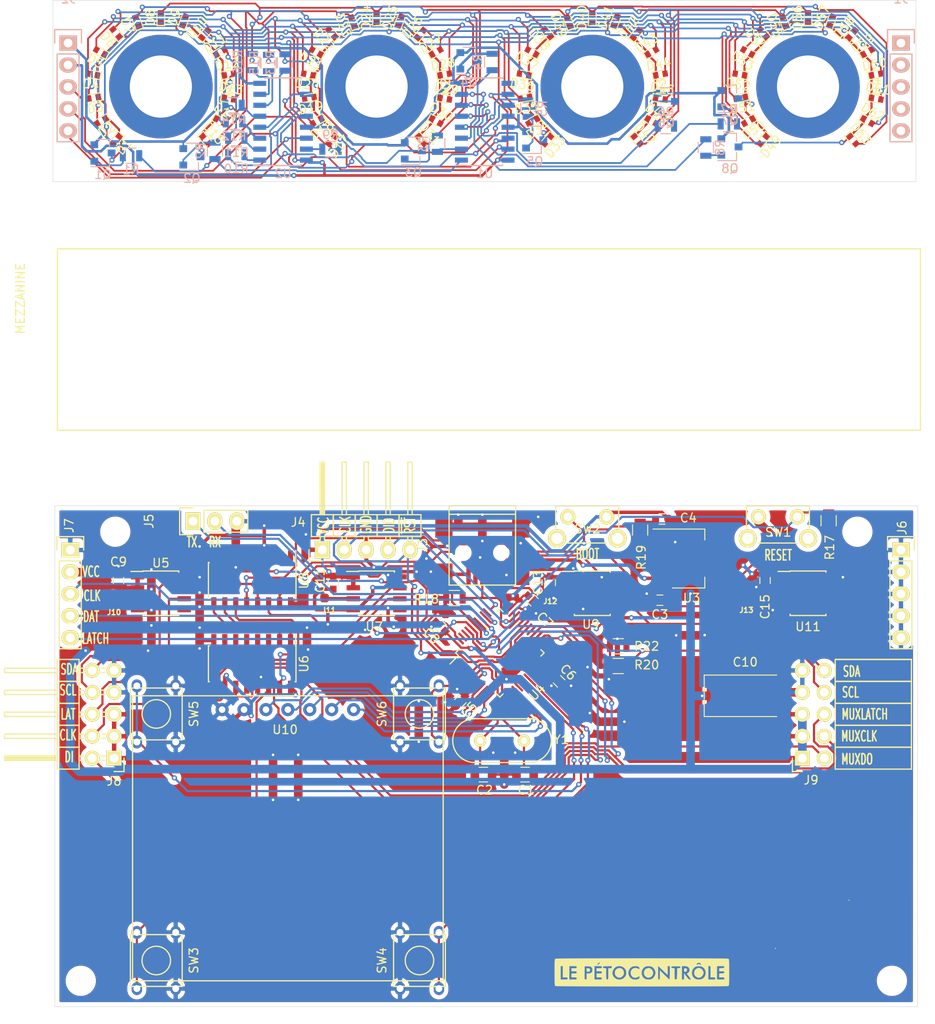
<source format=kicad_pcb>
(kicad_pcb (version 20171130) (host pcbnew "(5.1.12)-1")
  (layers (0 F.Cu signal) (31 B.Cu signal) (34 B.Paste user) (35 F.Paste user) (36 B.SilkS user hide) (37 F.SilkS user) (38 B.Mask user) (39 F.Mask user) (44 Edge.Cuts user))
  (net 0 "")
  (net 1 "Net-(D1-Pad1)")
  (net 2 "Net-(D1-Pad2)")
  (net 3 "Net-(D10-Pad1)")
  (net 4 "Net-(D10-Pad2)")
  (net 5 "Net-(D11-Pad2)")
  (net 6 "Net-(D12-Pad2)")
  (net 7 "Net-(D13-Pad2)")
  (net 8 "Net-(D14-Pad2)")
  (net 9 "Net-(D15-Pad2)")
  (net 10 "Net-(D17-Pad1)")
  (net 11 "Net-(D25-Pad1)")
  (net 12 "Net-(D33-Pad1)")
  (net 13 "Net-(D41-Pad1)")
  (net 14 "Net-(D49-Pad1)")
  (net 15 "Net-(D57-Pad1)")
  (net 16 GND)
  (net 17 "Net-(Q1-Pad1)")
  (net 18 "Net-(Q2-Pad1)")
  (net 19 "Net-(Q3-Pad1)")
  (net 20 "Net-(Q4-Pad1)")
  (net 21 "Net-(Q5-Pad1)")
  (net 22 "Net-(Q6-Pad1)")
  (net 23 "Net-(Q7-Pad1)")
  (net 24 "Net-(Q8-Pad1)")
  (net 25 "Net-(R1-Pad2)")
  (net 26 "Net-(R2-Pad2)")
  (net 27 "Net-(R3-Pad2)")
  (net 28 "Net-(R4-Pad2)")
  (net 29 "Net-(R5-Pad2)")
  (net 30 "Net-(R6-Pad2)")
  (net 31 "Net-(R7-Pad2)")
  (net 32 "Net-(R8-Pad2)")
  (net 33 "Net-(U1-Pad14)")
  (net 34 "Net-(U1-Pad9)")
  (net 35 VCC)
  (net 36 "Net-(R9-Pad2)")
  (net 37 "Net-(R10-Pad2)")
  (net 38 "Net-(R11-Pad2)")
  (net 39 "Net-(R12-Pad2)")
  (net 40 "Net-(R13-Pad2)")
  (net 41 "Net-(R14-Pad2)")
  (net 42 "Net-(R15-Pad2)")
  (net 43 "Net-(R16-Pad2)")
  (net 44 "Net-(D24-Pad2)")
  (net 45 "Net-(J1-Pad5)")
  (net 46 "Net-(J1-Pad4)")
  (net 47 "Net-(J1-Pad3)")
  (net 48 "Net-(J1-Pad2)")
  (net 49 "Net-(J1-Pad1)")
  (net 50 /LATCH)
  (net 51 /CLK)
  (net 52 /DATA)
  (net 53 "Net-(C1-Pad2)")
  (net 54 "Net-(C2-Pad1)")
  (net 55 "Net-(J3-Pad4)")
  (net 56 /mcu/USB_DP)
  (net 57 /mcu/USB_DM)
  (net 58 /mcu/~RESET)
  (net 59 /mcu/SWDIO)
  (net 60 /mcu/SWCLK)
  (net 61 /mcu/RXD)
  (net 62 /mcu/TXD)
  (net 63 "Net-(R19-Pad1)")
  (net 64 /mcu/SDA)
  (net 65 /mcu/SCL)
  (net 66 "Net-(U4-Pad38)")
  (net 67 "Net-(U4-Pad29)")
  (net 68 /mcu/SENSE4)
  (net 69 /mcu/SENSE3)
  (net 70 /mcu/SENSE2)
  (net 71 /mcu/SENSE1)
  (net 72 "Net-(U4-Pad3)")
  (net 73 "Net-(U4-Pad1)")
  (net 74 "Net-(U5-Pad5)")
  (net 75 "Net-(U6-Pad5)")
  (net 76 "Net-(U7-Pad5)")
  (net 77 "Net-(U8-Pad5)")
  (net 78 "Net-(U9-Pad5)")
  (net 79 "Net-(U11-Pad5)")
  (net 80 /mcu/LED_LATCH)
  (net 81 /mcu/LED_DATA)
  (net 82 /mcu/LED_CLK)
  (net 83 /mcu/SCL1)
  (net 84 /mcu/SCL2)
  (net 85 /mcu/SCL3)
  (net 86 /mcu/SCL4)
  (net 87 /mcu/BUTT2)
  (net 88 /mcu/BUTT4)
  (net 89 /mcu/BUTT1)
  (net 90 /mcu/BUTT3)
  (net 91 /mcu/MUXLATCH)
  (net 92 /mcu/MUXCLK)
  (net 93 /mcu/MUXDI)
  (net 94 /mcu/MUXDO)
  (net 95 "Net-(U6-Pad15)")
  (net 96 "Net-(U6-Pad7)")
  (net 97 "Net-(U6-Pad6)")
  (net 98 "Net-(U6-Pad4)")
  (net 99 "Net-(U6-Pad3)")
  (net 100 "Net-(U6-Pad2)")
  (net 101 "Net-(U6-Pad1)")
  (net 102 "Net-(U8-Pad4)")
  (net 103 "Net-(U8-Pad2)")
  (net 104 "Net-(U8-Pad1)")
  (net 105 /mcu/VBUS)
  (net 106 "Net-(U4-Pad46)")
  (net 107 "Net-(U4-Pad45)")
  (net 108 "Net-(U4-Pad25)")
  (net 109 "Net-(U4-Pad22)")
  (net 110 "Net-(U4-Pad21)")
  (net 111 "Net-(U4-Pad17)")
  (net 112 "Net-(U4-Pad16)")
  (net 113 "Net-(U4-Pad15)")
  (net 114 /mcu/OLED_CS)
  (net 115 /mcu/OLED_DC)
  (net 116 /mcu/~OLED_RES)
  (net 117 /mcu/OLED_SDA)
  (net 118 /mcu/OLED_SCK)
  (net 119 "Net-(U4-Pad2)")
  (module Capacitors_Tantalum_SMD:CP_Tantalum_Case-D_EIA-7343-31_Reflow (layer F.Cu) (at 255 102)
    (fp_text reference C10 (at 0 -3.9) (layer F.SilkS))
    (fp_text value 220uF)
    (pad 2 smd rect (at 3.175 0) (size 2.55 2.7) (layers F.Cu F.Paste F.Mask) (net 16 GND))
    (pad 1 smd rect (at -3.175 0) (size 2.55 2.7) (layers F.Cu F.Paste F.Mask) (net 35 VCC))
  )
  (module lepetocontrol:lepetocontrole-neg (layer F.Cu) (at 243 134)
    (fp_text reference G*** hide)
    (fp_text value LOGO hide)
  )
  (module lepetocontrol:lepetocontrole (layer F.Cu) (at 243 134)
    (fp_text reference G*** hide)
    (fp_text value LOGO hide)
  )
  (module svoface:svo-xface (layer F.Cu) (at 261.747 125.984)
    (fp_text reference G*** hide)
    (fp_text value LOGO hide)
  )
  (module Mounting_Holes:MountingHole_2.5mm (layer F.Cu) (at 272 135)
    (fp_text reference H8 hide)
    (fp_text value MountingHole)
    (pad 1 np_thru_hole circle (at 0 0) (size 2.5 2.5) (drill 2.5) (layers *.Cu *.Mask))
  )
  (module Mounting_Holes:MountingHole_2.5mm (layer F.Cu) (at 268 83)
    (fp_text reference H7 hide)
    (fp_text value MountingHole)
    (pad 1 np_thru_hole circle (at 0 0) (size 2.5 2.5) (drill 2.5) (layers *.Cu *.Mask))
  )
  (module Mounting_Holes:MountingHole_2.5mm (layer F.Cu) (at 178 135)
    (fp_text reference H6 hide)
    (fp_text value MountingHole)
    (pad 1 np_thru_hole circle (at 0 0) (size 2.5 2.5) (drill 2.5) (layers *.Cu *.Mask))
  )
  (module Mounting_Holes:MountingHole_2.5mm (layer F.Cu) (at 182 83)
    (fp_text reference H5 hide)
    (fp_text value MountingHole)
    (pad 1 np_thru_hole circle (at 0 0) (size 2.5 2.5) (drill 2.5) (layers *.Cu *.Mask))
  )
  (module lepetocontrol:oled_1.3_spi (layer F.Cu) (at 202 118)
    (fp_text reference U10 (at -0.324 -12.082) (layer F.SilkS))
    (fp_text value oled-7pin)
    (pad 7 thru_hole circle (at 7.62 -14.4) (size 1.524 1.524) (drill 0.762) (layers *.Cu *.Mask) (net 114 /mcu/OLED_CS))
    (pad 6 thru_hole circle (at 5.08 -14.4) (size 1.524 1.524) (drill 0.762) (layers *.Cu *.Mask) (net 115 /mcu/OLED_DC))
    (pad 5 thru_hole circle (at 2.54 -14.4) (size 1.524 1.524) (drill 0.762) (layers *.Cu *.Mask) (net 116 /mcu/~OLED_RES))
    (pad 4 thru_hole circle (at 0 -14.4) (size 1.524 1.524) (drill 0.762) (layers *.Cu *.Mask) (net 117 /mcu/OLED_SDA))
    (pad 3 thru_hole circle (at -2.54 -14.4) (size 1.524 1.524) (drill 0.762) (layers *.Cu *.Mask) (net 118 /mcu/OLED_SCK))
    (pad 2 thru_hole circle (at -5.08 -14.4) (size 1.524 1.524) (drill 0.762) (layers *.Cu *.Mask) (net 35 VCC))
    (pad 1 thru_hole circle (at -7.62 -14.4) (size 1.524 1.524) (drill 0.762) (layers *.Cu *.Mask) (net 16 GND))
  )
  (module lepetocontrol:switch_6x6 (layer F.Cu) (at 186.75 104.1 180)
    (fp_text reference SW5 (at -4.35 0 90) (layer F.SilkS))
    (fp_text value SW)
    (pad 2 thru_hole oval (at 2.25 3.25 180) (size 1.2 1.5) (drill 0.8) (layers *.Cu *.Mask) (net 90 /mcu/BUTT3))
    (pad 2 thru_hole oval (at 2.25 -3.25 180) (size 1.2 1.5) (drill 0.8) (layers *.Cu *.Mask) (net 90 /mcu/BUTT3))
    (pad 1 thru_hole oval (at -2.25 3.25 180) (size 1.2 1.5) (drill 0.8) (layers *.Cu *.Mask) (net 16 GND))
    (pad 1 thru_hole oval (at -2.25 -3.25 180) (size 1.2 1.5) (drill 0.8) (layers *.Cu *.Mask) (net 16 GND))
  )
  (module lepetocontrol:switch_6x6 (layer F.Cu) (at 217.25 104.1)
    (fp_text reference SW6 (at -4.35 0 90) (layer F.SilkS))
    (fp_text value SW)
    (pad 2 thru_hole oval (at 2.25 3.25) (size 1.2 1.5) (drill 0.8) (layers *.Cu *.Mask) (net 89 /mcu/BUTT1))
    (pad 2 thru_hole oval (at 2.25 -3.25) (size 1.2 1.5) (drill 0.8) (layers *.Cu *.Mask) (net 89 /mcu/BUTT1))
    (pad 1 thru_hole oval (at -2.25 3.25) (size 1.2 1.5) (drill 0.8) (layers *.Cu *.Mask) (net 16 GND))
    (pad 1 thru_hole oval (at -2.25 -3.25) (size 1.2 1.5) (drill 0.8) (layers *.Cu *.Mask) (net 16 GND))
  )
  (module lepetocontrol:switch_6x6 (layer F.Cu) (at 217.25 132.65)
    (fp_text reference SW4 (at -4.35 0 90) (layer F.SilkS))
    (fp_text value SW)
    (pad 2 thru_hole oval (at 2.25 3.25) (size 1.2 1.5) (drill 0.8) (layers *.Cu *.Mask) (net 88 /mcu/BUTT4))
    (pad 2 thru_hole oval (at 2.25 -3.25) (size 1.2 1.5) (drill 0.8) (layers *.Cu *.Mask) (net 88 /mcu/BUTT4))
    (pad 1 thru_hole oval (at -2.25 3.25) (size 1.2 1.5) (drill 0.8) (layers *.Cu *.Mask) (net 16 GND))
    (pad 1 thru_hole oval (at -2.25 -3.25) (size 1.2 1.5) (drill 0.8) (layers *.Cu *.Mask) (net 16 GND))
  )
  (module lepetocontrol:switch_6x6 (layer F.Cu) (at 186.75 132.65 180)
    (fp_text reference SW3 (at -4.35 0 90) (layer F.SilkS))
    (fp_text value SW)
    (pad 2 thru_hole oval (at 2.25 3.25 180) (size 1.2 1.5) (drill 0.8) (layers *.Cu *.Mask) (net 87 /mcu/BUTT2))
    (pad 2 thru_hole oval (at 2.25 -3.25 180) (size 1.2 1.5) (drill 0.8) (layers *.Cu *.Mask) (net 87 /mcu/BUTT2))
    (pad 1 thru_hole oval (at -2.25 3.25 180) (size 1.2 1.5) (drill 0.8) (layers *.Cu *.Mask) (net 16 GND))
    (pad 1 thru_hole oval (at -2.25 -3.25 180) (size 1.2 1.5) (drill 0.8) (layers *.Cu *.Mask) (net 16 GND))
  )
  (module lepetocontrol:lepetocontrol-mezzanine (layer F.Cu) (at 225.3 60.754)
    (fp_text reference MEZZANINE (at -54.3 -4.754 90) (layer F.SilkS))
    (fp_text value lepetocontrol-mezzanine hide)
  )
  (module Pin_Headers:Pin_Header_Angled_1x05 (layer F.Cu) (at 205.994 85.09 90)
    (fp_text reference J4 (at 3.175 -2.794 180) (layer F.SilkS))
    (fp_text value Conn_01x05)
    (pad 5 thru_hole oval (at 0 10.16 90) (size 2.032 1.7272) (drill 1.016) (layers *.Cu *.Mask F.SilkS) (net 58 /mcu/~RESET))
    (pad 4 thru_hole oval (at 0 7.62 90) (size 2.032 1.7272) (drill 1.016) (layers *.Cu *.Mask F.SilkS) (net 59 /mcu/SWDIO))
    (pad 3 thru_hole oval (at 0 5.08 90) (size 2.032 1.7272) (drill 1.016) (layers *.Cu *.Mask F.SilkS) (net 16 GND))
    (pad 2 thru_hole oval (at 0 2.54 90) (size 2.032 1.7272) (drill 1.016) (layers *.Cu *.Mask F.SilkS) (net 60 /mcu/SWCLK))
    (pad 1 thru_hole rect (at 0 0 90) (size 2.032 1.7272) (drill 1.016) (layers *.Cu *.Mask F.SilkS) (net 35 VCC))
  )
  (module Housings_SOIC:SOIC-16_3.9x9.9mm_Pitch1.27mm (layer F.Cu) (at 197.866 98.298 270)
    (fp_text reference U6 (at 0 -6 90) (layer F.SilkS))
    (fp_text value 74HC595)
    (pad 16 smd rect (at 2.7 -4.445 270) (size 1.5 0.6) (layers F.Cu F.Paste F.Mask) (net 35 VCC))
    (pad 15 smd rect (at 2.7 -3.175 270) (size 1.5 0.6) (layers F.Cu F.Paste F.Mask) (net 95 "Net-(U6-Pad15)"))
    (pad 14 smd rect (at 2.7 -1.905 270) (size 1.5 0.6) (layers F.Cu F.Paste F.Mask) (net 93 /mcu/MUXDI))
    (pad 13 smd rect (at 2.7 -0.635 270) (size 1.5 0.6) (layers F.Cu F.Paste F.Mask) (net 16 GND))
    (pad 12 smd rect (at 2.7 0.635 270) (size 1.5 0.6) (layers F.Cu F.Paste F.Mask) (net 91 /mcu/MUXLATCH))
    (pad 11 smd rect (at 2.7 1.905 270) (size 1.5 0.6) (layers F.Cu F.Paste F.Mask) (net 92 /mcu/MUXCLK))
    (pad 10 smd rect (at 2.7 3.175 270) (size 1.5 0.6) (layers F.Cu F.Paste F.Mask) (net 35 VCC))
    (pad 9 smd rect (at 2.7 4.445 270) (size 1.5 0.6) (layers F.Cu F.Paste F.Mask) (net 94 /mcu/MUXDO))
    (pad 8 smd rect (at -2.7 4.445 270) (size 1.5 0.6) (layers F.Cu F.Paste F.Mask) (net 16 GND))
    (pad 7 smd rect (at -2.7 3.175 270) (size 1.5 0.6) (layers F.Cu F.Paste F.Mask) (net 96 "Net-(U6-Pad7)"))
    (pad 6 smd rect (at -2.7 1.905 270) (size 1.5 0.6) (layers F.Cu F.Paste F.Mask) (net 97 "Net-(U6-Pad6)"))
    (pad 5 smd rect (at -2.7 0.635 270) (size 1.5 0.6) (layers F.Cu F.Paste F.Mask) (net 75 "Net-(U6-Pad5)"))
    (pad 4 smd rect (at -2.7 -0.635 270) (size 1.5 0.6) (layers F.Cu F.Paste F.Mask) (net 98 "Net-(U6-Pad4)"))
    (pad 3 smd rect (at -2.7 -1.905 270) (size 1.5 0.6) (layers F.Cu F.Paste F.Mask) (net 99 "Net-(U6-Pad3)"))
    (pad 2 smd rect (at -2.7 -3.175 270) (size 1.5 0.6) (layers F.Cu F.Paste F.Mask) (net 100 "Net-(U6-Pad2)"))
    (pad 1 smd rect (at -2.7 -4.445 270) (size 1.5 0.6) (layers F.Cu F.Paste F.Mask) (net 101 "Net-(U6-Pad1)"))
  )
  (module wirepads:WIREPAD_SMD_TINY (layer F.Cu) (at 255.27 90.678)
    (fp_text reference J13 (at -0.127 1.397) (layer F.SilkS) (effects (font (size 0.6 0.6))))
    (fp_text value SENSE4)
    (pad 1 smd roundrect (at 0 0) (size 1 1) (layers F.Cu F.Paste F.Mask) (roundrect_rratio 0.3) (net 68 /mcu/SENSE4))
  )
  (module Crystals:HC-49V (layer F.Cu) (at 226.822 107.188 180)
    (fp_text reference Y1 (at -6.858 0.127) (layer F.SilkS))
    (fp_text value 8MHz)
    (pad 2 thru_hole circle (at 2.54 0 180) (size 1.4224 1.4224) (drill 0.762) (layers *.Cu *.Mask F.SilkS) (net 54 "Net-(C2-Pad1)"))
    (pad 1 thru_hole circle (at -2.54 0 180) (size 1.4224 1.4224) (drill 0.762) (layers *.Cu *.Mask F.SilkS) (net 53 "Net-(C1-Pad2)"))
  )
  (module wirepads:WIREPAD_SMD_TINY (layer F.Cu) (at 232.664 92.202)
    (fp_text reference J12 (at -0.254 -1.143) (layer F.SilkS) (effects (font (size 0.6 0.6))))
    (fp_text value SENSE3)
    (pad 1 smd roundrect (at 0 0) (size 1 1) (layers F.Cu F.Paste F.Mask) (roundrect_rratio 0.3) (net 69 /mcu/SENSE3))
  )
  (module wirepads:WIREPAD_SMD_TINY (layer F.Cu) (at 206.248 90.678)
    (fp_text reference J11 (at 0.5 1.4) (layer F.SilkS) (effects (font (size 0.6 0.6))))
    (fp_text value SENSE2)
    (pad 1 smd roundrect (at 0 0) (size 1 1) (layers F.Cu F.Paste F.Mask) (roundrect_rratio 0.3) (net 70 /mcu/SENSE2))
  )
  (module wirepads:WIREPAD_SMD_TINY (layer F.Cu) (at 181.356 90.932)
    (fp_text reference J10 (at 0.5 1.4) (layer F.SilkS) (effects (font (size 0.6 0.6))))
    (fp_text value SENSE1)
    (pad 1 smd roundrect (at 0 0) (size 1 1) (layers F.Cu F.Paste F.Mask) (roundrect_rratio 0.3) (net 71 /mcu/SENSE1))
  )
  (module Socket_Strips:Socket_Strip_Angled_2x05 (layer F.Cu) (at 261.62 109.22 90)
    (fp_text reference J9 (at -2.54 1.016 180) (layer F.SilkS))
    (fp_text value Conn_02x05_Odd_Even)
    (pad 10 thru_hole oval (at 10.16 2.54 90) (size 1.7272 1.7272) (drill 1.016) (layers *.Cu *.Mask F.SilkS) (net 64 /mcu/SDA))
    (pad 9 thru_hole oval (at 10.16 0 90) (size 1.7272 1.7272) (drill 1.016) (layers *.Cu *.Mask F.SilkS) (net 16 GND))
    (pad 8 thru_hole oval (at 7.62 2.54 90) (size 1.7272 1.7272) (drill 1.016) (layers *.Cu *.Mask F.SilkS) (net 65 /mcu/SCL))
    (pad 7 thru_hole oval (at 7.62 0 90) (size 1.7272 1.7272) (drill 1.016) (layers *.Cu *.Mask F.SilkS) (net 16 GND))
    (pad 6 thru_hole oval (at 5.08 2.54 90) (size 1.7272 1.7272) (drill 1.016) (layers *.Cu *.Mask F.SilkS) (net 91 /mcu/MUXLATCH))
    (pad 5 thru_hole oval (at 5.08 0 90) (size 1.7272 1.7272) (drill 1.016) (layers *.Cu *.Mask F.SilkS) (net 35 VCC))
    (pad 4 thru_hole oval (at 2.54 2.54 90) (size 1.7272 1.7272) (drill 1.016) (layers *.Cu *.Mask F.SilkS) (net 92 /mcu/MUXCLK))
    (pad 3 thru_hole oval (at 2.54 0 90) (size 1.7272 1.7272) (drill 1.016) (layers *.Cu *.Mask F.SilkS) (net 35 VCC))
    (pad 2 thru_hole oval (at 0 2.54 90) (size 1.7272 1.7272) (drill 1.016) (layers *.Cu *.Mask F.SilkS) (net 94 /mcu/MUXDO))
    (pad 1 thru_hole rect (at 0 0 90) (size 1.7272 1.7272) (drill 1.016) (layers *.Cu *.Mask F.SilkS) (net 35 VCC))
  )
  (module Pin_Headers:Pin_Header_Angled_2x05 (layer F.Cu) (at 181.864 109.22 180)
    (fp_text reference J8 (at 0 -2.667) (layer F.SilkS))
    (fp_text value Conn_02x05_Odd_Even)
    (pad 10 thru_hole oval (at 2.54 10.16 180) (size 1.7272 1.7272) (drill 1.016) (layers *.Cu *.Mask F.SilkS) (net 64 /mcu/SDA))
    (pad 9 thru_hole oval (at 0 10.16 180) (size 1.7272 1.7272) (drill 1.016) (layers *.Cu *.Mask F.SilkS) (net 16 GND))
    (pad 8 thru_hole oval (at 2.54 7.62 180) (size 1.7272 1.7272) (drill 1.016) (layers *.Cu *.Mask F.SilkS) (net 65 /mcu/SCL))
    (pad 7 thru_hole oval (at 0 7.62 180) (size 1.7272 1.7272) (drill 1.016) (layers *.Cu *.Mask F.SilkS) (net 16 GND))
    (pad 6 thru_hole oval (at 2.54 5.08 180) (size 1.7272 1.7272) (drill 1.016) (layers *.Cu *.Mask F.SilkS) (net 91 /mcu/MUXLATCH))
    (pad 5 thru_hole oval (at 0 5.08 180) (size 1.7272 1.7272) (drill 1.016) (layers *.Cu *.Mask F.SilkS) (net 35 VCC))
    (pad 4 thru_hole oval (at 2.54 2.54 180) (size 1.7272 1.7272) (drill 1.016) (layers *.Cu *.Mask F.SilkS) (net 92 /mcu/MUXCLK))
    (pad 3 thru_hole oval (at 0 2.54 180) (size 1.7272 1.7272) (drill 1.016) (layers *.Cu *.Mask F.SilkS) (net 35 VCC))
    (pad 2 thru_hole oval (at 2.54 0 180) (size 1.7272 1.7272) (drill 1.016) (layers *.Cu *.Mask F.SilkS) (net 93 /mcu/MUXDI))
    (pad 1 thru_hole rect (at 0 0 180) (size 1.7272 1.7272) (drill 1.016) (layers *.Cu *.Mask F.SilkS) (net 35 VCC))
  )
  (module Housings_SOIC:SOIC-16_3.9x9.9mm_Pitch1.27mm (layer F.Cu) (at 197.866 88.646 270)
    (fp_text reference U8 (at 0 -6 90) (layer F.SilkS))
    (fp_text value 74HC4051)
    (pad 16 smd rect (at 2.7 -4.445 270) (size 1.5 0.6) (layers F.Cu F.Paste F.Mask) (net 35 VCC))
    (pad 15 smd rect (at 2.7 -3.175 270) (size 1.5 0.6) (layers F.Cu F.Paste F.Mask) (net 85 /mcu/SCL3))
    (pad 14 smd rect (at 2.7 -1.905 270) (size 1.5 0.6) (layers F.Cu F.Paste F.Mask) (net 84 /mcu/SCL2))
    (pad 13 smd rect (at 2.7 -0.635 270) (size 1.5 0.6) (layers F.Cu F.Paste F.Mask) (net 83 /mcu/SCL1))
    (pad 12 smd rect (at 2.7 0.635 270) (size 1.5 0.6) (layers F.Cu F.Paste F.Mask) (net 86 /mcu/SCL4))
    (pad 11 smd rect (at 2.7 1.905 270) (size 1.5 0.6) (layers F.Cu F.Paste F.Mask) (net 95 "Net-(U6-Pad15)"))
    (pad 10 smd rect (at 2.7 3.175 270) (size 1.5 0.6) (layers F.Cu F.Paste F.Mask) (net 101 "Net-(U6-Pad1)"))
    (pad 9 smd rect (at 2.7 4.445 270) (size 1.5 0.6) (layers F.Cu F.Paste F.Mask) (net 100 "Net-(U6-Pad2)"))
    (pad 8 smd rect (at -2.7 4.445 270) (size 1.5 0.6) (layers F.Cu F.Paste F.Mask) (net 16 GND))
    (pad 7 smd rect (at -2.7 3.175 270) (size 1.5 0.6) (layers F.Cu F.Paste F.Mask) (net 16 GND))
    (pad 6 smd rect (at -2.7 1.905 270) (size 1.5 0.6) (layers F.Cu F.Paste F.Mask) (net 16 GND))
    (pad 5 smd rect (at -2.7 0.635 270) (size 1.5 0.6) (layers F.Cu F.Paste F.Mask) (net 77 "Net-(U8-Pad5)"))
    (pad 4 smd rect (at -2.7 -0.635 270) (size 1.5 0.6) (layers F.Cu F.Paste F.Mask) (net 102 "Net-(U8-Pad4)"))
    (pad 3 smd rect (at -2.7 -1.905 270) (size 1.5 0.6) (layers F.Cu F.Paste F.Mask) (net 65 /mcu/SCL))
    (pad 2 smd rect (at -2.7 -3.175 270) (size 1.5 0.6) (layers F.Cu F.Paste F.Mask) (net 103 "Net-(U8-Pad2)"))
    (pad 1 smd rect (at -2.7 -4.445 270) (size 1.5 0.6) (layers F.Cu F.Paste F.Mask) (net 104 "Net-(U8-Pad1)"))
  )
  (module Capacitors_SMD:C_0603 (layer F.Cu) (at 257.302 88.646 270)
    (fp_text reference C15 (at 3.048 0 90) (layer F.SilkS))
    (fp_text value 100nF)
    (pad 1 smd rect (at -0.75 0 270) (size 0.8 0.75) (layers F.Cu F.Paste F.Mask) (net 35 VCC))
    (pad 2 smd rect (at 0.75 0 270) (size 0.8 0.75) (layers F.Cu F.Paste F.Mask) (net 16 GND))
  )
  (module Capacitors_SMD:C_0603 (layer F.Cu) (at 230.35567 90.932 315)
    (fp_text reference C7 (at 2.620064 0.612828 135) (layer F.SilkS))
    (fp_text value 100nF)
    (pad 1 smd rect (at -0.75 0 315) (size 0.8 0.75) (layers F.Cu F.Paste F.Mask) (net 35 VCC))
    (pad 2 smd rect (at 0.75 0 315) (size 0.8 0.75) (layers F.Cu F.Paste F.Mask) (net 16 GND))
  )
  (module Capacitors_SMD:C_0603 (layer F.Cu) (at 221.996 102.616 45)
    (fp_text reference C5 (at 0 1.436841 45) (layer F.SilkS))
    (fp_text value 100nF)
    (pad 1 smd rect (at -0.75 0 45) (size 0.8 0.75) (layers F.Cu F.Paste F.Mask) (net 35 VCC))
    (pad 2 smd rect (at 0.75 0 45) (size 0.8 0.75) (layers F.Cu F.Paste F.Mask) (net 16 GND))
  )
  (module Capacitors_SMD:C_0603 (layer F.Cu) (at 182.372 88.646 90)
    (fp_text reference C9 (at 2.159 0 180) (layer F.SilkS))
    (fp_text value 100nF)
    (pad 1 smd rect (at -0.75 0 90) (size 0.8 0.75) (layers F.Cu F.Paste F.Mask) (net 35 VCC))
    (pad 2 smd rect (at 0.75 0 90) (size 0.8 0.75) (layers F.Cu F.Paste F.Mask) (net 16 GND))
  )
  (module Capacitors_SMD:C_0603 (layer F.Cu) (at 245.364 81.534 180)
    (fp_text reference C4 (at -3.048 0.127) (layer F.SilkS))
    (fp_text value 100nF)
    (pad 1 smd rect (at -0.75 0 180) (size 0.8 0.75) (layers F.Cu F.Paste F.Mask) (net 35 VCC))
    (pad 2 smd rect (at 0.75 0 180) (size 0.8 0.75) (layers F.Cu F.Paste F.Mask) (net 16 GND))
  )
  (module Capacitors_SMD:C_0603 (layer F.Cu) (at 245.11 90.932)
    (fp_text reference C3 (at 0 1.651) (layer F.SilkS))
    (fp_text value 100nF)
    (pad 1 smd rect (at -0.75 0) (size 0.8 0.75) (layers F.Cu F.Paste F.Mask) (net 16 GND))
    (pad 2 smd rect (at 0.75 0) (size 0.8 0.75) (layers F.Cu F.Paste F.Mask) (net 105 /mcu/VBUS))
  )
  (module Capacitors_SMD:C_0805 (layer F.Cu) (at 224.663 111.125)
    (fp_text reference C2 (at 0.127 1.802) (layer F.SilkS))
    (fp_text value 20p)
    (pad 2 smd rect (at 1 0) (size 1 1.25) (layers F.Cu F.Paste F.Mask) (net 16 GND))
    (pad 1 smd rect (at -1 0) (size 1 1.25) (layers F.Cu F.Paste F.Mask) (net 54 "Net-(C2-Pad1)"))
  )
  (module Capacitors_SMD:C_0805 (layer F.Cu) (at 229.489 111.125)
    (fp_text reference C1 (at 0.127 1.802) (layer F.SilkS))
    (fp_text value 20p)
    (pad 2 smd rect (at 1 0) (size 1 1.25) (layers F.Cu F.Paste F.Mask) (net 53 "Net-(C1-Pad2)"))
    (pad 1 smd rect (at -1 0) (size 1 1.25) (layers F.Cu F.Paste F.Mask) (net 16 GND))
  )
  (module Pin_Headers:Pin_Header_Straight_1x03 (layer F.Cu) (at 191.008 81.788 90)
    (fp_text reference J5 (at 0 -5.1 90) (layer F.SilkS))
    (fp_text value Conn_01x03)
    (pad 3 thru_hole oval (at 0 5.08 90) (size 2.032 1.7272) (drill 1.016) (layers *.Cu *.Mask F.SilkS) (net 16 GND))
    (pad 2 thru_hole oval (at 0 2.54 90) (size 2.032 1.7272) (drill 1.016) (layers *.Cu *.Mask F.SilkS) (net 61 /mcu/RXD))
    (pad 1 thru_hole rect (at 0 0 90) (size 2.032 1.7272) (drill 1.016) (layers *.Cu *.Mask F.SilkS) (net 62 /mcu/TXD))
  )
  (module Resistors_SMD:R_0805 (layer F.Cu) (at 242.824 82.804 90)
    (fp_text reference R19 (at -3.175 0.127 90) (layer F.SilkS))
    (fp_text value 10K)
    (pad 2 smd rect (at 0.95 0 90) (size 0.7 1.3) (layers F.Cu F.Paste F.Mask) (net 16 GND))
    (pad 1 smd rect (at -0.95 0 90) (size 0.7 1.3) (layers F.Cu F.Paste F.Mask) (net 63 "Net-(R19-Pad1)"))
  )
  (module Resistors_SMD:R_0805 (layer F.Cu) (at 221.3 90.678)
    (fp_text reference R18 (at -3.241 0.127) (layer F.SilkS))
    (fp_text value 1K5)
    (pad 2 smd rect (at 0.95 0) (size 0.7 1.3) (layers F.Cu F.Paste F.Mask) (net 56 /mcu/USB_DP))
    (pad 1 smd rect (at -0.95 0) (size 0.7 1.3) (layers F.Cu F.Paste F.Mask) (net 35 VCC))
  )
  (module Connect:USB_Mini-B (layer F.Cu) (at 224.536 84.582 270)
    (fp_text reference J3 (at 0 6.90118 90) (layer F.SilkS))
    (fp_text value USB_OTG)
    (pad "" np_thru_hole circle (at 0.8509 2.19964 270) (size 0.89916 0.89916) (drill 0.89916) (layers *.Cu *.Mask F.SilkS))
    (pad "" np_thru_hole circle (at 0.8509 -2.19964 270) (size 0.89916 0.89916) (drill 0.89916) (layers *.Cu *.Mask F.SilkS))
    (pad 6 smd rect (at -2.14884 4.45008 270) (size 2.49936 1.99898) (layers F.Cu F.Paste F.Mask) (net 16 GND))
    (pad 6 smd rect (at 3.35026 4.45008 270) (size 2.49936 1.99898) (layers F.Cu F.Paste F.Mask) (net 16 GND))
    (pad 6 smd rect (at -2.14884 -4.45008 270) (size 2.49936 1.99898) (layers F.Cu F.Paste F.Mask) (net 16 GND))
    (pad 6 smd rect (at 3.35026 -4.45008 270) (size 2.49936 1.99898) (layers F.Cu F.Paste F.Mask) (net 16 GND))
    (pad 5 smd rect (at 3.44932 1.6002 270) (size 2.30124 0.50038) (layers F.Cu F.Paste F.Mask) (net 16 GND))
    (pad 4 smd rect (at 3.44932 0.8001 270) (size 2.30124 0.50038) (layers F.Cu F.Paste F.Mask) (net 55 "Net-(J3-Pad4)"))
    (pad 3 smd rect (at 3.44932 0 270) (size 2.30124 0.50038) (layers F.Cu F.Paste F.Mask) (net 56 /mcu/USB_DP))
    (pad 2 smd rect (at 3.44932 -0.8001 270) (size 2.30124 0.50038) (layers F.Cu F.Paste F.Mask) (net 57 /mcu/USB_DM))
    (pad 1 smd rect (at 3.44932 -1.6002 270) (size 2.30124 0.50038) (layers F.Cu F.Paste F.Mask) (net 105 /mcu/VBUS))
  )
  (module Capacitors_SMD:C_0603 (layer F.Cu) (at 219.71 93.98 135)
    (fp_text reference C8 (at 0 -1.5 135) (layer F.SilkS))
    (fp_text value 100nF)
    (pad 1 smd rect (at -0.75 0 135) (size 0.8 0.75) (layers F.Cu F.Paste F.Mask) (net 35 VCC))
    (pad 2 smd rect (at 0.75 0 135) (size 0.8 0.75) (layers F.Cu F.Paste F.Mask) (net 16 GND))
  )
  (module Capacitors_SMD:C_0603 (layer F.Cu) (at 233.426 100.33 315)
    (fp_text reference C6 (at 0 -1.5 135) (layer F.SilkS))
    (fp_text value 100nF)
    (pad 1 smd rect (at -0.75 0 315) (size 0.8 0.75) (layers F.Cu F.Paste F.Mask) (net 35 VCC))
    (pad 2 smd rect (at 0.75 0 315) (size 0.8 0.75) (layers F.Cu F.Paste F.Mask) (net 16 GND))
  )
  (module Capacitors_SMD:C_0603 (layer F.Cu) (at 207.264 88.9 270)
    (fp_text reference C11 (at -0.254 1.524 90) (layer F.SilkS))
    (fp_text value 100nF)
    (pad 1 smd rect (at -0.75 0 270) (size 0.8 0.75) (layers F.Cu F.Paste F.Mask) (net 35 VCC))
    (pad 2 smd rect (at 0.75 0 270) (size 0.8 0.75) (layers F.Cu F.Paste F.Mask) (net 16 GND))
  )
  (module Resistors_SMD:R_0805 (layer F.Cu) (at 240.284 98.552 180)
    (fp_text reference R20 (at -3.302 0.127) (layer F.SilkS))
    (fp_text value 2K7)
    (pad 2 smd rect (at 0.95 0 180) (size 0.7 1.3) (layers F.Cu F.Paste F.Mask) (net 35 VCC))
    (pad 1 smd rect (at -0.95 0 180) (size 0.7 1.3) (layers F.Cu F.Paste F.Mask) (net 65 /mcu/SCL))
  )
  (module Capacitors_SMD:C_0603 (layer F.Cu) (at 232.41 88.9 270)
    (fp_text reference C13 (at 0 1.41 90) (layer F.SilkS))
    (fp_text value 100nF)
    (pad 1 smd rect (at -0.75 0 270) (size 0.8 0.75) (layers F.Cu F.Paste F.Mask) (net 35 VCC))
    (pad 2 smd rect (at 0.75 0 270) (size 0.8 0.75) (layers F.Cu F.Paste F.Mask) (net 16 GND))
  )
  (module Resistors_SMD:R_0805 (layer F.Cu) (at 264.668 81.721999 90)
    (fp_text reference R17 (at -3.114001 0.127 90) (layer F.SilkS))
    (fp_text value 10K)
    (pad 2 smd rect (at 0.95 0 90) (size 0.7 1.3) (layers F.Cu F.Paste F.Mask) (net 58 /mcu/~RESET))
    (pad 1 smd rect (at -0.95 0 90) (size 0.7 1.3) (layers F.Cu F.Paste F.Mask) (net 35 VCC))
  )
  (module TO_SOT_Packages_SMD:SOT-223-3Lead_TabPin2 (layer F.Cu) (at 248.412 86.106)
    (fp_text reference U3 (at 0.381 4.572) (layer F.SilkS))
    (fp_text value LM1117-3.3)
    (pad 1 smd rect (at -3.15 -2.3) (size 2 1.5) (layers F.Cu F.Paste F.Mask) (net 16 GND))
    (pad 3 smd rect (at -3.15 2.3) (size 2 1.5) (layers F.Cu F.Paste F.Mask) (net 105 /mcu/VBUS))
    (pad 2 smd rect (at -3.15 0) (size 2 1.5) (layers F.Cu F.Paste F.Mask) (net 35 VCC))
    (pad 2 smd rect (at 3.15 0) (size 2 3.8) (layers F.Cu F.Paste F.Mask) (net 35 VCC))
  )
  (module Buttons_Switches_ThroughHole:SW_Tactile_SPST_Angled (layer F.Cu) (at 234.442 81.28)
    (fp_text reference SW2 (at 2.286 1.397) (layer F.SilkS))
    (fp_text value SW)
    (pad "" thru_hole circle (at -1.25 2.49) (size 2.1 2.1) (drill 1.3) (layers *.Cu *.Mask F.SilkS))
    (pad 1 thru_hole circle (at 0 0) (size 1.75 1.75) (drill 0.99) (layers *.Cu *.Mask F.SilkS) (net 63 "Net-(R19-Pad1)"))
    (pad 2 thru_hole circle (at 4.5 0) (size 1.75 1.75) (drill 0.99) (layers *.Cu *.Mask F.SilkS) (net 35 VCC))
    (pad "" thru_hole circle (at 5.76 2.49) (size 2.1 2.1) (drill 1.3) (layers *.Cu *.Mask F.SilkS))
  )
  (module Housings_QFP:LQFP-48_7x7mm_Pitch0.5mm (layer F.Cu) (at 226.568 97.028 45)
    (fp_text reference U4 (at -0.179605 6.286179 45) (layer F.SilkS))
    (fp_text value STM32F103C4Tx)
    (pad 48 smd rect (at -2.75 -4.35 135) (size 1.3 0.25) (layers F.Cu F.Paste F.Mask) (net 35 VCC))
    (pad 47 smd rect (at -2.25 -4.35 135) (size 1.3 0.25) (layers F.Cu F.Paste F.Mask) (net 16 GND))
    (pad 46 smd rect (at -1.75 -4.35 135) (size 1.3 0.25) (layers F.Cu F.Paste F.Mask) (net 106 "Net-(U4-Pad46)"))
    (pad 45 smd rect (at -1.25 -4.35 135) (size 1.3 0.25) (layers F.Cu F.Paste F.Mask) (net 107 "Net-(U4-Pad45)"))
    (pad 44 smd rect (at -0.75 -4.35 135) (size 1.3 0.25) (layers F.Cu F.Paste F.Mask) (net 63 "Net-(R19-Pad1)"))
    (pad 43 smd rect (at -0.25 -4.35 135) (size 1.3 0.25) (layers F.Cu F.Paste F.Mask) (net 64 /mcu/SDA))
    (pad 42 smd rect (at 0.25 -4.35 135) (size 1.3 0.25) (layers F.Cu F.Paste F.Mask) (net 65 /mcu/SCL))
    (pad 41 smd rect (at 0.75 -4.35 135) (size 1.3 0.25) (layers F.Cu F.Paste F.Mask) (net 81 /mcu/LED_DATA))
    (pad 40 smd rect (at 1.25 -4.35 135) (size 1.3 0.25) (layers F.Cu F.Paste F.Mask) (net 80 /mcu/LED_LATCH))
    (pad 39 smd rect (at 1.75 -4.35 135) (size 1.3 0.25) (layers F.Cu F.Paste F.Mask) (net 82 /mcu/LED_CLK))
    (pad 38 smd rect (at 2.25 -4.35 135) (size 1.3 0.25) (layers F.Cu F.Paste F.Mask) (net 66 "Net-(U4-Pad38)"))
    (pad 37 smd rect (at 2.75 -4.35 135) (size 1.3 0.25) (layers F.Cu F.Paste F.Mask) (net 60 /mcu/SWCLK))
    (pad 36 smd rect (at 4.35 -2.75 45) (size 1.3 0.25) (layers F.Cu F.Paste F.Mask) (net 35 VCC))
    (pad 35 smd rect (at 4.35 -2.25 45) (size 1.3 0.25) (layers F.Cu F.Paste F.Mask) (net 16 GND))
    (pad 34 smd rect (at 4.35 -1.75 45) (size 1.3 0.25) (layers F.Cu F.Paste F.Mask) (net 59 /mcu/SWDIO))
    (pad 33 smd rect (at 4.35 -1.25 45) (size 1.3 0.25) (layers F.Cu F.Paste F.Mask) (net 56 /mcu/USB_DP))
    (pad 32 smd rect (at 4.35 -0.75 45) (size 1.3 0.25) (layers F.Cu F.Paste F.Mask) (net 57 /mcu/USB_DM))
    (pad 31 smd rect (at 4.35 -0.25 45) (size 1.3 0.25) (layers F.Cu F.Paste F.Mask) (net 61 /mcu/RXD))
    (pad 30 smd rect (at 4.35 0.25 45) (size 1.3 0.25) (layers F.Cu F.Paste F.Mask) (net 62 /mcu/TXD))
    (pad 29 smd rect (at 4.35 0.75 45) (size 1.3 0.25) (layers F.Cu F.Paste F.Mask) (net 67 "Net-(U4-Pad29)"))
    (pad 28 smd rect (at 4.35 1.25 45) (size 1.3 0.25) (layers F.Cu F.Paste F.Mask) (net 91 /mcu/MUXLATCH))
    (pad 27 smd rect (at 4.35 1.75 45) (size 1.3 0.25) (layers F.Cu F.Paste F.Mask) (net 92 /mcu/MUXCLK))
    (pad 26 smd rect (at 4.35 2.25 45) (size 1.3 0.25) (layers F.Cu F.Paste F.Mask) (net 93 /mcu/MUXDI))
    (pad 25 smd rect (at 4.35 2.75 45) (size 1.3 0.25) (layers F.Cu F.Paste F.Mask) (net 108 "Net-(U4-Pad25)"))
    (pad 24 smd rect (at 2.75 4.35 135) (size 1.3 0.25) (layers F.Cu F.Paste F.Mask) (net 35 VCC))
    (pad 23 smd rect (at 2.25 4.35 135) (size 1.3 0.25) (layers F.Cu F.Paste F.Mask) (net 16 GND))
    (pad 22 smd rect (at 1.75 4.35 135) (size 1.3 0.25) (layers F.Cu F.Paste F.Mask) (net 109 "Net-(U4-Pad22)"))
    (pad 21 smd rect (at 1.25 4.35 135) (size 1.3 0.25) (layers F.Cu F.Paste F.Mask) (net 110 "Net-(U4-Pad21)"))
    (pad 20 smd rect (at 0.75 4.35 135) (size 1.3 0.25) (layers F.Cu F.Paste F.Mask) (net 88 /mcu/BUTT4))
    (pad 19 smd rect (at 0.25 4.35 135) (size 1.3 0.25) (layers F.Cu F.Paste F.Mask) (net 90 /mcu/BUTT3))
    (pad 18 smd rect (at -0.25 4.35 135) (size 1.3 0.25) (layers F.Cu F.Paste F.Mask) (net 87 /mcu/BUTT2))
    (pad 17 smd rect (at -0.75 4.35 135) (size 1.3 0.25) (layers F.Cu F.Paste F.Mask) (net 111 "Net-(U4-Pad17)"))
    (pad 16 smd rect (at -1.25 4.35 135) (size 1.3 0.25) (layers F.Cu F.Paste F.Mask) (net 112 "Net-(U4-Pad16)"))
    (pad 15 smd rect (at -1.75 4.35 135) (size 1.3 0.25) (layers F.Cu F.Paste F.Mask) (net 113 "Net-(U4-Pad15)"))
    (pad 14 smd rect (at -2.25 4.35 135) (size 1.3 0.25) (layers F.Cu F.Paste F.Mask) (net 114 /mcu/OLED_CS))
    (pad 13 smd rect (at -2.75 4.35 135) (size 1.3 0.25) (layers F.Cu F.Paste F.Mask) (net 115 /mcu/OLED_DC))
    (pad 12 smd rect (at -4.35 2.75 45) (size 1.3 0.25) (layers F.Cu F.Paste F.Mask) (net 116 /mcu/~OLED_RES))
    (pad 11 smd rect (at -4.35 2.25 45) (size 1.3 0.25) (layers F.Cu F.Paste F.Mask) (net 117 /mcu/OLED_SDA))
    (pad 10 smd rect (at -4.35 1.75 45) (size 1.3 0.25) (layers F.Cu F.Paste F.Mask) (net 118 /mcu/OLED_SCK))
    (pad 9 smd rect (at -4.35 1.25 45) (size 1.3 0.25) (layers F.Cu F.Paste F.Mask) (net 35 VCC))
    (pad 8 smd rect (at -4.35 0.75 45) (size 1.3 0.25) (layers F.Cu F.Paste F.Mask) (net 16 GND))
    (pad 7 smd rect (at -4.35 0.25 45) (size 1.3 0.25) (layers F.Cu F.Paste F.Mask) (net 58 /mcu/~RESET))
    (pad 6 smd rect (at -4.35 -0.25 45) (size 1.3 0.25) (layers F.Cu F.Paste F.Mask) (net 54 "Net-(C2-Pad1)"))
    (pad 5 smd rect (at -4.35 -0.75 45) (size 1.3 0.25) (layers F.Cu F.Paste F.Mask) (net 53 "Net-(C1-Pad2)"))
    (pad 4 smd rect (at -4.35 -1.25 45) (size 1.3 0.25) (layers F.Cu F.Paste F.Mask) (net 89 /mcu/BUTT1))
    (pad 3 smd rect (at -4.35 -1.75 45) (size 1.3 0.25) (layers F.Cu F.Paste F.Mask) (net 72 "Net-(U4-Pad3)"))
    (pad 2 smd rect (at -4.35 -2.25 45) (size 1.3 0.25) (layers F.Cu F.Paste F.Mask) (net 119 "Net-(U4-Pad2)"))
    (pad 1 smd rect (at -4.35 -2.75 45) (size 1.3 0.25) (layers F.Cu F.Paste F.Mask) (net 73 "Net-(U4-Pad1)"))
  )
  (module Buttons_Switches_ThroughHole:SW_Tactile_SPST_Angled (layer F.Cu) (at 256.54 81.28)
    (fp_text reference SW1 (at 2.286 1.778) (layer F.SilkS))
    (fp_text value SW)
    (pad "" thru_hole circle (at -1.25 2.49) (size 2.1 2.1) (drill 1.3) (layers *.Cu *.Mask F.SilkS))
    (pad 1 thru_hole circle (at 0 0) (size 1.75 1.75) (drill 0.99) (layers *.Cu *.Mask F.SilkS) (net 16 GND))
    (pad 2 thru_hole circle (at 4.5 0) (size 1.75 1.75) (drill 0.99) (layers *.Cu *.Mask F.SilkS) (net 58 /mcu/~RESET))
    (pad "" thru_hole circle (at 5.76 2.49) (size 2.1 2.1) (drill 1.3) (layers *.Cu *.Mask F.SilkS))
  )
  (module Resistors_SMD:R_0805 (layer F.Cu) (at 240.284 96.266)
    (fp_text reference R22 (at 3.302 0) (layer F.SilkS))
    (fp_text value 2K7)
    (pad 2 smd rect (at 0.95 0) (size 0.7 1.3) (layers F.Cu F.Paste F.Mask) (net 64 /mcu/SDA))
    (pad 1 smd rect (at -0.95 0) (size 0.7 1.3) (layers F.Cu F.Paste F.Mask) (net 35 VCC))
  )
  (module Socket_Strips:Socket_Strip_Straight_1x05 (layer F.Cu) (at 176.784 85.118 270)
    (fp_text reference J7 (at -2.822 0.127 90) (layer F.SilkS))
    (fp_text value Conn_01x05_Female)
    (pad 5 thru_hole oval (at 10.16 0 270) (size 1.7272 2.032) (drill 1.016) (layers *.Cu *.Mask F.SilkS) (net 80 /mcu/LED_LATCH))
    (pad 4 thru_hole oval (at 7.62 0 270) (size 1.7272 2.032) (drill 1.016) (layers *.Cu *.Mask F.SilkS) (net 81 /mcu/LED_DATA))
    (pad 3 thru_hole oval (at 5.08 0 270) (size 1.7272 2.032) (drill 1.016) (layers *.Cu *.Mask F.SilkS) (net 82 /mcu/LED_CLK))
    (pad 2 thru_hole oval (at 2.54 0 270) (size 1.7272 2.032) (drill 1.016) (layers *.Cu *.Mask F.SilkS) (net 35 VCC))
    (pad 1 thru_hole rect (at 0 0 270) (size 1.7272 2.032) (drill 1.016) (layers *.Cu *.Mask F.SilkS) (net 16 GND))
  )
  (module Housings_SOIC:SOIC-8_3.9x4.9mm_Pitch1.27mm (layer F.Cu) (at 187.28 90.127)
    (fp_text reference U5 (at 0 -3.5) (layer F.SilkS))
    (fp_text value AS5600)
    (pad 8 smd rect (at 2.7 -1.905) (size 1.55 0.6) (layers F.Cu F.Paste F.Mask) (net 16 GND))
    (pad 7 smd rect (at 2.7 -0.635) (size 1.55 0.6) (layers F.Cu F.Paste F.Mask) (net 83 /mcu/SCL1))
    (pad 6 smd rect (at 2.7 0.635) (size 1.55 0.6) (layers F.Cu F.Paste F.Mask) (net 64 /mcu/SDA))
    (pad 5 smd rect (at 2.7 1.905) (size 1.55 0.6) (layers F.Cu F.Paste F.Mask) (net 74 "Net-(U5-Pad5)"))
    (pad 4 smd rect (at -2.7 1.905) (size 1.55 0.6) (layers F.Cu F.Paste F.Mask) (net 16 GND))
    (pad 3 smd rect (at -2.7 0.635) (size 1.55 0.6) (layers F.Cu F.Paste F.Mask) (net 71 /mcu/SENSE1))
    (pad 2 smd rect (at -2.7 -0.635) (size 1.55 0.6) (layers F.Cu F.Paste F.Mask) (net 35 VCC))
    (pad 1 smd rect (at -2.7 -1.905) (size 1.55 0.6) (layers F.Cu F.Paste F.Mask) (net 35 VCC))
  )
  (module Housings_SOIC:SOIC-8_3.9x4.9mm_Pitch1.27mm (layer F.Cu) (at 262.28 90.127)
    (fp_text reference U11 (at 0 3.873) (layer F.SilkS))
    (fp_text value AS5600)
    (pad 8 smd rect (at 2.7 -1.905) (size 1.55 0.6) (layers F.Cu F.Paste F.Mask) (net 16 GND))
    (pad 7 smd rect (at 2.7 -0.635) (size 1.55 0.6) (layers F.Cu F.Paste F.Mask) (net 86 /mcu/SCL4))
    (pad 6 smd rect (at 2.7 0.635) (size 1.55 0.6) (layers F.Cu F.Paste F.Mask) (net 64 /mcu/SDA))
    (pad 5 smd rect (at 2.7 1.905) (size 1.55 0.6) (layers F.Cu F.Paste F.Mask) (net 79 "Net-(U11-Pad5)"))
    (pad 4 smd rect (at -2.7 1.905) (size 1.55 0.6) (layers F.Cu F.Paste F.Mask) (net 16 GND))
    (pad 3 smd rect (at -2.7 0.635) (size 1.55 0.6) (layers F.Cu F.Paste F.Mask) (net 68 /mcu/SENSE4))
    (pad 2 smd rect (at -2.7 -0.635) (size 1.55 0.6) (layers F.Cu F.Paste F.Mask) (net 35 VCC))
    (pad 1 smd rect (at -2.7 -1.905) (size 1.55 0.6) (layers F.Cu F.Paste F.Mask) (net 35 VCC))
  )
  (module Housings_SOIC:SOIC-8_3.9x4.9mm_Pitch1.27mm (layer F.Cu) (at 237.28 90.127)
    (fp_text reference U9 (at -0.171 3.599) (layer F.SilkS))
    (fp_text value AS5600)
    (pad 8 smd rect (at 2.7 -1.905) (size 1.55 0.6) (layers F.Cu F.Paste F.Mask) (net 16 GND))
    (pad 7 smd rect (at 2.7 -0.635) (size 1.55 0.6) (layers F.Cu F.Paste F.Mask) (net 85 /mcu/SCL3))
    (pad 6 smd rect (at 2.7 0.635) (size 1.55 0.6) (layers F.Cu F.Paste F.Mask) (net 64 /mcu/SDA))
    (pad 5 smd rect (at 2.7 1.905) (size 1.55 0.6) (layers F.Cu F.Paste F.Mask) (net 78 "Net-(U9-Pad5)"))
    (pad 4 smd rect (at -2.7 1.905) (size 1.55 0.6) (layers F.Cu F.Paste F.Mask) (net 16 GND))
    (pad 3 smd rect (at -2.7 0.635) (size 1.55 0.6) (layers F.Cu F.Paste F.Mask) (net 69 /mcu/SENSE3))
    (pad 2 smd rect (at -2.7 -0.635) (size 1.55 0.6) (layers F.Cu F.Paste F.Mask) (net 35 VCC))
    (pad 1 smd rect (at -2.7 -1.905) (size 1.55 0.6) (layers F.Cu F.Paste F.Mask) (net 35 VCC))
  )
  (module Socket_Strips:Socket_Strip_Straight_1x05 (layer F.Cu) (at 273.05 85.118 270)
    (fp_text reference J6 (at -2.568 -0.127 90) (layer F.SilkS))
    (fp_text value Conn_01x05_Female)
    (pad 5 thru_hole oval (at 10.16 0 270) (size 1.7272 2.032) (drill 1.016) (layers *.Cu *.Mask F.SilkS) (net 16 GND))
    (pad 4 thru_hole oval (at 7.62 0 270) (size 1.7272 2.032) (drill 1.016) (layers *.Cu *.Mask F.SilkS) (net 16 GND))
    (pad 3 thru_hole oval (at 5.08 0 270) (size 1.7272 2.032) (drill 1.016) (layers *.Cu *.Mask F.SilkS) (net 16 GND))
    (pad 2 thru_hole oval (at 2.54 0 270) (size 1.7272 2.032) (drill 1.016) (layers *.Cu *.Mask F.SilkS) (net 16 GND))
    (pad 1 thru_hole rect (at 0 0 270) (size 1.7272 2.032) (drill 1.016) (layers *.Cu *.Mask F.SilkS) (net 16 GND))
  )
  (module Housings_SOIC:SOIC-8_3.9x4.9mm_Pitch1.27mm (layer F.Cu) (at 212.28 90.127)
    (fp_text reference U7 (at -0.28 3.873) (layer F.SilkS))
    (fp_text value AS5600)
    (pad 8 smd rect (at 2.7 -1.905) (size 1.55 0.6) (layers F.Cu F.Paste F.Mask) (net 16 GND))
    (pad 7 smd rect (at 2.7 -0.635) (size 1.55 0.6) (layers F.Cu F.Paste F.Mask) (net 84 /mcu/SCL2))
    (pad 6 smd rect (at 2.7 0.635) (size 1.55 0.6) (layers F.Cu F.Paste F.Mask) (net 64 /mcu/SDA))
    (pad 5 smd rect (at 2.7 1.905) (size 1.55 0.6) (layers F.Cu F.Paste F.Mask) (net 76 "Net-(U7-Pad5)"))
    (pad 4 smd rect (at -2.7 1.905) (size 1.55 0.6) (layers F.Cu F.Paste F.Mask) (net 16 GND))
    (pad 3 smd rect (at -2.7 0.635) (size 1.55 0.6) (layers F.Cu F.Paste F.Mask) (net 70 /mcu/SENSE2))
    (pad 2 smd rect (at -2.7 -0.635) (size 1.55 0.6) (layers F.Cu F.Paste F.Mask) (net 35 VCC))
    (pad 1 smd rect (at -2.7 -1.905) (size 1.55 0.6) (layers F.Cu F.Paste F.Mask) (net 35 VCC))
  )
  (module Pin_Headers:Pin_Header_Straight_1x05 (layer B.Cu) (at 176.53 26.416 180)
    (fp_text reference J2 (at 0 5.1) (layer B.SilkS) (effects (justify mirror)))
    (fp_text value 1x05)
    (pad 5 thru_hole oval (at 0 -10.16 180) (size 2.032 1.7272) (drill 1.016) (layers *.Cu *.Mask B.SilkS) (net 50 /LATCH))
    (pad 4 thru_hole oval (at 0 -7.62 180) (size 2.032 1.7272) (drill 1.016) (layers *.Cu *.Mask B.SilkS) (net 52 /DATA))
    (pad 3 thru_hole oval (at 0 -5.08 180) (size 2.032 1.7272) (drill 1.016) (layers *.Cu *.Mask B.SilkS) (net 51 /CLK))
    (pad 2 thru_hole oval (at 0 -2.54 180) (size 2.032 1.7272) (drill 1.016) (layers *.Cu *.Mask B.SilkS) (net 35 VCC))
    (pad 1 thru_hole rect (at 0 0 180) (size 2.032 1.7272) (drill 1.016) (layers *.Cu *.Mask B.SilkS) (net 16 GND))
  )
  (module Pin_Headers:Pin_Header_Straight_1x05 (layer B.Cu) (at 273.05 26.416 180)
    (fp_text reference J1 (at 0 5.1) (layer B.SilkS) (effects (justify mirror)))
    (fp_text value 1x05)
    (pad 5 thru_hole oval (at 0 -10.16 180) (size 2.032 1.7272) (drill 1.016) (layers *.Cu *.Mask B.SilkS) (net 45 "Net-(J1-Pad5)"))
    (pad 4 thru_hole oval (at 0 -7.62 180) (size 2.032 1.7272) (drill 1.016) (layers *.Cu *.Mask B.SilkS) (net 46 "Net-(J1-Pad4)"))
    (pad 3 thru_hole oval (at 0 -5.08 180) (size 2.032 1.7272) (drill 1.016) (layers *.Cu *.Mask B.SilkS) (net 47 "Net-(J1-Pad3)"))
    (pad 2 thru_hole oval (at 0 -2.54 180) (size 2.032 1.7272) (drill 1.016) (layers *.Cu *.Mask B.SilkS) (net 48 "Net-(J1-Pad2)"))
    (pad 1 thru_hole rect (at 0 0 180) (size 2.032 1.7272) (drill 1.016) (layers *.Cu *.Mask B.SilkS) (net 49 "Net-(J1-Pad1)"))
  )
  (module lepetocontrol:pot-mounting-hole (layer F.Cu) (at 187.28 31.459 90)
    (fp_text reference H1 (at 0 8 90) (layer F.SilkS))
    (fp_text value MountingHole)
    (pad "" np_thru_hole oval (at -7.8 0 90) (size 1.5 3) (drill oval 1.5 3) (layers *.Cu *.Mask))
    (pad "" thru_hole circle (at 0 0 90) (size 12 12) (drill 7.2) (layers *.Cu *.Mask))
  )
  (module lepetocontrol:pot-mounting-hole (layer F.Cu) (at 212.28 31.459 90)
    (fp_text reference H2 (at 0 8 90) (layer F.SilkS))
    (fp_text value MountingHole)
    (pad "" np_thru_hole oval (at -7.8 0 90) (size 1.5 3) (drill oval 1.5 3) (layers *.Cu *.Mask))
    (pad "" thru_hole circle (at 0 0 90) (size 12 12) (drill 7.2) (layers *.Cu *.Mask))
  )
  (module lepetocontrol:pot-mounting-hole (layer F.Cu) (at 237.28 31.459 90)
    (fp_text reference H3 (at 0 8 90) (layer F.SilkS))
    (fp_text value MountingHole)
    (pad "" np_thru_hole oval (at -7.8 0 90) (size 1.5 3) (drill oval 1.5 3) (layers *.Cu *.Mask))
    (pad "" thru_hole circle (at 0 0 90) (size 12 12) (drill 7.2) (layers *.Cu *.Mask))
  )
  (module lepetocontrol:pot-mounting-hole (layer F.Cu) (at 262.28 31.459 90)
    (fp_text reference H4 (at 0 8 90) (layer F.SilkS))
    (fp_text value MountingHole)
    (pad "" np_thru_hole oval (at -7.8 0 90) (size 1.5 3) (drill oval 1.5 3) (layers *.Cu *.Mask))
    (pad "" thru_hole circle (at 0 0 90) (size 12 12) (drill 7.2) (layers *.Cu *.Mask))
  )
  (module Resistors_SMD:R_0805 (layer B.Cu) (at 183.822 39.465)
    (fp_text reference R1 (at 0 1.65) (layer B.SilkS) (effects (justify mirror)))
    (fp_text value 1K)
    (pad 2 smd rect (at 0.95 0) (size 0.7 1.3) (layers B.Cu B.Paste B.Mask) (net 25 "Net-(R1-Pad2)"))
    (pad 1 smd rect (at -0.95 0) (size 0.7 1.3) (layers B.Cu B.Paste B.Mask) (net 17 "Net-(Q1-Pad1)"))
  )
  (module Resistors_SMD:R_0805 (layer B.Cu) (at 197.858 28.609 270)
    (fp_text reference R16 (at 0 1.65 90) (layer B.SilkS) (effects (justify mirror)))
    (fp_text value 100)
    (pad 2 smd rect (at 0.95 0 270) (size 0.7 1.3) (layers B.Cu B.Paste B.Mask) (net 43 "Net-(R16-Pad2)"))
    (pad 1 smd rect (at -0.95 0 270) (size 0.7 1.3) (layers B.Cu B.Paste B.Mask) (net 44 "Net-(D24-Pad2)"))
  )
  (module Resistors_SMD:R_0805 (layer B.Cu) (at 199.763 28.731 270)
    (fp_text reference R15 (at 0 1.65 90) (layer B.SilkS) (effects (justify mirror)))
    (fp_text value 100)
    (pad 2 smd rect (at 0.95 0 270) (size 0.7 1.3) (layers B.Cu B.Paste B.Mask) (net 42 "Net-(R15-Pad2)"))
    (pad 1 smd rect (at -0.95 0 270) (size 0.7 1.3) (layers B.Cu B.Paste B.Mask) (net 9 "Net-(D15-Pad2)"))
  )
  (module Resistors_SMD:R_0805 (layer B.Cu) (at 195.699 33.623)
    (fp_text reference R14 (at 0 1.65) (layer B.SilkS) (effects (justify mirror)))
    (fp_text value 100)
    (pad 2 smd rect (at 0.95 0) (size 0.7 1.3) (layers B.Cu B.Paste B.Mask) (net 41 "Net-(R14-Pad2)"))
    (pad 1 smd rect (at -0.95 0) (size 0.7 1.3) (layers B.Cu B.Paste B.Mask) (net 8 "Net-(D14-Pad2)"))
  )
  (module Resistors_SMD:R_0805 (layer B.Cu) (at 201.668 28.67 270)
    (fp_text reference R13 (at 0 1.65 90) (layer B.SilkS) (effects (justify mirror)))
    (fp_text value 100)
    (pad 2 smd rect (at 0.95 0 270) (size 0.7 1.3) (layers B.Cu B.Paste B.Mask) (net 40 "Net-(R13-Pad2)"))
    (pad 1 smd rect (at -0.95 0 270) (size 0.7 1.3) (layers B.Cu B.Paste B.Mask) (net 7 "Net-(D13-Pad2)"))
  )
  (module Resistors_SMD:R_0805 (layer B.Cu) (at 195.76 35.528)
    (fp_text reference R12 (at 0 1.65) (layer B.SilkS) (effects (justify mirror)))
    (fp_text value 100)
    (pad 2 smd rect (at 0.95 0) (size 0.7 1.3) (layers B.Cu B.Paste B.Mask) (net 39 "Net-(R12-Pad2)"))
    (pad 1 smd rect (at -0.95 0) (size 0.7 1.3) (layers B.Cu B.Paste B.Mask) (net 6 "Net-(D12-Pad2)"))
  )
  (module Resistors_SMD:R_0805 (layer B.Cu) (at 196.022 37.433)
    (fp_text reference R11 (at 0 1.65) (layer B.SilkS) (effects (justify mirror)))
    (fp_text value 100)
    (pad 2 smd rect (at 0.95 0) (size 0.7 1.3) (layers B.Cu B.Paste B.Mask) (net 38 "Net-(R11-Pad2)"))
    (pad 1 smd rect (at -0.95 0) (size 0.7 1.3) (layers B.Cu B.Paste B.Mask) (net 5 "Net-(D11-Pad2)"))
  )
  (module Resistors_SMD:R_0805 (layer B.Cu) (at 196.022 39.338)
    (fp_text reference R10 (at 0 1.65) (layer B.SilkS) (effects (justify mirror)))
    (fp_text value 100)
    (pad 2 smd rect (at 0.95 0) (size 0.7 1.3) (layers B.Cu B.Paste B.Mask) (net 37 "Net-(R10-Pad2)"))
    (pad 1 smd rect (at -0.95 0) (size 0.7 1.3) (layers B.Cu B.Paste B.Mask) (net 4 "Net-(D10-Pad2)"))
  )
  (module Resistors_SMD:R_0805 (layer B.Cu) (at 206.941001 38.703 180)
    (fp_text reference R9 (at 0 1.65) (layer B.SilkS) (effects (justify mirror)))
    (fp_text value 100)
    (pad 2 smd rect (at 0.95 0 180) (size 0.7 1.3) (layers B.Cu B.Paste B.Mask) (net 36 "Net-(R9-Pad2)"))
    (pad 1 smd rect (at -0.95 0 180) (size 0.7 1.3) (layers B.Cu B.Paste B.Mask) (net 2 "Net-(D1-Pad2)"))
  )
  (module Housings_SOIC:SOIC-16_3.9x9.9mm_Pitch1.27mm (layer B.Cu) (at 201.447 35.528)
    (fp_text reference U2 (at 0 6) (layer B.SilkS) (effects (justify mirror)))
    (fp_text value 74HC595)
    (pad 16 smd rect (at 2.7 4.445) (size 1.5 0.6) (layers B.Cu B.Paste B.Mask) (net 35 VCC))
    (pad 15 smd rect (at 2.7 3.175) (size 1.5 0.6) (layers B.Cu B.Paste B.Mask) (net 36 "Net-(R9-Pad2)"))
    (pad 14 smd rect (at 2.7 1.905) (size 1.5 0.6) (layers B.Cu B.Paste B.Mask) (net 52 /DATA))
    (pad 13 smd rect (at 2.7 0.635) (size 1.5 0.6) (layers B.Cu B.Paste B.Mask) (net 16 GND))
    (pad 12 smd rect (at 2.7 -0.635) (size 1.5 0.6) (layers B.Cu B.Paste B.Mask) (net 50 /LATCH))
    (pad 11 smd rect (at 2.7 -1.905) (size 1.5 0.6) (layers B.Cu B.Paste B.Mask) (net 51 /CLK))
    (pad 10 smd rect (at 2.7 -3.175) (size 1.5 0.6) (layers B.Cu B.Paste B.Mask) (net 35 VCC))
    (pad 9 smd rect (at 2.7 -4.445) (size 1.5 0.6) (layers B.Cu B.Paste B.Mask) (net 33 "Net-(U1-Pad14)"))
    (pad 8 smd rect (at -2.7 -4.445) (size 1.5 0.6) (layers B.Cu B.Paste B.Mask) (net 16 GND))
    (pad 7 smd rect (at -2.7 -3.175) (size 1.5 0.6) (layers B.Cu B.Paste B.Mask) (net 43 "Net-(R16-Pad2)"))
    (pad 6 smd rect (at -2.7 -1.905) (size 1.5 0.6) (layers B.Cu B.Paste B.Mask) (net 42 "Net-(R15-Pad2)"))
    (pad 5 smd rect (at -2.7 -0.635) (size 1.5 0.6) (layers B.Cu B.Paste B.Mask) (net 41 "Net-(R14-Pad2)"))
    (pad 4 smd rect (at -2.7 0.635) (size 1.5 0.6) (layers B.Cu B.Paste B.Mask) (net 40 "Net-(R13-Pad2)"))
    (pad 3 smd rect (at -2.7 1.905) (size 1.5 0.6) (layers B.Cu B.Paste B.Mask) (net 39 "Net-(R12-Pad2)"))
    (pad 2 smd rect (at -2.7 3.175) (size 1.5 0.6) (layers B.Cu B.Paste B.Mask) (net 38 "Net-(R11-Pad2)"))
    (pad 1 smd rect (at -2.7 4.445) (size 1.5 0.6) (layers B.Cu B.Paste B.Mask) (net 37 "Net-(R10-Pad2)"))
  )
  (module Housings_SOIC:SOIC-16_3.9x9.9mm_Pitch1.27mm (layer B.Cu) (at 224.815 35.528)
    (fp_text reference U1 (at 0 6) (layer B.SilkS) (effects (justify mirror)))
    (fp_text value 74HC595)
    (pad 16 smd rect (at 2.7 4.445) (size 1.5 0.6) (layers B.Cu B.Paste B.Mask) (net 35 VCC))
    (pad 15 smd rect (at 2.7 3.175) (size 1.5 0.6) (layers B.Cu B.Paste B.Mask) (net 25 "Net-(R1-Pad2)"))
    (pad 14 smd rect (at 2.7 1.905) (size 1.5 0.6) (layers B.Cu B.Paste B.Mask) (net 33 "Net-(U1-Pad14)"))
    (pad 13 smd rect (at 2.7 0.635) (size 1.5 0.6) (layers B.Cu B.Paste B.Mask) (net 16 GND))
    (pad 12 smd rect (at 2.7 -0.635) (size 1.5 0.6) (layers B.Cu B.Paste B.Mask) (net 50 /LATCH))
    (pad 11 smd rect (at 2.7 -1.905) (size 1.5 0.6) (layers B.Cu B.Paste B.Mask) (net 51 /CLK))
    (pad 10 smd rect (at 2.7 -3.175) (size 1.5 0.6) (layers B.Cu B.Paste B.Mask) (net 35 VCC))
    (pad 9 smd rect (at 2.7 -4.445) (size 1.5 0.6) (layers B.Cu B.Paste B.Mask) (net 34 "Net-(U1-Pad9)"))
    (pad 8 smd rect (at -2.7 -4.445) (size 1.5 0.6) (layers B.Cu B.Paste B.Mask) (net 16 GND))
    (pad 7 smd rect (at -2.7 -3.175) (size 1.5 0.6) (layers B.Cu B.Paste B.Mask) (net 32 "Net-(R8-Pad2)"))
    (pad 6 smd rect (at -2.7 -1.905) (size 1.5 0.6) (layers B.Cu B.Paste B.Mask) (net 31 "Net-(R7-Pad2)"))
    (pad 5 smd rect (at -2.7 -0.635) (size 1.5 0.6) (layers B.Cu B.Paste B.Mask) (net 30 "Net-(R6-Pad2)"))
    (pad 4 smd rect (at -2.7 0.635) (size 1.5 0.6) (layers B.Cu B.Paste B.Mask) (net 29 "Net-(R5-Pad2)"))
    (pad 3 smd rect (at -2.7 1.905) (size 1.5 0.6) (layers B.Cu B.Paste B.Mask) (net 28 "Net-(R4-Pad2)"))
    (pad 2 smd rect (at -2.7 3.175) (size 1.5 0.6) (layers B.Cu B.Paste B.Mask) (net 27 "Net-(R3-Pad2)"))
    (pad 1 smd rect (at -2.7 4.445) (size 1.5 0.6) (layers B.Cu B.Paste B.Mask) (net 26 "Net-(R2-Pad2)"))
  )
  (module Resistors_SMD:R_0805 (layer B.Cu) (at 250.436 38.515001 90)
    (fp_text reference R8 (at 0 1.65 90) (layer B.SilkS) (effects (justify mirror)))
    (fp_text value 1K)
    (pad 2 smd rect (at 0.95 0 90) (size 0.7 1.3) (layers B.Cu B.Paste B.Mask) (net 32 "Net-(R8-Pad2)"))
    (pad 1 smd rect (at -0.95 0 90) (size 0.7 1.3) (layers B.Cu B.Paste B.Mask) (net 24 "Net-(Q8-Pad1)"))
  )
  (module Resistors_SMD:R_0805 (layer B.Cu) (at 253.103 35.782 180)
    (fp_text reference R7 (at 0 1.65) (layer B.SilkS) (effects (justify mirror)))
    (fp_text value 1K)
    (pad 2 smd rect (at 0.95 0 180) (size 0.7 1.3) (layers B.Cu B.Paste B.Mask) (net 31 "Net-(R7-Pad2)"))
    (pad 1 smd rect (at -0.95 0 180) (size 0.7 1.3) (layers B.Cu B.Paste B.Mask) (net 23 "Net-(Q7-Pad1)"))
  )
  (module Resistors_SMD:R_0805 (layer B.Cu) (at 245.803001 36.036 180)
    (fp_text reference R6 (at 0 1.65) (layer B.SilkS) (effects (justify mirror)))
    (fp_text value 1K)
    (pad 2 smd rect (at 0.95 0 180) (size 0.7 1.3) (layers B.Cu B.Paste B.Mask) (net 30 "Net-(R6-Pad2)"))
    (pad 1 smd rect (at -0.95 0 180) (size 0.7 1.3) (layers B.Cu B.Paste B.Mask) (net 22 "Net-(Q6-Pad1)"))
  )
  (module Resistors_SMD:R_0805 (layer B.Cu) (at 229.862 34.004 90)
    (fp_text reference R5 (at 0 1.65 90) (layer B.SilkS) (effects (justify mirror)))
    (fp_text value 1K)
    (pad 2 smd rect (at 0.95 0 90) (size 0.7 1.3) (layers B.Cu B.Paste B.Mask) (net 29 "Net-(R5-Pad2)"))
    (pad 1 smd rect (at -0.95 0 90) (size 0.7 1.3) (layers B.Cu B.Paste B.Mask) (net 21 "Net-(Q5-Pad1)"))
  )
  (module Resistors_SMD:R_0805 (layer B.Cu) (at 225.671 28.609001 270)
    (fp_text reference R4 (at 0 1.65 90) (layer B.SilkS) (effects (justify mirror)))
    (fp_text value 1K)
    (pad 2 smd rect (at 0.95 0 270) (size 0.7 1.3) (layers B.Cu B.Paste B.Mask) (net 28 "Net-(R4-Pad2)"))
    (pad 1 smd rect (at -0.95 0 270) (size 0.7 1.3) (layers B.Cu B.Paste B.Mask) (net 20 "Net-(Q4-Pad1)"))
  )
  (module Resistors_SMD:R_0805 (layer B.Cu) (at 219.321 38.068 270)
    (fp_text reference R3 (at 0 1.65 90) (layer B.SilkS) (effects (justify mirror)))
    (fp_text value 1K)
    (pad 2 smd rect (at 0.95 0 270) (size 0.7 1.3) (layers B.Cu B.Paste B.Mask) (net 27 "Net-(R3-Pad2)"))
    (pad 1 smd rect (at -0.95 0 270) (size 0.7 1.3) (layers B.Cu B.Paste B.Mask) (net 19 "Net-(Q3-Pad1)"))
  )
  (module Resistors_SMD:R_0805 (layer B.Cu) (at 193.548 38.896 270)
    (fp_text reference R2 (at 0 1.65 90) (layer B.SilkS) (effects (justify mirror)))
    (fp_text value 1K)
    (pad 2 smd rect (at 0.95 0 270) (size 0.7 1.3) (layers B.Cu B.Paste B.Mask) (net 26 "Net-(R2-Pad2)"))
    (pad 1 smd rect (at -0.95 0 270) (size 0.7 1.3) (layers B.Cu B.Paste B.Mask) (net 18 "Net-(Q2-Pad1)"))
  )
  (module TO_SOT_Packages_SMD:SOT-23 (layer B.Cu) (at 253.23 38.449)
    (fp_text reference Q8 (at 0 2.5) (layer B.SilkS) (effects (justify mirror)))
    (fp_text value BC817)
    (pad 3 smd rect (at 1 0) (size 0.9 0.8) (layers B.Cu B.Paste B.Mask) (net 15 "Net-(D57-Pad1)"))
    (pad 2 smd rect (at -1 -0.95) (size 0.9 0.8) (layers B.Cu B.Paste B.Mask) (net 16 GND))
    (pad 1 smd rect (at -1 0.95) (size 0.9 0.8) (layers B.Cu B.Paste B.Mask) (net 24 "Net-(Q8-Pad1)"))
  )
  (module TO_SOT_Packages_SMD:SOT-23 (layer B.Cu) (at 253.23 32.861)
    (fp_text reference Q7 (at 0 2.5) (layer B.SilkS) (effects (justify mirror)))
    (fp_text value BC817)
    (pad 3 smd rect (at 1 0) (size 0.9 0.8) (layers B.Cu B.Paste B.Mask) (net 14 "Net-(D49-Pad1)"))
    (pad 2 smd rect (at -1 -0.95) (size 0.9 0.8) (layers B.Cu B.Paste B.Mask) (net 16 GND))
    (pad 1 smd rect (at -1 0.95) (size 0.9 0.8) (layers B.Cu B.Paste B.Mask) (net 23 "Net-(Q7-Pad1)"))
  )
  (module TO_SOT_Packages_SMD:SOT-23 (layer B.Cu) (at 245.848 33.176)
    (fp_text reference Q6 (at 0 2.5) (layer B.SilkS) (effects (justify mirror)))
    (fp_text value BC817)
    (pad 3 smd rect (at 1 0) (size 0.9 0.8) (layers B.Cu B.Paste B.Mask) (net 13 "Net-(D41-Pad1)"))
    (pad 2 smd rect (at -1 -0.95) (size 0.9 0.8) (layers B.Cu B.Paste B.Mask) (net 16 GND))
    (pad 1 smd rect (at -1 0.95) (size 0.9 0.8) (layers B.Cu B.Paste B.Mask) (net 22 "Net-(Q6-Pad1)"))
  )
  (module TO_SOT_Packages_SMD:SOT-23 (layer B.Cu) (at 230.608 37.626)
    (fp_text reference Q5 (at 0 2.5) (layer B.SilkS) (effects (justify mirror)))
    (fp_text value BC817)
    (pad 3 smd rect (at 1 0) (size 0.9 0.8) (layers B.Cu B.Paste B.Mask) (net 12 "Net-(D33-Pad1)"))
    (pad 2 smd rect (at -1 -0.95) (size 0.9 0.8) (layers B.Cu B.Paste B.Mask) (net 16 GND))
    (pad 1 smd rect (at -1 0.95) (size 0.9 0.8) (layers B.Cu B.Paste B.Mask) (net 21 "Net-(Q5-Pad1)"))
  )
  (module TO_SOT_Packages_SMD:SOT-23 (layer B.Cu) (at 222.988 28.477)
    (fp_text reference Q4 (at 0 2.5) (layer B.SilkS) (effects (justify mirror)))
    (fp_text value BC817)
    (pad 3 smd rect (at 1 0) (size 0.9 0.8) (layers B.Cu B.Paste B.Mask) (net 11 "Net-(D25-Pad1)"))
    (pad 2 smd rect (at -1 -0.95) (size 0.9 0.8) (layers B.Cu B.Paste B.Mask) (net 16 GND))
    (pad 1 smd rect (at -1 0.95) (size 0.9 0.8) (layers B.Cu B.Paste B.Mask) (net 20 "Net-(Q4-Pad1)"))
  )
  (module TO_SOT_Packages_SMD:SOT-23 (layer B.Cu) (at 216.543 38.896)
    (fp_text reference Q3 (at 0 2.5) (layer B.SilkS) (effects (justify mirror)))
    (fp_text value BC817)
    (pad 3 smd rect (at 1 0) (size 0.9 0.8) (layers B.Cu B.Paste B.Mask) (net 10 "Net-(D17-Pad1)"))
    (pad 2 smd rect (at -1 -0.95) (size 0.9 0.8) (layers B.Cu B.Paste B.Mask) (net 16 GND))
    (pad 1 smd rect (at -1 0.95) (size 0.9 0.8) (layers B.Cu B.Paste B.Mask) (net 19 "Net-(Q3-Pad1)"))
  )
  (module TO_SOT_Packages_SMD:SOT-23 (layer B.Cu) (at 190.881 39.592)
    (fp_text reference Q2 (at 0 2.5) (layer B.SilkS) (effects (justify mirror)))
    (fp_text value BC817)
    (pad 3 smd rect (at 1 0) (size 0.9 0.8) (layers B.Cu B.Paste B.Mask) (net 3 "Net-(D10-Pad1)"))
    (pad 2 smd rect (at -1 -0.95) (size 0.9 0.8) (layers B.Cu B.Paste B.Mask) (net 16 GND))
    (pad 1 smd rect (at -1 0.95) (size 0.9 0.8) (layers B.Cu B.Paste B.Mask) (net 18 "Net-(Q2-Pad1)"))
  )
  (module TO_SOT_Packages_SMD:SOT-23 (layer B.Cu) (at 180.57 39.15)
    (fp_text reference Q1 (at 0 2.5) (layer B.SilkS) (effects (justify mirror)))
    (fp_text value BC817)
    (pad 3 smd rect (at 1 0) (size 0.9 0.8) (layers B.Cu B.Paste B.Mask) (net 1 "Net-(D1-Pad1)"))
    (pad 2 smd rect (at -1 -0.95) (size 0.9 0.8) (layers B.Cu B.Paste B.Mask) (net 16 GND))
    (pad 1 smd rect (at -1 0.95) (size 0.9 0.8) (layers B.Cu B.Paste B.Mask) (net 17 "Net-(Q1-Pad1)"))
  )
  (module LEDs:LED_0402 (layer F.Cu) (at 267.48 37.659 310)
    (fp_text reference D63 (at 0 -1.2 310) (layer F.SilkS))
    (fp_text value LED)
    (pad 1 smd rect (at -0.55 0 130) (size 0.6 0.7) (layers F.Cu F.Paste F.Mask) (net 15 "Net-(D57-Pad1)"))
    (pad 2 smd rect (at 0.55 0 130) (size 0.6 0.7) (layers F.Cu F.Paste F.Mask) (net 9 "Net-(D15-Pad2)"))
  )
  (module LEDs:LED_0402 (layer F.Cu) (at 269.18 35.459 330)
    (fp_text reference D62 (at 0 -1.2 330) (layer F.SilkS))
    (fp_text value LED)
    (pad 1 smd rect (at -0.55 0 150) (size 0.6 0.7) (layers F.Cu F.Paste F.Mask) (net 15 "Net-(D57-Pad1)"))
    (pad 2 smd rect (at 0.55 0 150) (size 0.6 0.7) (layers F.Cu F.Paste F.Mask) (net 8 "Net-(D14-Pad2)"))
  )
  (module LEDs:LED_0402 (layer F.Cu) (at 270.18 32.859 350)
    (fp_text reference D61 (at 0 -1.2 350) (layer F.SilkS))
    (fp_text value LED)
    (pad 1 smd rect (at -0.55 0 170) (size 0.6 0.7) (layers F.Cu F.Paste F.Mask) (net 15 "Net-(D57-Pad1)"))
    (pad 2 smd rect (at 0.55 0 170) (size 0.6 0.7) (layers F.Cu F.Paste F.Mask) (net 7 "Net-(D13-Pad2)"))
  )
  (module LEDs:LED_0402 (layer F.Cu) (at 270.18 30.059 10)
    (fp_text reference D60 (at 0 -1.2 10) (layer F.SilkS))
    (fp_text value LED)
    (pad 1 smd rect (at -0.55 0 190) (size 0.6 0.7) (layers F.Cu F.Paste F.Mask) (net 15 "Net-(D57-Pad1)"))
    (pad 2 smd rect (at 0.55 0 190) (size 0.6 0.7) (layers F.Cu F.Paste F.Mask) (net 6 "Net-(D12-Pad2)"))
  )
  (module LEDs:LED_0402 (layer F.Cu) (at 269.18 27.459 30)
    (fp_text reference D59 (at 0 -1.2 30) (layer F.SilkS))
    (fp_text value LED)
    (pad 1 smd rect (at -0.55 0 210) (size 0.6 0.7) (layers F.Cu F.Paste F.Mask) (net 15 "Net-(D57-Pad1)"))
    (pad 2 smd rect (at 0.55 0 210) (size 0.6 0.7) (layers F.Cu F.Paste F.Mask) (net 5 "Net-(D11-Pad2)"))
  )
  (module LEDs:LED_0402 (layer F.Cu) (at 267.38 25.359 50)
    (fp_text reference D58 (at 0 -1.2 50) (layer F.SilkS))
    (fp_text value LED)
    (pad 1 smd rect (at -0.55 0 230) (size 0.6 0.7) (layers F.Cu F.Paste F.Mask) (net 15 "Net-(D57-Pad1)"))
    (pad 2 smd rect (at 0.55 0 230) (size 0.6 0.7) (layers F.Cu F.Paste F.Mask) (net 4 "Net-(D10-Pad2)"))
  )
  (module LEDs:LED_0402 (layer F.Cu) (at 264.98 23.859 70)
    (fp_text reference D57 (at 0 -1.2 70) (layer F.SilkS))
    (fp_text value LED)
    (pad 1 smd rect (at -0.55 0 250) (size 0.6 0.7) (layers F.Cu F.Paste F.Mask) (net 15 "Net-(D57-Pad1)"))
    (pad 2 smd rect (at 0.55 0 250) (size 0.6 0.7) (layers F.Cu F.Paste F.Mask) (net 2 "Net-(D1-Pad2)"))
  )
  (module LEDs:LED_0402 (layer F.Cu) (at 262.28 23.459 90)
    (fp_text reference D56 (at 0 -1.2 90) (layer F.SilkS))
    (fp_text value LED)
    (pad 1 smd rect (at -0.55 0 270) (size 0.6 0.7) (layers F.Cu F.Paste F.Mask) (net 14 "Net-(D49-Pad1)"))
    (pad 2 smd rect (at 0.55 0 270) (size 0.6 0.7) (layers F.Cu F.Paste F.Mask) (net 44 "Net-(D24-Pad2)"))
  )
  (module LEDs:LED_0402 (layer F.Cu) (at 259.53 23.959 110)
    (fp_text reference D55 (at 0 -1.2 110) (layer F.SilkS))
    (fp_text value LED)
    (pad 1 smd rect (at -0.55 0 290) (size 0.6 0.7) (layers F.Cu F.Paste F.Mask) (net 14 "Net-(D49-Pad1)"))
    (pad 2 smd rect (at 0.55 0 290) (size 0.6 0.7) (layers F.Cu F.Paste F.Mask) (net 9 "Net-(D15-Pad2)"))
  )
  (module LEDs:LED_0402 (layer F.Cu) (at 257.08 25.259 130)
    (fp_text reference D54 (at 0 -1.2 130) (layer F.SilkS))
    (fp_text value LED)
    (pad 1 smd rect (at -0.55 0 310) (size 0.6 0.7) (layers F.Cu F.Paste F.Mask) (net 14 "Net-(D49-Pad1)"))
    (pad 2 smd rect (at 0.55 0 310) (size 0.6 0.7) (layers F.Cu F.Paste F.Mask) (net 8 "Net-(D14-Pad2)"))
  )
  (module LEDs:LED_0402 (layer F.Cu) (at 255.28 27.459 150)
    (fp_text reference D53 (at 0 -1.2 150) (layer F.SilkS))
    (fp_text value LED)
    (pad 1 smd rect (at -0.55 0 330) (size 0.6 0.7) (layers F.Cu F.Paste F.Mask) (net 14 "Net-(D49-Pad1)"))
    (pad 2 smd rect (at 0.55 0 330) (size 0.6 0.7) (layers F.Cu F.Paste F.Mask) (net 7 "Net-(D13-Pad2)"))
  )
  (module LEDs:LED_0402 (layer F.Cu) (at 254.38 30.059 170)
    (fp_text reference D52 (at 0 -1.2 170) (layer F.SilkS))
    (fp_text value LED)
    (pad 1 smd rect (at -0.55 0 350) (size 0.6 0.7) (layers F.Cu F.Paste F.Mask) (net 14 "Net-(D49-Pad1)"))
    (pad 2 smd rect (at 0.55 0 350) (size 0.6 0.7) (layers F.Cu F.Paste F.Mask) (net 6 "Net-(D12-Pad2)"))
  )
  (module LEDs:LED_0402 (layer F.Cu) (at 254.48 32.759 190)
    (fp_text reference D51 (at 0 -1.2 190) (layer F.SilkS))
    (fp_text value LED)
    (pad 1 smd rect (at -0.55 0 10) (size 0.6 0.7) (layers F.Cu F.Paste F.Mask) (net 14 "Net-(D49-Pad1)"))
    (pad 2 smd rect (at 0.55 0 10) (size 0.6 0.7) (layers F.Cu F.Paste F.Mask) (net 5 "Net-(D11-Pad2)"))
  )
  (module LEDs:LED_0402 (layer F.Cu) (at 255.38 35.459 210)
    (fp_text reference D50 (at 0 -1.2 210) (layer F.SilkS))
    (fp_text value LED)
    (pad 1 smd rect (at -0.55 0 30) (size 0.6 0.7) (layers F.Cu F.Paste F.Mask) (net 14 "Net-(D49-Pad1)"))
    (pad 2 smd rect (at 0.55 0 30) (size 0.6 0.7) (layers F.Cu F.Paste F.Mask) (net 4 "Net-(D10-Pad2)"))
  )
  (module LEDs:LED_0402 (layer F.Cu) (at 257.08 37.659 230)
    (fp_text reference D49 (at 0 -1.2 230) (layer F.SilkS))
    (fp_text value LED)
    (pad 1 smd rect (at -0.55 0 50) (size 0.6 0.7) (layers F.Cu F.Paste F.Mask) (net 14 "Net-(D49-Pad1)"))
    (pad 2 smd rect (at 0.55 0 50) (size 0.6 0.7) (layers F.Cu F.Paste F.Mask) (net 2 "Net-(D1-Pad2)"))
  )
  (module LEDs:LED_0402 (layer F.Cu) (at 242.48 37.659 310)
    (fp_text reference D47 (at 0 -1.2 310) (layer F.SilkS))
    (fp_text value LED)
    (pad 1 smd rect (at -0.55 0 130) (size 0.6 0.7) (layers F.Cu F.Paste F.Mask) (net 13 "Net-(D41-Pad1)"))
    (pad 2 smd rect (at 0.55 0 130) (size 0.6 0.7) (layers F.Cu F.Paste F.Mask) (net 9 "Net-(D15-Pad2)"))
  )
  (module LEDs:LED_0402 (layer F.Cu) (at 244.18 35.459 330)
    (fp_text reference D46 (at 0 -1.2 330) (layer F.SilkS))
    (fp_text value LED)
    (pad 1 smd rect (at -0.55 0 150) (size 0.6 0.7) (layers F.Cu F.Paste F.Mask) (net 13 "Net-(D41-Pad1)"))
    (pad 2 smd rect (at 0.55 0 150) (size 0.6 0.7) (layers F.Cu F.Paste F.Mask) (net 8 "Net-(D14-Pad2)"))
  )
  (module LEDs:LED_0402 (layer F.Cu) (at 245.18 32.859 350)
    (fp_text reference D45 (at 0 -1.2 350) (layer F.SilkS))
    (fp_text value LED)
    (pad 1 smd rect (at -0.55 0 170) (size 0.6 0.7) (layers F.Cu F.Paste F.Mask) (net 13 "Net-(D41-Pad1)"))
    (pad 2 smd rect (at 0.55 0 170) (size 0.6 0.7) (layers F.Cu F.Paste F.Mask) (net 7 "Net-(D13-Pad2)"))
  )
  (module LEDs:LED_0402 (layer F.Cu) (at 245.18 30.059 10)
    (fp_text reference D44 (at 0 -1.2 10) (layer F.SilkS))
    (fp_text value LED)
    (pad 1 smd rect (at -0.55 0 190) (size 0.6 0.7) (layers F.Cu F.Paste F.Mask) (net 13 "Net-(D41-Pad1)"))
    (pad 2 smd rect (at 0.55 0 190) (size 0.6 0.7) (layers F.Cu F.Paste F.Mask) (net 6 "Net-(D12-Pad2)"))
  )
  (module LEDs:LED_0402 (layer F.Cu) (at 244.18 27.459 30)
    (fp_text reference D43 (at 0 -1.2 30) (layer F.SilkS))
    (fp_text value LED)
    (pad 1 smd rect (at -0.55 0 210) (size 0.6 0.7) (layers F.Cu F.Paste F.Mask) (net 13 "Net-(D41-Pad1)"))
    (pad 2 smd rect (at 0.55 0 210) (size 0.6 0.7) (layers F.Cu F.Paste F.Mask) (net 5 "Net-(D11-Pad2)"))
  )
  (module LEDs:LED_0402 (layer F.Cu) (at 242.38 25.359 50)
    (fp_text reference D42 (at 0 -1.2 50) (layer F.SilkS))
    (fp_text value LED)
    (pad 1 smd rect (at -0.55 0 230) (size 0.6 0.7) (layers F.Cu F.Paste F.Mask) (net 13 "Net-(D41-Pad1)"))
    (pad 2 smd rect (at 0.55 0 230) (size 0.6 0.7) (layers F.Cu F.Paste F.Mask) (net 4 "Net-(D10-Pad2)"))
  )
  (module LEDs:LED_0402 (layer F.Cu) (at 239.98 23.859 70)
    (fp_text reference D41 (at 0 -1.2 70) (layer F.SilkS))
    (fp_text value LED)
    (pad 1 smd rect (at -0.55 0 250) (size 0.6 0.7) (layers F.Cu F.Paste F.Mask) (net 13 "Net-(D41-Pad1)"))
    (pad 2 smd rect (at 0.55 0 250) (size 0.6 0.7) (layers F.Cu F.Paste F.Mask) (net 2 "Net-(D1-Pad2)"))
  )
  (module LEDs:LED_0402 (layer F.Cu) (at 237.28 23.459 90)
    (fp_text reference D40 (at 0 -1.2 90) (layer F.SilkS))
    (fp_text value LED)
    (pad 1 smd rect (at -0.55 0 270) (size 0.6 0.7) (layers F.Cu F.Paste F.Mask) (net 12 "Net-(D33-Pad1)"))
    (pad 2 smd rect (at 0.55 0 270) (size 0.6 0.7) (layers F.Cu F.Paste F.Mask) (net 44 "Net-(D24-Pad2)"))
  )
  (module LEDs:LED_0402 (layer F.Cu) (at 234.53 23.959 110)
    (fp_text reference D39 (at 0 -1.2 110) (layer F.SilkS))
    (fp_text value LED)
    (pad 1 smd rect (at -0.55 0 290) (size 0.6 0.7) (layers F.Cu F.Paste F.Mask) (net 12 "Net-(D33-Pad1)"))
    (pad 2 smd rect (at 0.55 0 290) (size 0.6 0.7) (layers F.Cu F.Paste F.Mask) (net 9 "Net-(D15-Pad2)"))
  )
  (module LEDs:LED_0402 (layer F.Cu) (at 232.08 25.259 130)
    (fp_text reference D38 (at 0 -1.2 130) (layer F.SilkS))
    (fp_text value LED)
    (pad 1 smd rect (at -0.55 0 310) (size 0.6 0.7) (layers F.Cu F.Paste F.Mask) (net 12 "Net-(D33-Pad1)"))
    (pad 2 smd rect (at 0.55 0 310) (size 0.6 0.7) (layers F.Cu F.Paste F.Mask) (net 8 "Net-(D14-Pad2)"))
  )
  (module LEDs:LED_0402 (layer F.Cu) (at 230.28 27.459 150)
    (fp_text reference D37 (at 0 -1.2 150) (layer F.SilkS))
    (fp_text value LED)
    (pad 1 smd rect (at -0.55 0 330) (size 0.6 0.7) (layers F.Cu F.Paste F.Mask) (net 12 "Net-(D33-Pad1)"))
    (pad 2 smd rect (at 0.55 0 330) (size 0.6 0.7) (layers F.Cu F.Paste F.Mask) (net 7 "Net-(D13-Pad2)"))
  )
  (module LEDs:LED_0402 (layer F.Cu) (at 229.38 30.059 170)
    (fp_text reference D36 (at 0 -1.2 170) (layer F.SilkS))
    (fp_text value LED)
    (pad 1 smd rect (at -0.55 0 350) (size 0.6 0.7) (layers F.Cu F.Paste F.Mask) (net 12 "Net-(D33-Pad1)"))
    (pad 2 smd rect (at 0.55 0 350) (size 0.6 0.7) (layers F.Cu F.Paste F.Mask) (net 6 "Net-(D12-Pad2)"))
  )
  (module LEDs:LED_0402 (layer F.Cu) (at 229.48 32.759 190)
    (fp_text reference D35 (at 0 -1.2 190) (layer F.SilkS))
    (fp_text value LED)
    (pad 1 smd rect (at -0.55 0 10) (size 0.6 0.7) (layers F.Cu F.Paste F.Mask) (net 12 "Net-(D33-Pad1)"))
    (pad 2 smd rect (at 0.55 0 10) (size 0.6 0.7) (layers F.Cu F.Paste F.Mask) (net 5 "Net-(D11-Pad2)"))
  )
  (module LEDs:LED_0402 (layer F.Cu) (at 230.38 35.459 210)
    (fp_text reference D34 (at 0 -1.2 210) (layer F.SilkS))
    (fp_text value LED)
    (pad 1 smd rect (at -0.55 0 30) (size 0.6 0.7) (layers F.Cu F.Paste F.Mask) (net 12 "Net-(D33-Pad1)"))
    (pad 2 smd rect (at 0.55 0 30) (size 0.6 0.7) (layers F.Cu F.Paste F.Mask) (net 4 "Net-(D10-Pad2)"))
  )
  (module LEDs:LED_0402 (layer F.Cu) (at 232.08 37.659 230)
    (fp_text reference D33 (at 0 -1.2 230) (layer F.SilkS))
    (fp_text value LED)
    (pad 1 smd rect (at -0.55 0 50) (size 0.6 0.7) (layers F.Cu F.Paste F.Mask) (net 12 "Net-(D33-Pad1)"))
    (pad 2 smd rect (at 0.55 0 50) (size 0.6 0.7) (layers F.Cu F.Paste F.Mask) (net 2 "Net-(D1-Pad2)"))
  )
  (module LEDs:LED_0402 (layer F.Cu) (at 217.48 37.659 310)
    (fp_text reference D31 (at 0 -1.2 310) (layer F.SilkS))
    (fp_text value LED)
    (pad 1 smd rect (at -0.55 0 130) (size 0.6 0.7) (layers F.Cu F.Paste F.Mask) (net 11 "Net-(D25-Pad1)"))
    (pad 2 smd rect (at 0.55 0 130) (size 0.6 0.7) (layers F.Cu F.Paste F.Mask) (net 9 "Net-(D15-Pad2)"))
  )
  (module LEDs:LED_0402 (layer F.Cu) (at 219.18 35.459 330)
    (fp_text reference D30 (at 0 -1.2 330) (layer F.SilkS))
    (fp_text value LED)
    (pad 1 smd rect (at -0.55 0 150) (size 0.6 0.7) (layers F.Cu F.Paste F.Mask) (net 11 "Net-(D25-Pad1)"))
    (pad 2 smd rect (at 0.55 0 150) (size 0.6 0.7) (layers F.Cu F.Paste F.Mask) (net 8 "Net-(D14-Pad2)"))
  )
  (module LEDs:LED_0402 (layer F.Cu) (at 220.18 32.859 350)
    (fp_text reference D29 (at 0 -1.2 350) (layer F.SilkS))
    (fp_text value LED)
    (pad 1 smd rect (at -0.55 0 170) (size 0.6 0.7) (layers F.Cu F.Paste F.Mask) (net 11 "Net-(D25-Pad1)"))
    (pad 2 smd rect (at 0.55 0 170) (size 0.6 0.7) (layers F.Cu F.Paste F.Mask) (net 7 "Net-(D13-Pad2)"))
  )
  (module LEDs:LED_0402 (layer F.Cu) (at 220.18 30.059 10)
    (fp_text reference D28 (at 0 -1.2 10) (layer F.SilkS))
    (fp_text value LED)
    (pad 1 smd rect (at -0.55 0 190) (size 0.6 0.7) (layers F.Cu F.Paste F.Mask) (net 11 "Net-(D25-Pad1)"))
    (pad 2 smd rect (at 0.55 0 190) (size 0.6 0.7) (layers F.Cu F.Paste F.Mask) (net 6 "Net-(D12-Pad2)"))
  )
  (module LEDs:LED_0402 (layer F.Cu) (at 219.18 27.459 30)
    (fp_text reference D27 (at 0 -1.2 30) (layer F.SilkS))
    (fp_text value LED)
    (pad 1 smd rect (at -0.55 0 210) (size 0.6 0.7) (layers F.Cu F.Paste F.Mask) (net 11 "Net-(D25-Pad1)"))
    (pad 2 smd rect (at 0.55 0 210) (size 0.6 0.7) (layers F.Cu F.Paste F.Mask) (net 5 "Net-(D11-Pad2)"))
  )
  (module LEDs:LED_0402 (layer F.Cu) (at 217.38 25.359 50)
    (fp_text reference D26 (at 0 -1.2 50) (layer F.SilkS))
    (fp_text value LED)
    (pad 1 smd rect (at -0.55 0 230) (size 0.6 0.7) (layers F.Cu F.Paste F.Mask) (net 11 "Net-(D25-Pad1)"))
    (pad 2 smd rect (at 0.55 0 230) (size 0.6 0.7) (layers F.Cu F.Paste F.Mask) (net 4 "Net-(D10-Pad2)"))
  )
  (module LEDs:LED_0402 (layer F.Cu) (at 214.98 23.859 70)
    (fp_text reference D25 (at 0 -1.2 70) (layer F.SilkS))
    (fp_text value LED)
    (pad 1 smd rect (at -0.55 0 250) (size 0.6 0.7) (layers F.Cu F.Paste F.Mask) (net 11 "Net-(D25-Pad1)"))
    (pad 2 smd rect (at 0.55 0 250) (size 0.6 0.7) (layers F.Cu F.Paste F.Mask) (net 2 "Net-(D1-Pad2)"))
  )
  (module LEDs:LED_0402 (layer F.Cu) (at 212.28 23.459 90)
    (fp_text reference D24 (at 0 -1.2 90) (layer F.SilkS))
    (fp_text value LED)
    (pad 1 smd rect (at -0.55 0 270) (size 0.6 0.7) (layers F.Cu F.Paste F.Mask) (net 10 "Net-(D17-Pad1)"))
    (pad 2 smd rect (at 0.55 0 270) (size 0.6 0.7) (layers F.Cu F.Paste F.Mask) (net 44 "Net-(D24-Pad2)"))
  )
  (module LEDs:LED_0402 (layer F.Cu) (at 209.53 23.959 110)
    (fp_text reference D23 (at 0 -1.2 110) (layer F.SilkS))
    (fp_text value LED)
    (pad 1 smd rect (at -0.55 0 290) (size 0.6 0.7) (layers F.Cu F.Paste F.Mask) (net 10 "Net-(D17-Pad1)"))
    (pad 2 smd rect (at 0.55 0 290) (size 0.6 0.7) (layers F.Cu F.Paste F.Mask) (net 9 "Net-(D15-Pad2)"))
  )
  (module LEDs:LED_0402 (layer F.Cu) (at 207.08 25.259 130)
    (fp_text reference D22 (at 0 -1.2 130) (layer F.SilkS))
    (fp_text value LED)
    (pad 1 smd rect (at -0.55 0 310) (size 0.6 0.7) (layers F.Cu F.Paste F.Mask) (net 10 "Net-(D17-Pad1)"))
    (pad 2 smd rect (at 0.55 0 310) (size 0.6 0.7) (layers F.Cu F.Paste F.Mask) (net 8 "Net-(D14-Pad2)"))
  )
  (module LEDs:LED_0402 (layer F.Cu) (at 205.28 27.459 150)
    (fp_text reference D21 (at 0 -1.2 150) (layer F.SilkS))
    (fp_text value LED)
    (pad 1 smd rect (at -0.55 0 330) (size 0.6 0.7) (layers F.Cu F.Paste F.Mask) (net 10 "Net-(D17-Pad1)"))
    (pad 2 smd rect (at 0.55 0 330) (size 0.6 0.7) (layers F.Cu F.Paste F.Mask) (net 7 "Net-(D13-Pad2)"))
  )
  (module LEDs:LED_0402 (layer F.Cu) (at 204.38 30.059 170)
    (fp_text reference D20 (at 0 -1.2 170) (layer F.SilkS))
    (fp_text value LED)
    (pad 1 smd rect (at -0.55 0 350) (size 0.6 0.7) (layers F.Cu F.Paste F.Mask) (net 10 "Net-(D17-Pad1)"))
    (pad 2 smd rect (at 0.55 0 350) (size 0.6 0.7) (layers F.Cu F.Paste F.Mask) (net 6 "Net-(D12-Pad2)"))
  )
  (module LEDs:LED_0402 (layer F.Cu) (at 204.48 32.759 190)
    (fp_text reference D19 (at 0 -1.2 190) (layer F.SilkS))
    (fp_text value LED)
    (pad 1 smd rect (at -0.55 0 10) (size 0.6 0.7) (layers F.Cu F.Paste F.Mask) (net 10 "Net-(D17-Pad1)"))
    (pad 2 smd rect (at 0.55 0 10) (size 0.6 0.7) (layers F.Cu F.Paste F.Mask) (net 5 "Net-(D11-Pad2)"))
  )
  (module LEDs:LED_0402 (layer F.Cu) (at 205.38 35.459 210)
    (fp_text reference D18 (at 0 -1.2 210) (layer F.SilkS))
    (fp_text value LED)
    (pad 1 smd rect (at -0.55 0 30) (size 0.6 0.7) (layers F.Cu F.Paste F.Mask) (net 10 "Net-(D17-Pad1)"))
    (pad 2 smd rect (at 0.55 0 30) (size 0.6 0.7) (layers F.Cu F.Paste F.Mask) (net 4 "Net-(D10-Pad2)"))
  )
  (module LEDs:LED_0402 (layer F.Cu) (at 207.08 37.659 230)
    (fp_text reference D17 (at 0 -1.2 230) (layer F.SilkS))
    (fp_text value LED)
    (pad 1 smd rect (at -0.55 0 50) (size 0.6 0.7) (layers F.Cu F.Paste F.Mask) (net 10 "Net-(D17-Pad1)"))
    (pad 2 smd rect (at 0.55 0 50) (size 0.6 0.7) (layers F.Cu F.Paste F.Mask) (net 2 "Net-(D1-Pad2)"))
  )
  (module LEDs:LED_0402 (layer F.Cu) (at 192.48 37.659 310)
    (fp_text reference D15 (at 0 -1.2 130) (layer F.SilkS))
    (fp_text value LED)
    (pad 1 smd rect (at -0.55 0 130) (size 0.6 0.7) (layers F.Cu F.Paste F.Mask) (net 3 "Net-(D10-Pad1)"))
    (pad 2 smd rect (at 0.55 0 130) (size 0.6 0.7) (layers F.Cu F.Paste F.Mask) (net 9 "Net-(D15-Pad2)"))
  )
  (module LEDs:LED_0402 (layer F.Cu) (at 194.18 35.459 330)
    (fp_text reference D14 (at 0 -1.2 150) (layer F.SilkS))
    (fp_text value LED)
    (pad 1 smd rect (at -0.55 0 150) (size 0.6 0.7) (layers F.Cu F.Paste F.Mask) (net 3 "Net-(D10-Pad1)"))
    (pad 2 smd rect (at 0.55 0 150) (size 0.6 0.7) (layers F.Cu F.Paste F.Mask) (net 8 "Net-(D14-Pad2)"))
  )
  (module LEDs:LED_0402 (layer F.Cu) (at 195.18 32.859 350)
    (fp_text reference D13 (at 0 -1.2 170) (layer F.SilkS))
    (fp_text value LED)
    (pad 1 smd rect (at -0.55 0 170) (size 0.6 0.7) (layers F.Cu F.Paste F.Mask) (net 3 "Net-(D10-Pad1)"))
    (pad 2 smd rect (at 0.55 0 170) (size 0.6 0.7) (layers F.Cu F.Paste F.Mask) (net 7 "Net-(D13-Pad2)"))
  )
  (module LEDs:LED_0402 (layer F.Cu) (at 195.18 30.059 10)
    (fp_text reference D12 (at 0 -1.2 10) (layer F.SilkS))
    (fp_text value LED)
    (pad 1 smd rect (at -0.55 0 190) (size 0.6 0.7) (layers F.Cu F.Paste F.Mask) (net 3 "Net-(D10-Pad1)"))
    (pad 2 smd rect (at 0.55 0 190) (size 0.6 0.7) (layers F.Cu F.Paste F.Mask) (net 6 "Net-(D12-Pad2)"))
  )
  (module LEDs:LED_0402 (layer F.Cu) (at 194.18 27.459 30)
    (fp_text reference D11 (at 0 -1.2 30) (layer F.SilkS))
    (fp_text value LED)
    (pad 1 smd rect (at -0.55 0 210) (size 0.6 0.7) (layers F.Cu F.Paste F.Mask) (net 3 "Net-(D10-Pad1)"))
    (pad 2 smd rect (at 0.55 0 210) (size 0.6 0.7) (layers F.Cu F.Paste F.Mask) (net 5 "Net-(D11-Pad2)"))
  )
  (module LEDs:LED_0402 (layer F.Cu) (at 192.38 25.359 50)
    (fp_text reference D10 (at 0 -1.2 50) (layer F.SilkS))
    (fp_text value LED)
    (pad 1 smd rect (at -0.55 0 230) (size 0.6 0.7) (layers F.Cu F.Paste F.Mask) (net 3 "Net-(D10-Pad1)"))
    (pad 2 smd rect (at 0.55 0 230) (size 0.6 0.7) (layers F.Cu F.Paste F.Mask) (net 4 "Net-(D10-Pad2)"))
  )
  (module LEDs:LED_0402 (layer F.Cu) (at 189.98 23.859 70)
    (fp_text reference D9 (at 0 -1.2 70) (layer F.SilkS))
    (fp_text value LED)
    (pad 1 smd rect (at -0.55 0 250) (size 0.6 0.7) (layers F.Cu F.Paste F.Mask) (net 3 "Net-(D10-Pad1)"))
    (pad 2 smd rect (at 0.55 0 250) (size 0.6 0.7) (layers F.Cu F.Paste F.Mask) (net 2 "Net-(D1-Pad2)"))
  )
  (module LEDs:LED_0402 (layer F.Cu) (at 187.28 23.459 90)
    (fp_text reference D8 (at 0 -1.2 90) (layer F.SilkS))
    (fp_text value LED)
    (pad 1 smd rect (at -0.55 0 270) (size 0.6 0.7) (layers F.Cu F.Paste F.Mask) (net 1 "Net-(D1-Pad1)"))
    (pad 2 smd rect (at 0.55 0 270) (size 0.6 0.7) (layers F.Cu F.Paste F.Mask) (net 44 "Net-(D24-Pad2)"))
  )
  (module LEDs:LED_0402 (layer F.Cu) (at 184.53 23.959 110)
    (fp_text reference D7 (at 0 -1.2 110) (layer F.SilkS))
    (fp_text value LED)
    (pad 1 smd rect (at -0.55 0 290) (size 0.6 0.7) (layers F.Cu F.Paste F.Mask) (net 1 "Net-(D1-Pad1)"))
    (pad 2 smd rect (at 0.55 0 290) (size 0.6 0.7) (layers F.Cu F.Paste F.Mask) (net 9 "Net-(D15-Pad2)"))
  )
  (module LEDs:LED_0402 (layer F.Cu) (at 182.08 25.259 130)
    (fp_text reference D6 (at 0 -1.2 130) (layer F.SilkS))
    (fp_text value LED)
    (pad 1 smd rect (at -0.55 0 310) (size 0.6 0.7) (layers F.Cu F.Paste F.Mask) (net 1 "Net-(D1-Pad1)"))
    (pad 2 smd rect (at 0.55 0 310) (size 0.6 0.7) (layers F.Cu F.Paste F.Mask) (net 8 "Net-(D14-Pad2)"))
  )
  (module LEDs:LED_0402 (layer F.Cu) (at 180.28 27.459 150)
    (fp_text reference D5 (at 0 -1.2 150) (layer F.SilkS))
    (fp_text value LED)
    (pad 1 smd rect (at -0.55 0 330) (size 0.6 0.7) (layers F.Cu F.Paste F.Mask) (net 1 "Net-(D1-Pad1)"))
    (pad 2 smd rect (at 0.55 0 330) (size 0.6 0.7) (layers F.Cu F.Paste F.Mask) (net 7 "Net-(D13-Pad2)"))
  )
  (module LEDs:LED_0402 (layer F.Cu) (at 179.38 30.059 170)
    (fp_text reference D4 (at 0 -1.2 170) (layer F.SilkS))
    (fp_text value LED)
    (pad 1 smd rect (at -0.55 0 350) (size 0.6 0.7) (layers F.Cu F.Paste F.Mask) (net 1 "Net-(D1-Pad1)"))
    (pad 2 smd rect (at 0.55 0 350) (size 0.6 0.7) (layers F.Cu F.Paste F.Mask) (net 6 "Net-(D12-Pad2)"))
  )
  (module LEDs:LED_0402 (layer F.Cu) (at 179.48 32.759 190)
    (fp_text reference D3 (at 0 -1.2 10) (layer F.SilkS))
    (fp_text value LED)
    (pad 1 smd rect (at -0.55 0 10) (size 0.6 0.7) (layers F.Cu F.Paste F.Mask) (net 1 "Net-(D1-Pad1)"))
    (pad 2 smd rect (at 0.55 0 10) (size 0.6 0.7) (layers F.Cu F.Paste F.Mask) (net 5 "Net-(D11-Pad2)"))
  )
  (module LEDs:LED_0402 (layer F.Cu) (at 180.38 35.459 210)
    (fp_text reference D2 (at 0 -1.2 30) (layer F.SilkS))
    (fp_text value LED)
    (pad 1 smd rect (at -0.55 0 30) (size 0.6 0.7) (layers F.Cu F.Paste F.Mask) (net 1 "Net-(D1-Pad1)"))
    (pad 2 smd rect (at 0.55 0 30) (size 0.6 0.7) (layers F.Cu F.Paste F.Mask) (net 4 "Net-(D10-Pad2)"))
  )
  (module LEDs:LED_0402 (layer F.Cu) (at 182.08 37.659 230)
    (fp_text reference D1 (at 0 -1.2 50) (layer F.SilkS))
    (fp_text value LED)
    (pad 1 smd rect (at -0.55 0 50) (size 0.6 0.7) (layers F.Cu F.Paste F.Mask) (net 1 "Net-(D1-Pad1)"))
    (pad 2 smd rect (at 0.55 0 50) (size 0.6 0.7) (layers F.Cu F.Paste F.Mask) (net 2 "Net-(D1-Pad2)"))
  )
  (gr_text SCL (at 176.53 101.346) (layer F.SilkS) (effects (font (size 1.2 0.7) (thickness 0.175))))
  (gr_text CLK (at 176.53 106.553) (layer F.SilkS) (effects (font (size 1.2 0.7) (thickness 0.175))))
  (gr_text SDA (at 176.657 98.933) (layer F.SilkS) (effects (font (size 1.2 0.7) (thickness 0.175))))
  (gr_text LAT (at 176.53 104.14) (layer F.SilkS) (effects (font (size 1.2 0.7) (thickness 0.175))))
  (gr_text DI (at 176.657 109.093) (layer F.SilkS) (effects (font (size 1.2 0.7) (thickness 0.175))))
  (gr_text MUXDO (at 267.97 109.347) (layer F.SilkS) (effects (font (size 1.2 0.7) (thickness 0.175))))
  (gr_text MUXCLK (at 268.224 106.68) (layer F.SilkS) (effects (font (size 1.2 0.7) (thickness 0.175))))
  (gr_text MUXLATCH (at 268.859 104.14) (layer F.SilkS) (effects (font (size 1.2 0.7) (thickness 0.175))))
  (gr_text SCL (at 267.208 101.6) (layer F.SilkS) (effects (font (size 1.2 0.7) (thickness 0.175))))
  (gr_text SDA (at 267.335 99.187) (layer F.SilkS) (effects (font (size 1.2 0.7) (thickness 0.175))))
  (gr_text BOOT (at 236.728 85.598) (layer F.SilkS) (effects (font (size 1.2 0.7) (thickness 0.175))))
  (gr_text RESET (at 258.826 85.725) (layer F.SilkS) (effects (font (size 1.2 0.7) (thickness 0.175))))
  (gr_text RX (at 193.548 84.201) (layer F.SilkS) (effects (font (size 1.2 0.7) (thickness 0.175))))
  (gr_text TX (at 190.881 84.201) (layer F.SilkS) (effects (font (size 1.2 0.7) (thickness 0.175))))
  (gr_text LATCH (at 179.705 95.377) (layer F.SilkS) (effects (font (size 1.2 0.7) (thickness 0.175))))
  (gr_text DAT (at 179.197 92.837) (layer F.SilkS) (effects (font (size 1.2 0.7) (thickness 0.175))))
  (gr_text CLK (at 179.324 90.424) (layer F.SilkS) (effects (font (size 1.2 0.7) (thickness 0.175))))
  (gr_text VCC (at 179.197 87.63) (layer F.SilkS) (effects (font (size 1.2 0.7) (thickness 0.175))))
  (gr_text ~RST (at 216.154 82.296 90) (layer F.SilkS) (effects (font (size 1.2 0.7) (thickness 0.175))))
  (gr_text DIO (at 213.741 82.296 90) (layer F.SilkS) (effects (font (size 1.2 0.7) (thickness 0.175))))
  (gr_text GND (at 211.074 82.169 90) (layer F.SilkS) (effects (font (size 1.2 0.7) (thickness 0.175))))
  (gr_text CLK (at 208.661 82.169 90) (layer F.SilkS) (effects (font (size 1.2 0.7) (thickness 0.175))))
  (gr_text VCC (at 206.121 82.296 90) (layer F.SilkS) (effects (font (size 1.2 0.7) (thickness 0.175))))
  (gr_line (start 274.955 138) (end 175 138) (layer Edge.Cuts) (width 0.05))
  (gr_line (start 275 80) (end 175 80) (layer Edge.Cuts) (width 0.05))
  (gr_line (start 175 80) (end 175 138) (layer Edge.Cuts) (width 0.05))
  (gr_line (start 274.955 138) (end 275 80) (layer Edge.Cuts) (width 0.05))
  (gr_line (start 174.78 42.459) (end 174.78 21.459) (layer Edge.Cuts) (width 0.05))
  (gr_line (start 274.78 42.459) (end 174.78 42.459) (layer Edge.Cuts) (width 0.05))
  (gr_line (start 274.78 21.459) (end 274.78 42.459) (layer Edge.Cuts) (width 0.05))
  (gr_line (start 174.78 21.459) (end 274.78 21.459) (layer Edge.Cuts) (width 0.05))
  (segment (start 180.021644 30.254506) (end 179.921644 30.154506) (width 0.25) (layer F.Cu) (net 1))
  (segment (start 179.921644 28.56867) (end 180.756314 27.734) (width 0.25) (layer F.Cu) (net 1))
  (segment (start 179.921644 30.154506) (end 179.921644 28.56867) (width 0.25) (layer F.Cu) (net 1))
  (segment (start 182.433533 26.056781) (end 182.433533 25.680324) (width 0.25) (layer F.Cu) (net 1))
  (segment (start 180.756314 27.734) (end 182.433533 26.056781) (width 0.25) (layer F.Cu) (net 1))
  (segment (start 183.513618 25.680324) (end 184.718111 24.475831) (width 0.25) (layer F.Cu) (net 1))
  (segment (start 182.433533 25.680324) (end 183.513618 25.680324) (width 0.25) (layer F.Cu) (net 1))
  (segment (start 184.718111 24.475831) (end 185.095942 24.098) (width 0.25) (layer F.Cu) (net 1))
  (segment (start 187.191 24.098) (end 187.28 24.009) (width 0.25) (layer F.Cu) (net 1))
  (segment (start 185.095942 24.098) (end 187.191 24.098) (width 0.25) (layer F.Cu) (net 1))
  (segment (start 179.951 31.337) (end 180.021644 31.407644) (width 0.2) (layer F.Cu) (net 1))
  (segment (start 180.021644 31.407644) (end 180.021644 30.254506) (width 0.25) (layer F.Cu) (net 1))
  (segment (start 180.021644 32.663494) (end 180.021644 31.407644) (width 0.25) (layer F.Cu) (net 1))
  (segment (start 180.856314 35.184) (end 180.856314 33.498164) (width 0.25) (layer F.Cu) (net 1))
  (segment (start 180.856314 33.498164) (end 180.021644 32.663494) (width 0.25) (layer F.Cu) (net 1))
  (segment (start 181.202724 35.184) (end 180.856314 35.184) (width 0.25) (layer F.Cu) (net 1))
  (segment (start 182.433533 37.237676) (end 182.433533 36.414809) (width 0.25) (layer F.Cu) (net 1))
  (segment (start 182.433533 36.414809) (end 181.202724 35.184) (width 0.25) (layer F.Cu) (net 1))
  (segment (start 182.681965 37.486108) (end 182.681965 38.901035) (width 0.2) (layer F.Cu) (net 1))
  (via (at 181.61 39.973) (size 0.6) (drill 0.3) (layers F.Cu B.Cu) (net 1))
  (segment (start 182.433533 37.237676) (end 182.681965 37.486108) (width 0.2) (layer F.Cu) (net 1))
  (segment (start 182.681965 38.901035) (end 181.61 39.973) (width 0.2) (layer F.Cu) (net 1))
  (segment (start 181.61 39.19) (end 181.57 39.15) (width 0.2) (layer B.Cu) (net 1))
  (segment (start 181.61 39.973) (end 181.61 39.19) (width 0.2) (layer B.Cu) (net 1))
  (via (at 213.733 25.114) (size 0.6) (drill 0.3) (layers F.Cu B.Cu) (net 2))
  (segment (start 215.168111 23.342169) (end 214.77337 23.342169) (width 0.2) (layer F.Cu) (net 2))
  (segment (start 214.77337 23.342169) (end 213.733 24.382539) (width 0.2) (layer F.Cu) (net 2))
  (segment (start 213.733 24.382539) (end 213.733 25.114) (width 0.2) (layer F.Cu) (net 2))
  (segment (start 213.860004 25.114) (end 213.987002 24.987002) (width 0.2) (layer B.Cu) (net 2))
  (segment (start 213.733 25.114) (end 213.860004 25.114) (width 0.2) (layer B.Cu) (net 2))
  (via (at 264.279 25.241) (size 0.6) (drill 0.3) (layers F.Cu B.Cu) (net 2))
  (segment (start 264.77337 23.342169) (end 265.168111 23.342169) (width 0.2) (layer F.Cu) (net 2))
  (segment (start 263.979001 24.136538) (end 264.77337 23.342169) (width 0.2) (layer F.Cu) (net 2))
  (segment (start 263.979001 24.941001) (end 263.979001 24.136538) (width 0.2) (layer F.Cu) (net 2))
  (segment (start 264.279 25.241) (end 263.979001 24.941001) (width 0.2) (layer F.Cu) (net 2))
  (segment (start 256.726467 38.080324) (end 256.221024 38.080324) (width 0.2) (layer F.Cu) (net 2))
  (via (at 252.56001 25.368) (size 0.6) (drill 0.3) (layers F.Cu B.Cu) (net 2))
  (segment (start 252.360011 33.457311) (end 252.360011 25.567999) (width 0.2) (layer F.Cu) (net 2))
  (segment (start 256.221024 38.080324) (end 253.376011 35.235311) (width 0.2) (layer F.Cu) (net 2))
  (segment (start 253.376011 34.473311) (end 252.360011 33.457311) (width 0.2) (layer F.Cu) (net 2))
  (segment (start 253.376011 35.235311) (end 253.376011 34.473311) (width 0.2) (layer F.Cu) (net 2))
  (segment (start 252.360011 25.567999) (end 252.56001 25.368) (width 0.2) (layer F.Cu) (net 2))
  (via (at 239.052123 25.205232) (size 0.6) (drill 0.3) (layers F.Cu B.Cu) (net 2))
  (segment (start 240.168111 23.342169) (end 239.77337 23.342169) (width 0.2) (layer F.Cu) (net 2))
  (segment (start 239.77337 23.342169) (end 239.052123 24.063416) (width 0.2) (layer F.Cu) (net 2))
  (segment (start 239.052123 24.063416) (end 239.052123 25.205232) (width 0.2) (layer F.Cu) (net 2))
  (segment (start 189.060381 24.055158) (end 189.060381 24.698381) (width 0.2) (layer F.Cu) (net 2))
  (segment (start 189.77337 23.342169) (end 189.060381 24.055158) (width 0.2) (layer F.Cu) (net 2))
  (segment (start 189.060381 24.698381) (end 189.603 25.241) (width 0.2) (layer F.Cu) (net 2))
  (segment (start 190.168111 23.342169) (end 189.77337 23.342169) (width 0.2) (layer F.Cu) (net 2))
  (via (at 189.603 25.241) (size 0.6) (drill 0.3) (layers F.Cu B.Cu) (net 2))
  (segment (start 189.603 25.241) (end 189.603 25.114) (width 0.2) (layer B.Cu) (net 2))
  (segment (start 260.417303 25.412077) (end 257.736949 25.412077) (width 0.2) (layer B.Cu) (net 2))
  (segment (start 252.860009 25.667999) (end 252.56001 25.368) (width 0.2) (layer B.Cu) (net 2))
  (segment (start 257.736949 25.412077) (end 257.481027 25.667999) (width 0.2) (layer B.Cu) (net 2))
  (segment (start 264.279 25.241) (end 264.152 25.114) (width 0.2) (layer B.Cu) (net 2))
  (segment (start 257.481027 25.667999) (end 252.860009 25.667999) (width 0.2) (layer B.Cu) (net 2))
  (segment (start 264.152 25.114) (end 260.71538 25.114) (width 0.2) (layer B.Cu) (net 2))
  (segment (start 260.71538 25.114) (end 260.417303 25.412077) (width 0.2) (layer B.Cu) (net 2))
  (segment (start 243.147119 25.876234) (end 252.051776 25.876234) (width 0.2) (layer B.Cu) (net 2))
  (segment (start 252.051776 25.876234) (end 252.56001 25.368) (width 0.2) (layer B.Cu) (net 2))
  (segment (start 239.052123 25.205232) (end 239.352122 25.505231) (width 0.2) (layer B.Cu) (net 2))
  (segment (start 239.352122 25.505231) (end 242.776116 25.505231) (width 0.2) (layer B.Cu) (net 2))
  (segment (start 242.776116 25.505231) (end 243.147119 25.876234) (width 0.2) (layer B.Cu) (net 2))
  (via (at 207.002 38.83) (size 0.6) (drill 0.3) (layers F.Cu B.Cu) (net 2))
  (segment (start 207.129 38.703) (end 207.002 38.83) (width 0.2) (layer B.Cu) (net 2))
  (segment (start 207.891001 38.703) (end 207.129 38.703) (width 0.2) (layer B.Cu) (net 2))
  (segment (start 207.002 38.355857) (end 206.726467 38.080324) (width 0.2) (layer F.Cu) (net 2))
  (segment (start 207.002 38.83) (end 207.002 38.355857) (width 0.2) (layer F.Cu) (net 2))
  (segment (start 239.052123 25.205232) (end 238.833891 24.987) (width 0.2) (layer B.Cu) (net 2))
  (segment (start 235.947533 24.987) (end 235.550446 25.384087) (width 0.2) (layer B.Cu) (net 2))
  (segment (start 235.550446 25.384087) (end 230.75975 25.384087) (width 0.2) (layer B.Cu) (net 2))
  (segment (start 229.834847 26.30899) (end 226.433398 26.30899) (width 0.2) (layer B.Cu) (net 2))
  (segment (start 208.121542 26.567962) (end 209.261447 25.428057) (width 0.2) (layer B.Cu) (net 2))
  (segment (start 210.404447 25.428057) (end 210.845502 24.987002) (width 0.2) (layer B.Cu) (net 2))
  (segment (start 210.845502 24.987002) (end 215.132004 24.987002) (width 0.2) (layer B.Cu) (net 2))
  (segment (start 215.132004 24.987002) (end 216.713991 26.568989) (width 0.2) (layer B.Cu) (net 2))
  (segment (start 209.261447 25.428057) (end 210.404447 25.428057) (width 0.2) (layer B.Cu) (net 2))
  (segment (start 216.713991 26.568989) (end 223.072477 26.568989) (width 0.2) (layer B.Cu) (net 2))
  (via (at 226.433398 26.30899) (size 0.6) (drill 0.3) (layers F.Cu B.Cu) (net 2))
  (segment (start 238.833891 24.987) (end 235.947533 24.987) (width 0.2) (layer B.Cu) (net 2))
  (segment (start 230.75975 25.384087) (end 229.834847 26.30899) (width 0.2) (layer B.Cu) (net 2))
  (segment (start 223.332476 26.30899) (end 226.433398 26.30899) (width 0.2) (layer B.Cu) (net 2))
  (segment (start 223.072477 26.568989) (end 223.332476 26.30899) (width 0.2) (layer B.Cu) (net 2))
  (segment (start 199.957599 26.441991) (end 199.890602 26.508988) (width 0.2) (layer B.Cu) (net 2))
  (segment (start 199.890602 26.508988) (end 191.65399 26.508988) (width 0.2) (layer B.Cu) (net 2))
  (segment (start 191.65399 26.508988) (end 190.259002 25.114) (width 0.2) (layer B.Cu) (net 2))
  (segment (start 201.126041 26.441991) (end 199.957599 26.441991) (width 0.2) (layer B.Cu) (net 2))
  (segment (start 190.259002 25.114) (end 189.603 25.114) (width 0.2) (layer B.Cu) (net 2))
  (segment (start 201.252012 26.567962) (end 201.126041 26.441991) (width 0.2) (layer B.Cu) (net 2))
  (via (at 202.105962 26.369989) (size 0.6) (drill 0.3) (layers F.Cu B.Cu) (net 2))
  (segment (start 201.907989 26.567962) (end 202.105962 26.369989) (width 0.2) (layer B.Cu) (net 2))
  (segment (start 201.738038 26.567962) (end 201.907989 26.567962) (width 0.2) (layer B.Cu) (net 2))
  (segment (start 208.121542 26.567962) (end 201.738038 26.567962) (width 0.2) (layer B.Cu) (net 2))
  (segment (start 201.738038 26.567962) (end 201.252012 26.567962) (width 0.2) (layer B.Cu) (net 2))
  (segment (start 231.726467 38.080324) (end 231.269575 38.080324) (width 0.2) (layer F.Cu) (net 2))
  (segment (start 231.269575 38.080324) (end 227.849011 34.659759) (width 0.2) (layer F.Cu) (net 2))
  (segment (start 227.849011 34.659759) (end 227.849011 34.219311) (width 0.2) (layer F.Cu) (net 2))
  (segment (start 227.849011 34.219311) (end 226.433398 32.803698) (width 0.2) (layer F.Cu) (net 2))
  (segment (start 226.433398 32.803698) (end 226.433398 26.30899) (width 0.2) (layer F.Cu) (net 2))
  (segment (start 180.991018 37.344875) (end 180.991018 36.140307) (width 0.2) (layer F.Cu) (net 2))
  (segment (start 184.797999 24.941001) (end 180.791019 28.947981) (width 0.2) (layer B.Cu) (net 2))
  (segment (start 180.791019 28.947981) (end 180.791019 35.940308) (width 0.2) (layer B.Cu) (net 2))
  (via (at 180.991018 36.140307) (size 0.6) (drill 0.3) (layers F.Cu B.Cu) (net 2))
  (segment (start 181.726467 38.080324) (end 180.991018 37.344875) (width 0.2) (layer F.Cu) (net 2))
  (segment (start 180.791019 35.940308) (end 180.991018 36.140307) (width 0.2) (layer B.Cu) (net 2))
  (segment (start 189.603 25.241) (end 189.303001 24.941001) (width 0.2) (layer B.Cu) (net 2))
  (segment (start 189.303001 24.941001) (end 184.797999 24.941001) (width 0.2) (layer B.Cu) (net 2))
  (segment (start 203.307031 34.883221) (end 202.296996 33.873186) (width 0.2) (layer F.Cu) (net 2))
  (segment (start 202.296996 26.561023) (end 202.105962 26.369989) (width 0.2) (layer F.Cu) (net 2))
  (segment (start 206.269575 38.080324) (end 203.307031 35.11778) (width 0.2) (layer F.Cu) (net 2))
  (segment (start 206.726467 38.080324) (end 206.269575 38.080324) (width 0.2) (layer F.Cu) (net 2))
  (segment (start 202.296996 33.873186) (end 202.296996 26.561023) (width 0.2) (layer F.Cu) (net 2))
  (segment (start 203.307031 35.11778) (end 203.307031 34.883221) (width 0.2) (layer F.Cu) (net 2))
  (segment (start 190.621974 24.375831) (end 192.026467 25.780324) (width 0.25) (layer F.Cu) (net 3))
  (segment (start 189.791889 24.375831) (end 190.621974 24.375831) (width 0.25) (layer F.Cu) (net 3))
  (segment (start 193.703686 27.457543) (end 193.703686 27.734) (width 0.25) (layer F.Cu) (net 3))
  (segment (start 192.026467 25.780324) (end 193.703686 27.457543) (width 0.25) (layer F.Cu) (net 3))
  (segment (start 193.703686 27.734) (end 194.429 28.459314) (width 0.25) (layer F.Cu) (net 3))
  (segment (start 194.429 29.94515) (end 194.638356 30.154506) (width 0.25) (layer F.Cu) (net 3))
  (segment (start 194.429 28.459314) (end 194.429 29.94515) (width 0.25) (layer F.Cu) (net 3))
  (segment (start 194.638356 30.154506) (end 194.638356 32.763494) (width 0.25) (layer F.Cu) (net 3))
  (segment (start 194.638356 34.24933) (end 194.638356 32.763494) (width 0.25) (layer F.Cu) (net 3))
  (segment (start 193.703686 35.184) (end 194.638356 34.24933) (width 0.25) (layer F.Cu) (net 3))
  (segment (start 192.126467 36.761219) (end 193.703686 35.184) (width 0.25) (layer F.Cu) (net 3))
  (segment (start 192.126467 37.237676) (end 192.126467 36.761219) (width 0.25) (layer F.Cu) (net 3))
  (via (at 192.024 38.83) (size 0.6) (drill 0.3) (layers F.Cu B.Cu) (net 3))
  (segment (start 192.024 37.340143) (end 192.024 38.83) (width 0.2) (layer F.Cu) (net 3))
  (segment (start 192.126467 37.237676) (end 192.024 37.340143) (width 0.2) (layer F.Cu) (net 3))
  (segment (start 192.024 39.449) (end 191.881 39.592) (width 0.2) (layer B.Cu) (net 3))
  (segment (start 192.024 38.83) (end 192.024 39.449) (width 0.2) (layer B.Cu) (net 3))
  (segment (start 218.035022 24.937676) (end 218.829673 25.732327) (width 0.2) (layer F.Cu) (net 4))
  (segment (start 217.733533 24.937676) (end 218.035022 24.937676) (width 0.2) (layer F.Cu) (net 4))
  (via (at 218.829673 25.732327) (size 0.6) (drill 0.3) (layers F.Cu B.Cu) (net 4))
  (via (at 253.041059 24.728773) (size 0.6) (drill 0.3) (layers F.Cu B.Cu) (net 4))
  (segment (start 254.903686 35.734) (end 254.903686 35.329855) (width 0.2) (layer F.Cu) (net 4))
  (segment (start 253.341058 25.028772) (end 253.041059 24.728773) (width 0.2) (layer F.Cu) (net 4))
  (segment (start 252.779012 33.205181) (end 252.779012 26.037) (width 0.2) (layer F.Cu) (net 4))
  (segment (start 252.779012 26.037) (end 253.341058 25.474954) (width 0.2) (layer F.Cu) (net 4))
  (segment (start 253.341058 25.474954) (end 253.341058 25.028772) (width 0.2) (layer F.Cu) (net 4))
  (segment (start 254.903686 35.329855) (end 252.779012 33.205181) (width 0.2) (layer F.Cu) (net 4))
  (via (at 193.421039 25.867961) (size 0.6) (drill 0.3) (layers F.Cu B.Cu) (net 4))
  (segment (start 192.733533 25.180455) (end 193.421039 25.867961) (width 0.2) (layer F.Cu) (net 4))
  (segment (start 192.733533 24.937676) (end 192.733533 25.180455) (width 0.2) (layer F.Cu) (net 4))
  (via (at 201.25201 25.767951) (size 0.6) (drill 0.3) (layers F.Cu B.Cu) (net 4))
  (segment (start 204.903686 35.734) (end 202.72202 33.552334) (width 0.2) (layer F.Cu) (net 4))
  (via (at 243.43512 25.276233) (size 0.6) (drill 0.3) (layers F.Cu B.Cu) (net 4))
  (segment (start 201.25201 25.885078) (end 201.264966 25.898034) (width 0.2) (layer B.Cu) (net 4))
  (segment (start 201.25201 25.767951) (end 201.25201 25.885078) (width 0.2) (layer B.Cu) (net 4))
  (via (at 202.896998 33.623) (size 0.6) (drill 0.3) (layers F.Cu B.Cu) (net 4))
  (segment (start 202.826332 33.552334) (end 202.896998 33.623) (width 0.2) (layer F.Cu) (net 4))
  (segment (start 202.72202 33.552334) (end 202.826332 33.552334) (width 0.2) (layer F.Cu) (net 4))
  (segment (start 230.594055 24.984082) (end 229.755799 25.822338) (width 0.2) (layer B.Cu) (net 4))
  (segment (start 229.755799 25.822338) (end 226.878993 25.822338) (width 0.2) (layer B.Cu) (net 4))
  (via (at 226.578994 25.522339) (size 0.6) (drill 0.3) (layers F.Cu B.Cu) (net 4))
  (segment (start 235.384757 24.984082) (end 230.594055 24.984082) (width 0.2) (layer B.Cu) (net 4))
  (segment (start 235.78185 24.586989) (end 235.384757 24.984082) (width 0.2) (layer B.Cu) (net 4))
  (segment (start 218.829673 25.732327) (end 225.944742 25.732327) (width 0.2) (layer B.Cu) (net 4))
  (segment (start 247.162328 24.728773) (end 246.809048 25.082053) (width 0.2) (layer B.Cu) (net 4))
  (segment (start 226.878993 25.822338) (end 226.578994 25.522339) (width 0.2) (layer B.Cu) (net 4))
  (segment (start 241.860553 25.082053) (end 241.365489 24.586989) (width 0.2) (layer B.Cu) (net 4))
  (segment (start 225.944742 25.732327) (end 226.15473 25.522339) (width 0.2) (layer B.Cu) (net 4))
  (segment (start 226.15473 25.522339) (end 226.578994 25.522339) (width 0.2) (layer B.Cu) (net 4))
  (segment (start 241.365489 24.586989) (end 235.78185 24.586989) (width 0.2) (layer B.Cu) (net 4))
  (segment (start 253.041059 24.728773) (end 247.162328 24.728773) (width 0.2) (layer B.Cu) (net 4))
  (segment (start 209.095758 25.028046) (end 210.238758 25.028046) (width 0.2) (layer B.Cu) (net 4))
  (segment (start 215.224701 24.513999) (end 216.443029 25.732327) (width 0.2) (layer B.Cu) (net 4))
  (segment (start 216.443029 25.732327) (end 218.829673 25.732327) (width 0.2) (layer B.Cu) (net 4))
  (segment (start 210.238758 25.028046) (end 210.752805 24.513999) (width 0.2) (layer B.Cu) (net 4))
  (segment (start 210.752805 24.513999) (end 215.224701 24.513999) (width 0.2) (layer B.Cu) (net 4))
  (segment (start 202.72202 26.098043) (end 202.391928 25.767951) (width 0.2) (layer F.Cu) (net 4))
  (segment (start 202.391928 25.767951) (end 201.25201 25.767951) (width 0.2) (layer F.Cu) (net 4))
  (segment (start 201.264966 25.898034) (end 201.393016 25.769984) (width 0.2) (layer B.Cu) (net 4))
  (segment (start 201.393016 25.769984) (end 208.35382 25.769984) (width 0.2) (layer B.Cu) (net 4))
  (segment (start 208.35382 25.769984) (end 209.095758 25.028046) (width 0.2) (layer B.Cu) (net 4))
  (segment (start 202.72202 33.552334) (end 202.72202 26.098043) (width 0.2) (layer F.Cu) (net 4))
  (segment (start 227.106022 26.049367) (end 226.578994 25.522339) (width 0.2) (layer F.Cu) (net 4))
  (segment (start 229.903686 35.734) (end 229.903686 35.329855) (width 0.2) (layer F.Cu) (net 4))
  (segment (start 227.106022 32.532191) (end 227.106022 26.049367) (width 0.2) (layer F.Cu) (net 4))
  (segment (start 229.903686 35.329855) (end 227.106022 32.532191) (width 0.2) (layer F.Cu) (net 4))
  (segment (start 199.538064 25.898034) (end 201.264966 25.898034) (width 0.2) (layer B.Cu) (net 4))
  (segment (start 199.327121 26.108977) (end 199.538064 25.898034) (width 0.2) (layer B.Cu) (net 4))
  (segment (start 193.662055 26.108977) (end 199.327121 26.108977) (width 0.2) (layer B.Cu) (net 4))
  (segment (start 193.421039 25.867961) (end 193.662055 26.108977) (width 0.2) (layer B.Cu) (net 4))
  (segment (start 257.444262 25.139064) (end 257.57126 25.012066) (width 0.2) (layer B.Cu) (net 4))
  (segment (start 266.487332 24.937676) (end 266.468032 24.956976) (width 0.2) (layer F.Cu) (net 4))
  (segment (start 257.57126 25.012066) (end 260.251614 25.012066) (width 0.2) (layer B.Cu) (net 4))
  (segment (start 253.041059 24.728773) (end 253.45135 25.139064) (width 0.2) (layer B.Cu) (net 4))
  (segment (start 253.45135 25.139064) (end 257.444262 25.139064) (width 0.2) (layer B.Cu) (net 4))
  (segment (start 260.251614 25.012066) (end 260.670203 24.593477) (width 0.2) (layer B.Cu) (net 4))
  (segment (start 266.104533 24.593477) (end 266.468032 24.956976) (width 0.2) (layer B.Cu) (net 4))
  (segment (start 260.670203 24.593477) (end 266.104533 24.593477) (width 0.2) (layer B.Cu) (net 4))
  (via (at 266.468032 24.956976) (size 0.6) (drill 0.3) (layers F.Cu B.Cu) (net 4))
  (segment (start 267.733533 24.937676) (end 266.487332 24.937676) (width 0.2) (layer F.Cu) (net 4))
  (segment (start 243.096563 24.937676) (end 243.43512 25.276233) (width 0.2) (layer F.Cu) (net 4))
  (segment (start 242.733533 24.937676) (end 243.096563 24.937676) (width 0.2) (layer F.Cu) (net 4))
  (segment (start 243.43512 25.276233) (end 243.43512 25.09012) (width 0.2) (layer B.Cu) (net 4))
  (segment (start 243.43512 25.09012) (end 243.427053 25.082053) (width 0.2) (layer B.Cu) (net 4))
  (segment (start 243.427053 25.082053) (end 241.860553 25.082053) (width 0.2) (layer B.Cu) (net 4))
  (segment (start 246.809048 25.082053) (end 243.427053 25.082053) (width 0.2) (layer B.Cu) (net 4))
  (via (at 180.000928 33.634674) (size 0.6) (drill 0.3) (layers F.Cu B.Cu) (net 4))
  (segment (start 179.903686 35.734) (end 179.903686 33.731916) (width 0.2) (layer F.Cu) (net 4))
  (segment (start 180.000928 29.172372) (end 180.000928 33.634674) (width 0.2) (layer B.Cu) (net 4))
  (segment (start 184.7143 24.459) (end 180.000928 29.172372) (width 0.2) (layer B.Cu) (net 4))
  (segment (start 191.581599 24.459) (end 184.7143 24.459) (width 0.2) (layer B.Cu) (net 4))
  (segment (start 193.421039 25.867961) (end 192.99056 25.867961) (width 0.2) (layer B.Cu) (net 4))
  (segment (start 192.99056 25.867961) (end 191.581599 24.459) (width 0.2) (layer B.Cu) (net 4))
  (segment (start 179.903686 33.731916) (end 180.000928 33.634674) (width 0.2) (layer F.Cu) (net 4))
  (segment (start 200.051999 40.573001) (end 196.045001 40.573001) (width 0.2) (layer B.Cu) (net 4))
  (segment (start 202.896998 33.623) (end 199.932998 36.587) (width 0.2) (layer B.Cu) (net 4))
  (segment (start 199.932998 36.587) (end 199.932998 37.213002) (width 0.2) (layer B.Cu) (net 4))
  (segment (start 199.932998 37.213002) (end 200.051999 37.332003) (width 0.2) (layer B.Cu) (net 4))
  (segment (start 200.051999 37.332003) (end 200.051999 40.573001) (width 0.2) (layer B.Cu) (net 4))
  (segment (start 196.045001 40.573001) (end 194.81 39.338) (width 0.2) (layer B.Cu) (net 4))
  (via (at 220.672674 25.032326) (size 0.6) (drill 0.3) (layers F.Cu B.Cu) (net 5))
  (segment (start 219.656314 26.048686) (end 220.672674 25.032326) (width 0.2) (layer F.Cu) (net 5))
  (segment (start 219.656314 27.184) (end 219.656314 26.048686) (width 0.2) (layer F.Cu) (net 5))
  (via (at 253.905143 24.36798) (size 0.6) (drill 0.3) (layers F.Cu B.Cu) (net 5))
  (segment (start 253.179023 26.202689) (end 253.905143 25.476569) (width 0.2) (layer F.Cu) (net 5))
  (segment (start 253.905143 25.476569) (end 253.905143 24.36798) (width 0.2) (layer F.Cu) (net 5))
  (segment (start 253.179023 32.095173) (end 253.179023 26.202689) (width 0.2) (layer F.Cu) (net 5))
  (segment (start 253.938356 32.854506) (end 253.179023 32.095173) (width 0.2) (layer F.Cu) (net 5))
  (segment (start 244.656314 27.184) (end 244.656314 24.975109) (width 0.2) (layer F.Cu) (net 5))
  (segment (start 244.656314 24.975109) (end 244.065259 24.384054) (width 0.2) (layer F.Cu) (net 5))
  (via (at 244.065259 24.384054) (size 0.6) (drill 0.3) (layers F.Cu B.Cu) (net 5))
  (segment (start 244.065259 24.204259) (end 244.045055 24.184055) (width 0.2) (layer B.Cu) (net 5))
  (segment (start 244.065259 24.384054) (end 244.065259 24.204259) (width 0.2) (layer B.Cu) (net 5))
  (via (at 193.99404 25.16796) (size 0.6) (drill 0.3) (layers F.Cu B.Cu) (net 5))
  (segment (start 194.656314 25.830234) (end 193.99404 25.16796) (width 0.2) (layer F.Cu) (net 5))
  (segment (start 194.656314 27.184) (end 194.656314 25.830234) (width 0.2) (layer F.Cu) (net 5))
  (via (at 201.757448 25.147829) (size 0.6) (drill 0.3) (layers F.Cu B.Cu) (net 5))
  (segment (start 253.605144 24.067981) (end 253.905143 24.36798) (width 0.2) (layer B.Cu) (net 5))
  (segment (start 244.045055 24.184055) (end 244.473056 24.612056) (width 0.2) (layer B.Cu) (net 5))
  (segment (start 246.713345 24.612056) (end 247.25742 24.067981) (width 0.2) (layer B.Cu) (net 5))
  (segment (start 247.25742 24.067981) (end 253.605144 24.067981) (width 0.2) (layer B.Cu) (net 5))
  (segment (start 244.473056 24.612056) (end 246.713345 24.612056) (width 0.2) (layer B.Cu) (net 5))
  (segment (start 210.587116 24.113988) (end 210.073069 24.628035) (width 0.2) (layer B.Cu) (net 5))
  (segment (start 208.410275 25.147829) (end 201.757448 25.147829) (width 0.2) (layer B.Cu) (net 5))
  (segment (start 215.39039 24.113988) (end 210.587116 24.113988) (width 0.2) (layer B.Cu) (net 5))
  (segment (start 208.930069 24.628035) (end 208.410275 25.147829) (width 0.2) (layer B.Cu) (net 5))
  (segment (start 216.308728 25.032326) (end 215.39039 24.113988) (width 0.2) (layer B.Cu) (net 5))
  (segment (start 210.073069 24.628035) (end 208.930069 24.628035) (width 0.2) (layer B.Cu) (net 5))
  (segment (start 220.672674 25.032326) (end 216.308728 25.032326) (width 0.2) (layer B.Cu) (net 5))
  (via (at 195.064 28.035) (size 0.6) (drill 0.3) (layers F.Cu B.Cu) (net 5))
  (segment (start 195.064 27.591686) (end 194.656314 27.184) (width 0.2) (layer F.Cu) (net 5))
  (segment (start 195.064 28.035) (end 195.064 27.591686) (width 0.2) (layer F.Cu) (net 5))
  (segment (start 229.680112 25.332325) (end 230.428366 24.584071) (width 0.2) (layer B.Cu) (net 5))
  (via (at 227.29788 25.17131) (size 0.6) (drill 0.3) (layers F.Cu B.Cu) (net 5))
  (segment (start 227.597879 31.514029) (end 227.597879 25.471309) (width 0.2) (layer F.Cu) (net 5))
  (segment (start 227.597879 25.471309) (end 227.29788 25.17131) (width 0.2) (layer F.Cu) (net 5))
  (segment (start 220.672674 25.032326) (end 226.181005 25.032326) (width 0.2) (layer B.Cu) (net 5))
  (segment (start 226.181005 25.032326) (end 226.290993 24.922338) (width 0.2) (layer B.Cu) (net 5))
  (segment (start 226.290993 24.922338) (end 226.866995 24.922338) (width 0.2) (layer B.Cu) (net 5))
  (segment (start 226.866995 24.922338) (end 227.276982 25.332325) (width 0.2) (layer B.Cu) (net 5))
  (segment (start 227.276982 25.332325) (end 229.680112 25.332325) (width 0.2) (layer B.Cu) (net 5))
  (segment (start 230.428366 24.584071) (end 235.219068 24.584071) (width 0.2) (layer B.Cu) (net 5))
  (segment (start 235.219068 24.584071) (end 235.616161 24.186978) (width 0.2) (layer B.Cu) (net 5))
  (segment (start 241.531178 24.186978) (end 242.026242 24.682042) (width 0.2) (layer B.Cu) (net 5))
  (segment (start 242.026242 24.682042) (end 243.351758 24.682042) (width 0.2) (layer B.Cu) (net 5))
  (segment (start 243.351758 24.682042) (end 243.849745 24.184055) (width 0.2) (layer B.Cu) (net 5))
  (segment (start 243.849745 24.184055) (end 244.045055 24.184055) (width 0.2) (layer B.Cu) (net 5))
  (segment (start 228.938356 32.854506) (end 227.597879 31.514029) (width 0.2) (layer F.Cu) (net 5))
  (segment (start 235.616161 24.186978) (end 241.531178 24.186978) (width 0.2) (layer B.Cu) (net 5))
  (segment (start 203.122031 25.932354) (end 202.337506 25.147829) (width 0.2) (layer F.Cu) (net 5))
  (segment (start 203.122031 32.038181) (end 203.122031 25.932354) (width 0.2) (layer F.Cu) (net 5))
  (segment (start 203.938356 32.854506) (end 203.122031 32.038181) (width 0.2) (layer F.Cu) (net 5))
  (segment (start 202.337506 25.147829) (end 201.757448 25.147829) (width 0.2) (layer F.Cu) (net 5))
  (segment (start 194.81 37.433) (end 195.998999 36.244001) (width 0.2) (layer B.Cu) (net 5))
  (segment (start 195.998999 36.244001) (end 195.998999 28.969999) (width 0.2) (layer B.Cu) (net 5))
  (segment (start 195.998999 28.969999) (end 195.064 28.035) (width 0.2) (layer B.Cu) (net 5))
  (segment (start 199.161432 25.708966) (end 194.535046 25.708966) (width 0.2) (layer B.Cu) (net 5))
  (segment (start 194.535046 25.708966) (end 193.99404 25.16796) (width 0.2) (layer B.Cu) (net 5))
  (segment (start 199.722569 25.147829) (end 199.161432 25.708966) (width 0.2) (layer B.Cu) (net 5))
  (segment (start 201.757448 25.147829) (end 199.722569 25.147829) (width 0.2) (layer B.Cu) (net 5))
  (segment (start 260.085925 24.612055) (end 260.691982 24.005998) (width 0.2) (layer B.Cu) (net 5))
  (segment (start 253.905143 24.36798) (end 254.276216 24.739053) (width 0.2) (layer B.Cu) (net 5))
  (segment (start 254.276216 24.739053) (end 257.278573 24.739053) (width 0.2) (layer B.Cu) (net 5))
  (segment (start 257.278573 24.739053) (end 257.405571 24.612055) (width 0.2) (layer B.Cu) (net 5))
  (segment (start 269.068931 26.596617) (end 268.673373 26.596617) (width 0.2) (layer F.Cu) (net 5))
  (segment (start 266.365598 24.005998) (end 268.673373 26.313773) (width 0.2) (layer B.Cu) (net 5))
  (segment (start 268.673373 26.313773) (end 268.673373 26.596617) (width 0.2) (layer B.Cu) (net 5))
  (segment (start 269.656314 27.184) (end 269.068931 26.596617) (width 0.2) (layer F.Cu) (net 5))
  (segment (start 257.405571 24.612055) (end 260.085925 24.612055) (width 0.2) (layer B.Cu) (net 5))
  (segment (start 260.691982 24.005998) (end 266.365598 24.005998) (width 0.2) (layer B.Cu) (net 5))
  (via (at 268.673373 26.596617) (size 0.6) (drill 0.3) (layers F.Cu B.Cu) (net 5))
  (segment (start 191.747288 24.058989) (end 184.548611 24.058989) (width 0.2) (layer B.Cu) (net 5))
  (segment (start 192.856259 25.16796) (end 191.747288 24.058989) (width 0.2) (layer B.Cu) (net 5))
  (segment (start 193.99404 25.16796) (end 192.856259 25.16796) (width 0.2) (layer B.Cu) (net 5))
  (segment (start 178.938356 31.816675) (end 179.296031 31.459) (width 0.2) (layer F.Cu) (net 5))
  (segment (start 178.938356 32.854506) (end 178.938356 31.816675) (width 0.2) (layer F.Cu) (net 5))
  (segment (start 184.548611 24.058989) (end 179.296031 29.311569) (width 0.2) (layer B.Cu) (net 5))
  (segment (start 179.296031 29.311569) (end 179.296031 31.459) (width 0.2) (layer B.Cu) (net 5))
  (via (at 179.296031 31.459) (size 0.6) (drill 0.3) (layers F.Cu B.Cu) (net 5))
  (via (at 202.545959 24.467959) (size 0.6) (drill 0.3) (layers F.Cu B.Cu) (net 6))
  (segment (start 253.838356 29.963494) (end 253.846803 29.955047) (width 0.2) (layer F.Cu) (net 6))
  (via (at 254.903831 23.967968) (size 0.6) (drill 0.3) (layers F.Cu B.Cu) (net 6))
  (segment (start 254.903831 25.043581) (end 254.903831 23.967968) (width 0.2) (layer F.Cu) (net 6))
  (segment (start 253.838356 26.109056) (end 254.903831 25.043581) (width 0.2) (layer F.Cu) (net 6))
  (segment (start 253.838356 29.963494) (end 253.838356 26.109056) (width 0.2) (layer F.Cu) (net 6))
  (via (at 227.873272 24.522272) (size 0.6) (drill 0.3) (layers F.Cu B.Cu) (net 6))
  (segment (start 228.838356 29.963494) (end 228.838356 25.487356) (width 0.2) (layer F.Cu) (net 6))
  (segment (start 228.838356 25.487356) (end 227.873272 24.522272) (width 0.2) (layer F.Cu) (net 6))
  (via (at 194.488255 24.524663) (size 0.6) (drill 0.3) (layers F.Cu B.Cu) (net 6))
  (segment (start 195.721644 29.963494) (end 195.721644 25.758052) (width 0.2) (layer F.Cu) (net 6))
  (segment (start 195.721644 25.758052) (end 194.488255 24.524663) (width 0.2) (layer F.Cu) (net 6))
  (segment (start 245.721644 29.963494) (end 245.721644 24.665555) (width 0.2) (layer F.Cu) (net 6))
  (segment (start 245.721644 24.665555) (end 245.019509 23.96342) (width 0.2) (layer F.Cu) (net 6))
  (via (at 245.019509 23.96342) (size 0.6) (drill 0.3) (layers F.Cu B.Cu) (net 6))
  (segment (start 235.453395 23.784044) (end 235.053379 24.18406) (width 0.2) (layer B.Cu) (net 6))
  (segment (start 246.547656 24.212045) (end 245.501291 24.212045) (width 0.2) (layer B.Cu) (net 6))
  (segment (start 245.07329 23.784044) (end 243.684056 23.784044) (width 0.2) (layer B.Cu) (net 6))
  (segment (start 242.191931 24.282031) (end 241.693944 23.784044) (width 0.2) (layer B.Cu) (net 6))
  (segment (start 245.501291 24.212045) (end 245.07329 23.784044) (width 0.2) (layer B.Cu) (net 6))
  (segment (start 247.091732 23.667969) (end 246.547656 24.212045) (width 0.2) (layer B.Cu) (net 6))
  (segment (start 243.684056 23.784044) (end 243.186069 24.282031) (width 0.2) (layer B.Cu) (net 6))
  (segment (start 241.693944 23.784044) (end 235.453395 23.784044) (width 0.2) (layer B.Cu) (net 6))
  (segment (start 254.603832 23.667969) (end 247.091732 23.667969) (width 0.2) (layer B.Cu) (net 6))
  (segment (start 243.186069 24.282031) (end 242.191931 24.282031) (width 0.2) (layer B.Cu) (net 6))
  (segment (start 254.903831 23.967968) (end 254.603832 23.667969) (width 0.2) (layer B.Cu) (net 6))
  (segment (start 230.262677 24.18406) (end 229.924465 24.522272) (width 0.2) (layer B.Cu) (net 6))
  (segment (start 235.053379 24.18406) (end 230.262677 24.18406) (width 0.2) (layer B.Cu) (net 6))
  (segment (start 229.924465 24.522272) (end 227.873272 24.522272) (width 0.2) (layer B.Cu) (net 6))
  (segment (start 220.721644 25.838255) (end 222.218942 24.340957) (width 0.2) (layer F.Cu) (net 6))
  (via (at 222.218942 24.340957) (size 0.6) (drill 0.3) (layers F.Cu B.Cu) (net 6))
  (segment (start 227.873272 24.522272) (end 222.400257 24.522272) (width 0.2) (layer B.Cu) (net 6))
  (segment (start 220.721644 29.963494) (end 220.721644 25.838255) (width 0.2) (layer F.Cu) (net 6))
  (segment (start 222.400257 24.522272) (end 222.218942 24.340957) (width 0.2) (layer B.Cu) (net 6))
  (segment (start 194.937 35.401) (end 194.81 35.401) (width 0.2) (layer B.Cu) (net 6))
  (segment (start 203.734999 29.860137) (end 203.734999 25.656999) (width 0.2) (layer F.Cu) (net 6))
  (segment (start 203.734999 25.656999) (end 202.545959 24.467959) (width 0.2) (layer F.Cu) (net 6))
  (segment (start 203.838356 29.963494) (end 203.734999 29.860137) (width 0.2) (layer F.Cu) (net 6))
  (segment (start 194.26 35.528) (end 194.048 35.316) (width 0.2) (layer B.Cu) (net 6))
  (segment (start 194.81 35.528) (end 194.26 35.528) (width 0.2) (layer B.Cu) (net 6))
  (segment (start 194.048 35.316) (end 194.098999 35.265001) (width 0.2) (layer B.Cu) (net 6))
  (segment (start 194.098999 35.265001) (end 194.098999 32.732999) (width 0.2) (layer B.Cu) (net 6))
  (segment (start 194.098999 32.732999) (end 194.732998 32.099) (width 0.2) (layer B.Cu) (net 6))
  (via (at 195.318 30.956) (size 0.6) (drill 0.3) (layers F.Cu B.Cu) (net 6))
  (segment (start 194.732998 31.541002) (end 195.318 30.956) (width 0.2) (layer B.Cu) (net 6))
  (segment (start 194.732998 32.099) (end 194.732998 31.541002) (width 0.2) (layer B.Cu) (net 6))
  (segment (start 195.318 30.367138) (end 195.721644 29.963494) (width 0.2) (layer F.Cu) (net 6))
  (segment (start 195.318 30.956) (end 195.318 30.367138) (width 0.2) (layer F.Cu) (net 6))
  (via (at 180.78 23.959) (size 0.6) (drill 0.3) (layers F.Cu B.Cu) (net 6))
  (segment (start 178.838356 25.900644) (end 180.78 23.959) (width 0.2) (layer F.Cu) (net 6))
  (segment (start 178.838356 29.963494) (end 178.838356 25.900644) (width 0.2) (layer F.Cu) (net 6))
  (segment (start 180.78 23.959) (end 184.0829 23.959) (width 0.2) (layer B.Cu) (net 6))
  (segment (start 184.0829 23.959) (end 184.382922 23.658978) (width 0.2) (layer B.Cu) (net 6))
  (segment (start 191.912977 23.658978) (end 192.778662 24.524663) (width 0.2) (layer B.Cu) (net 6))
  (segment (start 184.382922 23.658978) (end 191.912977 23.658978) (width 0.2) (layer B.Cu) (net 6))
  (segment (start 192.778662 24.524663) (end 194.488255 24.524663) (width 0.2) (layer B.Cu) (net 6))
  (segment (start 208.76438 24.228024) (end 209.90738 24.228024) (width 0.2) (layer B.Cu) (net 6))
  (segment (start 194.488255 24.524663) (end 195.272547 25.308955) (width 0.2) (layer B.Cu) (net 6))
  (segment (start 195.272547 25.308955) (end 198.995744 25.308956) (width 0.2) (layer B.Cu) (net 6))
  (segment (start 198.995744 25.308956) (end 199.780037 24.524663) (width 0.2) (layer B.Cu) (net 6))
  (segment (start 209.90738 24.228024) (end 210.421427 23.713977) (width 0.2) (layer B.Cu) (net 6))
  (segment (start 216.308057 24.340957) (end 222.218942 24.340957) (width 0.2) (layer B.Cu) (net 6))
  (segment (start 215.681077 23.713977) (end 216.308057 24.340957) (width 0.2) (layer B.Cu) (net 6))
  (segment (start 210.421427 23.713977) (end 215.681077 23.713977) (width 0.2) (layer B.Cu) (net 6))
  (segment (start 199.780037 24.524663) (end 208.467741 24.524663) (width 0.2) (layer B.Cu) (net 6))
  (segment (start 208.467741 24.524663) (end 208.76438 24.228024) (width 0.2) (layer B.Cu) (net 6))
  (segment (start 260.526293 23.605987) (end 266.531287 23.605987) (width 0.2) (layer B.Cu) (net 6))
  (segment (start 255.274905 24.339042) (end 257.112884 24.339042) (width 0.2) (layer B.Cu) (net 6))
  (segment (start 259.920236 24.212044) (end 260.526293 23.605987) (width 0.2) (layer B.Cu) (net 6))
  (via (at 270.399099 28.873305) (size 0.6) (drill 0.3) (layers F.Cu B.Cu) (net 6))
  (segment (start 266.531287 23.605987) (end 270.399099 27.473799) (width 0.2) (layer B.Cu) (net 6))
  (segment (start 257.112884 24.339042) (end 257.239882 24.212044) (width 0.2) (layer B.Cu) (net 6))
  (segment (start 257.239882 24.212044) (end 259.920236 24.212044) (width 0.2) (layer B.Cu) (net 6))
  (segment (start 270.399099 27.473799) (end 270.399099 28.873305) (width 0.2) (layer B.Cu) (net 6))
  (segment (start 270.721644 29.963494) (end 270.721644 29.19585) (width 0.2) (layer F.Cu) (net 6))
  (segment (start 270.721644 29.19585) (end 270.399099 28.873305) (width 0.2) (layer F.Cu) (net 6))
  (segment (start 254.903831 23.967968) (end 255.274905 24.339042) (width 0.2) (layer B.Cu) (net 6))
  (via (at 228.711316 23.684228) (size 0.6) (drill 0.3) (layers F.Cu B.Cu) (net 7))
  (segment (start 229.803686 27.184) (end 229.803686 24.776598) (width 0.2) (layer F.Cu) (net 7))
  (segment (start 229.803686 24.776598) (end 228.711316 23.684228) (width 0.2) (layer F.Cu) (net 7))
  (segment (start 196.377873 25.565738) (end 194.501133 23.688998) (width 0.2) (layer F.Cu) (net 7))
  (segment (start 196.377873 32.298277) (end 196.377873 25.565738) (width 0.2) (layer F.Cu) (net 7))
  (segment (start 195.721644 32.954506) (end 196.377873 32.298277) (width 0.2) (layer F.Cu) (net 7))
  (via (at 194.501133 23.688998) (size 0.6) (drill 0.3) (layers F.Cu B.Cu) (net 7))
  (via (at 203.420993 23.810801) (size 0.6) (drill 0.3) (layers F.Cu B.Cu) (net 7))
  (segment (start 204.803686 27.184) (end 204.803686 25.193494) (width 0.2) (layer F.Cu) (net 7))
  (segment (start 204.803686 25.193494) (end 203.420993 23.810801) (width 0.2) (layer F.Cu) (net 7))
  (segment (start 254.803686 27.184) (end 255.893152 26.094534) (width 0.2) (layer F.Cu) (net 7))
  (segment (start 255.893152 26.094534) (end 255.893152 23.569681) (width 0.2) (layer F.Cu) (net 7))
  (via (at 255.893152 23.569681) (size 0.6) (drill 0.3) (layers F.Cu B.Cu) (net 7))
  (via (at 245.294162 23.212032) (size 0.6) (drill 0.3) (layers F.Cu B.Cu) (net 7))
  (segment (start 245.721644 32.954506) (end 246.377873 32.298277) (width 0.2) (layer F.Cu) (net 7))
  (segment (start 245.294162 23.263377) (end 245.294162 23.212032) (width 0.2) (layer F.Cu) (net 7))
  (segment (start 246.377873 24.347088) (end 245.294162 23.263377) (width 0.2) (layer F.Cu) (net 7))
  (segment (start 246.377873 32.298277) (end 246.377873 24.347088) (width 0.2) (layer F.Cu) (net 7))
  (segment (start 229.89681 23.984227) (end 230.096988 23.784049) (width 0.2) (layer B.Cu) (net 7))
  (segment (start 228.711316 23.684228) (end 229.011315 23.984227) (width 0.2) (layer B.Cu) (net 7))
  (segment (start 235.287705 23.384033) (end 241.859633 23.384033) (width 0.2) (layer B.Cu) (net 7))
  (segment (start 242.35762 23.88202) (end 243.02038 23.88202) (width 0.2) (layer B.Cu) (net 7))
  (segment (start 234.88769 23.784049) (end 235.287705 23.384033) (width 0.2) (layer B.Cu) (net 7))
  (segment (start 243.690368 23.212032) (end 245.294162 23.212032) (width 0.2) (layer B.Cu) (net 7))
  (segment (start 243.02038 23.88202) (end 243.690368 23.212032) (width 0.2) (layer B.Cu) (net 7))
  (segment (start 241.859633 23.384033) (end 242.35762 23.88202) (width 0.2) (layer B.Cu) (net 7))
  (segment (start 230.096988 23.784049) (end 234.88769 23.784049) (width 0.2) (layer B.Cu) (net 7))
  (segment (start 229.011315 23.984227) (end 229.89681 23.984227) (width 0.2) (layer B.Cu) (net 7))
  (segment (start 222.924666 23.812034) (end 222.818952 23.70632) (width 0.2) (layer B.Cu) (net 7))
  (via (at 222.818952 23.70632) (size 0.6) (drill 0.3) (layers F.Cu B.Cu) (net 7))
  (segment (start 228.58351 23.812034) (end 222.924666 23.812034) (width 0.2) (layer B.Cu) (net 7))
  (segment (start 228.711316 23.684228) (end 228.58351 23.812034) (width 0.2) (layer B.Cu) (net 7))
  (segment (start 209.741691 23.828013) (end 210.255738 23.313966) (width 0.2) (layer B.Cu) (net 7))
  (segment (start 203.420993 23.810801) (end 203.720992 24.1108) (width 0.2) (layer B.Cu) (net 7))
  (segment (start 203.720992 24.1108) (end 208.315904 24.1108) (width 0.2) (layer B.Cu) (net 7))
  (segment (start 215.846766 23.313966) (end 216.344834 23.812034) (width 0.2) (layer B.Cu) (net 7))
  (segment (start 208.598691 23.828013) (end 209.741691 23.828013) (width 0.2) (layer B.Cu) (net 7))
  (segment (start 216.344834 23.812034) (end 218.386753 23.812034) (width 0.2) (layer B.Cu) (net 7))
  (segment (start 208.315904 24.1108) (end 208.598691 23.828013) (width 0.2) (layer B.Cu) (net 7))
  (segment (start 210.255738 23.313966) (end 215.846766 23.313966) (width 0.2) (layer B.Cu) (net 7))
  (segment (start 218.492467 23.70632) (end 222.818952 23.70632) (width 0.2) (layer B.Cu) (net 7))
  (segment (start 218.386753 23.812034) (end 218.492467 23.70632) (width 0.2) (layer B.Cu) (net 7))
  (segment (start 195.699 32.97715) (end 195.721644 32.954506) (width 0.2) (layer F.Cu) (net 7))
  (via (at 201.668 28.543) (size 0.6) (drill 0.3) (layers F.Cu B.Cu) (net 7))
  (segment (start 201.668 27.72) (end 201.668 28.543) (width 0.2) (layer B.Cu) (net 7))
  (segment (start 201.668 28.543) (end 201.668 27.908) (width 0.2) (layer F.Cu) (net 7))
  (via (at 200.525 23.59) (size 0.6) (drill 0.3) (layers F.Cu B.Cu) (net 7))
  (segment (start 200.525 26.765) (end 200.525 23.59) (width 0.2) (layer F.Cu) (net 7))
  (segment (start 201.668 27.908) (end 200.525 26.765) (width 0.2) (layer F.Cu) (net 7))
  (via (at 204.335 28.543) (size 0.6) (drill 0.3) (layers F.Cu B.Cu) (net 7))
  (segment (start 201.668 28.543) (end 204.335 28.543) (width 0.2) (layer B.Cu) (net 7))
  (segment (start 204.335 27.652686) (end 204.803686 27.184) (width 0.2) (layer F.Cu) (net 7))
  (segment (start 204.335 28.543) (end 204.335 27.652686) (width 0.2) (layer F.Cu) (net 7))
  (segment (start 223.065581 30.775799) (end 223.463034 30.378346) (width 0.2) (layer F.Cu) (net 7))
  (segment (start 220.721644 32.954506) (end 220.721644 32.026056) (width 0.2) (layer F.Cu) (net 7))
  (segment (start 221.971901 30.775799) (end 223.065581 30.775799) (width 0.2) (layer F.Cu) (net 7))
  (segment (start 220.721644 32.026056) (end 221.971901 30.775799) (width 0.2) (layer F.Cu) (net 7))
  (segment (start 223.463034 30.378346) (end 223.463034 24.350402) (width 0.2) (layer F.Cu) (net 7))
  (segment (start 223.463034 24.350402) (end 222.818952 23.70632) (width 0.2) (layer F.Cu) (net 7))
  (via (at 181.78 23.35899) (size 0.6) (drill 0.3) (layers F.Cu B.Cu) (net 7))
  (segment (start 179.803686 25.870386) (end 181.78 23.894072) (width 0.2) (layer F.Cu) (net 7))
  (segment (start 181.78 23.894072) (end 181.78 23.35899) (width 0.2) (layer F.Cu) (net 7))
  (segment (start 179.803686 27.184) (end 179.803686 25.870386) (width 0.2) (layer F.Cu) (net 7))
  (segment (start 181.979999 23.558989) (end 181.78 23.35899) (width 0.2) (layer B.Cu) (net 7))
  (segment (start 192.078666 23.258967) (end 184.217233 23.258967) (width 0.2) (layer B.Cu) (net 7))
  (segment (start 183.917211 23.558989) (end 181.979999 23.558989) (width 0.2) (layer B.Cu) (net 7))
  (segment (start 184.217233 23.258967) (end 183.917211 23.558989) (width 0.2) (layer B.Cu) (net 7))
  (segment (start 192.508697 23.688998) (end 192.078666 23.258967) (width 0.2) (layer B.Cu) (net 7))
  (segment (start 194.501133 23.688998) (end 192.508697 23.688998) (width 0.2) (layer B.Cu) (net 7))
  (segment (start 200.745801 23.810801) (end 200.525 23.59) (width 0.2) (layer B.Cu) (net 7))
  (segment (start 203.420993 23.810801) (end 200.745801 23.810801) (width 0.2) (layer B.Cu) (net 7))
  (segment (start 200.149 23.59) (end 200.525 23.59) (width 0.2) (layer B.Cu) (net 7))
  (segment (start 198.830055 24.908945) (end 200.149 23.59) (width 0.2) (layer B.Cu) (net 7))
  (segment (start 195.729945 24.908945) (end 198.830055 24.908945) (width 0.2) (layer B.Cu) (net 7))
  (segment (start 195.28 24.459) (end 195.729945 24.908945) (width 0.2) (layer B.Cu) (net 7))
  (segment (start 195.271135 24.459) (end 195.28 24.459) (width 0.2) (layer B.Cu) (net 7))
  (segment (start 194.501133 23.688998) (end 195.271135 24.459) (width 0.2) (layer B.Cu) (net 7))
  (via (at 270.777863 31.972) (size 0.6) (drill 0.3) (layers F.Cu B.Cu) (net 7))
  (segment (start 266.696976 23.205976) (end 271.063979 27.572979) (width 0.2) (layer B.Cu) (net 7))
  (segment (start 257.074193 23.812033) (end 259.754547 23.812033) (width 0.2) (layer B.Cu) (net 7))
  (segment (start 271.063979 31.685884) (end 270.777863 31.972) (width 0.2) (layer B.Cu) (net 7))
  (segment (start 260.360604 23.205976) (end 266.696976 23.205976) (width 0.2) (layer B.Cu) (net 7))
  (segment (start 259.754547 23.812033) (end 260.360604 23.205976) (width 0.2) (layer B.Cu) (net 7))
  (segment (start 245.294162 23.263379) (end 245.842817 23.812034) (width 0.2) (layer B.Cu) (net 7))
  (segment (start 245.842817 23.812034) (end 246.381967 23.812034) (width 0.2) (layer B.Cu) (net 7))
  (segment (start 256.371193 23.939031) (end 256.947195 23.939031) (width 0.2) (layer B.Cu) (net 7))
  (segment (start 270.721644 32.954506) (end 270.721644 32.028219) (width 0.2) (layer F.Cu) (net 7))
  (segment (start 270.721644 32.028219) (end 270.777863 31.972) (width 0.2) (layer F.Cu) (net 7))
  (segment (start 271.063979 27.572979) (end 271.063979 31.685884) (width 0.2) (layer B.Cu) (net 7))
  (segment (start 247.077002 23.116999) (end 255.549161 23.116999) (width 0.2) (layer B.Cu) (net 7))
  (segment (start 245.294162 23.212032) (end 245.294162 23.263379) (width 0.2) (layer B.Cu) (net 7))
  (segment (start 255.549161 23.116999) (end 256.371193 23.939031) (width 0.2) (layer B.Cu) (net 7))
  (segment (start 256.947195 23.939031) (end 257.074193 23.812033) (width 0.2) (layer B.Cu) (net 7))
  (segment (start 246.381967 23.812034) (end 247.077002 23.116999) (width 0.2) (layer B.Cu) (net 7))
  (segment (start 195.44198 23.117589) (end 195.220537 23.339032) (width 0.2) (layer B.Cu) (net 8))
  (via (at 195.220537 23.339032) (size 0.6) (drill 0.3) (layers F.Cu B.Cu) (net 8))
  (segment (start 195.44198 22.69798) (end 195.44198 23.117589) (width 0.2) (layer B.Cu) (net 8))
  (via (at 204.133512 23.447021) (size 0.6) (drill 0.3) (layers F.Cu B.Cu) (net 8))
  (segment (start 205.524167 24.837676) (end 204.133512 23.447021) (width 0.2) (layer F.Cu) (net 8))
  (segment (start 206.726467 24.837676) (end 205.524167 24.837676) (width 0.2) (layer F.Cu) (net 8))
  (via (at 229.781001 23.212032) (size 0.6) (drill 0.3) (layers F.Cu B.Cu) (net 8))
  (segment (start 231.726467 24.837676) (end 230.100823 23.212032) (width 0.2) (layer F.Cu) (net 8))
  (segment (start 230.100823 23.212032) (end 229.781001 23.212032) (width 0.2) (layer F.Cu) (net 8))
  (segment (start 256.726467 23.406303) (end 256.659194 23.33903) (width 0.2) (layer F.Cu) (net 8))
  (segment (start 256.726467 24.837676) (end 256.726467 23.406303) (width 0.2) (layer F.Cu) (net 8))
  (via (at 256.659194 23.33903) (size 0.6) (drill 0.3) (layers F.Cu B.Cu) (net 8))
  (segment (start 246.314998 22.516998) (end 246.314998 22.991209) (width 0.2) (layer B.Cu) (net 8))
  (segment (start 246.314998 22.991209) (end 246.094175 23.212032) (width 0.2) (layer B.Cu) (net 8))
  (segment (start 244.656314 35.734) (end 246.777883 33.612431) (width 0.2) (layer F.Cu) (net 8))
  (segment (start 246.777883 33.612431) (end 246.777883 23.89574) (width 0.2) (layer F.Cu) (net 8))
  (segment (start 246.777883 23.89574) (end 246.094175 23.212032) (width 0.2) (layer F.Cu) (net 8))
  (via (at 246.094175 23.212032) (size 0.6) (drill 0.3) (layers F.Cu B.Cu) (net 8))
  (via (at 223.424959 23.184042) (size 0.6) (drill 0.3) (layers F.Cu B.Cu) (net 8))
  (segment (start 229.781001 23.212032) (end 229.481002 22.912033) (width 0.2) (layer B.Cu) (net 8))
  (segment (start 223.696968 22.912033) (end 223.424959 23.184042) (width 0.2) (layer B.Cu) (net 8))
  (segment (start 229.481002 22.912033) (end 223.696968 22.912033) (width 0.2) (layer B.Cu) (net 8))
  (segment (start 216.012455 22.913955) (end 216.510523 23.412023) (width 0.2) (layer B.Cu) (net 8))
  (segment (start 204.133512 23.447021) (end 204.368493 23.682002) (width 0.2) (layer B.Cu) (net 8))
  (segment (start 204.368493 23.682002) (end 208.179002 23.682002) (width 0.2) (layer B.Cu) (net 8))
  (segment (start 208.179002 23.682002) (end 208.433002 23.428002) (width 0.2) (layer B.Cu) (net 8))
  (segment (start 208.433002 23.428002) (end 209.576002 23.428002) (width 0.2) (layer B.Cu) (net 8))
  (segment (start 209.576002 23.428002) (end 210.090049 22.913955) (width 0.2) (layer B.Cu) (net 8))
  (segment (start 216.510523 23.412023) (end 218.221064 23.412023) (width 0.2) (layer B.Cu) (net 8))
  (segment (start 218.749044 22.884043) (end 223.12496 22.884043) (width 0.2) (layer B.Cu) (net 8))
  (segment (start 223.12496 22.884043) (end 223.424959 23.184042) (width 0.2) (layer B.Cu) (net 8))
  (segment (start 210.090049 22.913955) (end 216.012455 22.913955) (width 0.2) (layer B.Cu) (net 8))
  (segment (start 218.221064 23.412023) (end 218.749044 22.884043) (width 0.2) (layer B.Cu) (net 8))
  (segment (start 194.656314 35.734) (end 195.725157 34.665157) (width 0.2) (layer F.Cu) (net 8))
  (segment (start 196.777883 24.896378) (end 195.220537 23.339032) (width 0.2) (layer F.Cu) (net 8))
  (segment (start 196.777883 33.686119) (end 196.777883 24.896378) (width 0.2) (layer F.Cu) (net 8))
  (segment (start 195.725157 34.665157) (end 195.798845 34.665157) (width 0.2) (layer F.Cu) (net 8))
  (segment (start 203.406502 22.720011) (end 204.133512 23.447021) (width 0.2) (layer B.Cu) (net 8))
  (segment (start 195.44198 22.69798) (end 195.464011 22.720011) (width 0.2) (layer B.Cu) (net 8))
  (segment (start 195.464011 22.720011) (end 203.406502 22.720011) (width 0.2) (layer B.Cu) (net 8))
  (segment (start 196.079501 34.384501) (end 196.777883 33.686119) (width 0.2) (layer F.Cu) (net 8))
  (segment (start 195.798845 34.665157) (end 196.079501 34.384501) (width 0.2) (layer F.Cu) (net 8))
  (segment (start 194.749 33.623) (end 195.137892 33.623) (width 0.2) (layer B.Cu) (net 8))
  (via (at 195.398989 33.884097) (size 0.6) (drill 0.3) (layers F.Cu B.Cu) (net 8))
  (segment (start 195.579097 33.884097) (end 195.398989 33.884097) (width 0.2) (layer F.Cu) (net 8))
  (segment (start 195.137892 33.623) (end 195.398989 33.884097) (width 0.2) (layer B.Cu) (net 8))
  (segment (start 196.079501 34.384501) (end 195.579097 33.884097) (width 0.2) (layer F.Cu) (net 8))
  (segment (start 222.208359 31.424762) (end 222.457311 31.17581) (width 0.2) (layer F.Cu) (net 8))
  (segment (start 222.208359 33.181955) (end 222.208359 31.424762) (width 0.2) (layer F.Cu) (net 8))
  (segment (start 223.863045 30.562706) (end 223.863045 23.622128) (width 0.2) (layer F.Cu) (net 8))
  (segment (start 222.457311 31.17581) (end 223.249941 31.17581) (width 0.2) (layer F.Cu) (net 8))
  (segment (start 223.863045 23.622128) (end 223.424959 23.184042) (width 0.2) (layer F.Cu) (net 8))
  (segment (start 219.656314 35.734) (end 222.208359 33.181955) (width 0.2) (layer F.Cu) (net 8))
  (segment (start 223.249941 31.17581) (end 223.863045 30.562706) (width 0.2) (layer F.Cu) (net 8))
  (via (at 182.310444 22.760118) (size 0.6) (drill 0.3) (layers F.Cu B.Cu) (net 8))
  (segment (start 182.610443 23.9537) (end 182.610443 23.060117) (width 0.2) (layer F.Cu) (net 8))
  (segment (start 181.726467 24.837676) (end 182.610443 23.9537) (width 0.2) (layer F.Cu) (net 8))
  (segment (start 182.610443 23.060117) (end 182.310444 22.760118) (width 0.2) (layer F.Cu) (net 8))
  (segment (start 193.686736 22.69798) (end 193.225738 23.158978) (width 0.2) (layer B.Cu) (net 8))
  (segment (start 192.544377 23.158978) (end 192.244355 22.858956) (width 0.2) (layer B.Cu) (net 8))
  (segment (start 182.409282 22.858956) (end 182.310444 22.760118) (width 0.2) (layer B.Cu) (net 8))
  (segment (start 192.244355 22.858956) (end 182.409282 22.858956) (width 0.2) (layer B.Cu) (net 8))
  (segment (start 195.44198 22.69798) (end 193.686736 22.69798) (width 0.2) (layer B.Cu) (net 8))
  (segment (start 193.225738 23.158978) (end 192.544377 23.158978) (width 0.2) (layer B.Cu) (net 8))
  (via (at 270.462728 35.615728) (size 0.6) (drill 0.3) (layers F.Cu B.Cu) (net 8))
  (segment (start 269.656314 35.734) (end 270.344456 35.734) (width 0.2) (layer F.Cu) (net 8))
  (segment (start 229.953007 23.384038) (end 234.722001 23.384038) (width 0.2) (layer B.Cu) (net 8))
  (segment (start 271.46399 27.29392) (end 271.46399 34.614466) (width 0.2) (layer B.Cu) (net 8))
  (segment (start 235.122015 22.984022) (end 242.025322 22.984022) (width 0.2) (layer B.Cu) (net 8))
  (segment (start 266.976035 22.805965) (end 271.46399 27.29392) (width 0.2) (layer B.Cu) (net 8))
  (segment (start 242.025322 22.984022) (end 242.523309 23.482009) (width 0.2) (layer B.Cu) (net 8))
  (segment (start 243.819702 22.516998) (end 255.71914 22.516998) (width 0.2) (layer B.Cu) (net 8))
  (segment (start 242.523309 23.482009) (end 242.854691 23.482009) (width 0.2) (layer B.Cu) (net 8))
  (segment (start 229.781001 23.212032) (end 229.953007 23.384038) (width 0.2) (layer B.Cu) (net 8))
  (segment (start 255.71914 22.516998) (end 256.614164 23.412022) (width 0.2) (layer B.Cu) (net 8))
  (segment (start 259.588858 23.412022) (end 260.194915 22.805965) (width 0.2) (layer B.Cu) (net 8))
  (segment (start 260.194915 22.805965) (end 266.976035 22.805965) (width 0.2) (layer B.Cu) (net 8))
  (segment (start 256.614164 23.412022) (end 259.588858 23.412022) (width 0.2) (layer B.Cu) (net 8))
  (segment (start 271.46399 34.614466) (end 270.462728 35.615728) (width 0.2) (layer B.Cu) (net 8))
  (segment (start 242.854691 23.482009) (end 243.819702 22.516998) (width 0.2) (layer B.Cu) (net 8))
  (segment (start 234.722001 23.384038) (end 235.122015 22.984022) (width 0.2) (layer B.Cu) (net 8))
  (segment (start 270.344456 35.734) (end 270.462728 35.615728) (width 0.2) (layer F.Cu) (net 8))
  (via (at 263.136 22.193) (size 0.6) (drill 0.3) (layers F.Cu B.Cu) (net 9))
  (segment (start 267.542311 22.593011) (end 263.536011 22.593011) (width 0.2) (layer F.Cu) (net 9))
  (segment (start 263.536011 22.593011) (end 263.136 22.193) (width 0.2) (layer F.Cu) (net 9))
  (segment (start 242.833533 38.080324) (end 243.438676 38.080324) (width 0.2) (layer F.Cu) (net 9))
  (segment (start 243.438676 38.080324) (end 247.252021 34.266979) (width 0.2) (layer F.Cu) (net 9))
  (via (at 217.933062 22.812021) (size 0.6) (drill 0.3) (layers F.Cu B.Cu) (net 9))
  (segment (start 234.341889 23.442169) (end 234.341889 22.876148) (width 0.2) (layer F.Cu) (net 9))
  (segment (start 234.341889 22.876148) (end 234.434 22.784037) (width 0.2) (layer F.Cu) (net 9))
  (via (at 234.434 22.784037) (size 0.6) (drill 0.3) (layers F.Cu B.Cu) (net 9))
  (segment (start 234.834017 22.38402) (end 235.13302 22.38402) (width 0.2) (layer B.Cu) (net 9))
  (segment (start 234.434 22.784037) (end 234.834017 22.38402) (width 0.2) (layer B.Cu) (net 9))
  (segment (start 235.13302 22.38402) (end 235.108854 22.38402) (width 0.2) (layer B.Cu) (net 9))
  (via (at 259.300857 22.812021) (size 0.6) (drill 0.3) (layers F.Cu B.Cu) (net 9))
  (segment (start 259.341889 22.853053) (end 259.300857 22.812021) (width 0.2) (layer F.Cu) (net 9))
  (segment (start 259.341889 23.442169) (end 259.341889 22.853053) (width 0.2) (layer F.Cu) (net 9))
  (segment (start 263.136 22.193) (end 259.919878 22.193) (width 0.2) (layer B.Cu) (net 9))
  (segment (start 259.919878 22.193) (end 259.300857 22.812021) (width 0.2) (layer B.Cu) (net 9))
  (segment (start 259.341889 23.442169) (end 258.511742 22.612022) (width 0.2) (layer F.Cu) (net 9))
  (segment (start 235.13302 22.38402) (end 241.99102 22.38402) (width 0.2) (layer B.Cu) (net 9))
  (via (at 242.689 22.784031) (size 0.6) (drill 0.3) (layers F.Cu B.Cu) (net 9))
  (segment (start 242.391031 22.784031) (end 242.689 22.784031) (width 0.2) (layer B.Cu) (net 9))
  (segment (start 241.99102 22.38402) (end 242.391031 22.784031) (width 0.2) (layer B.Cu) (net 9))
  (segment (start 217.933062 22.812021) (end 217.337771 22.21673) (width 0.2) (layer B.Cu) (net 9))
  (segment (start 217.337771 22.21673) (end 210.56497 22.21673) (width 0.2) (layer B.Cu) (net 9))
  (segment (start 210.56497 22.21673) (end 210.02627 22.21673) (width 0.2) (layer B.Cu) (net 9))
  (segment (start 210.02627 22.21673) (end 209.415 22.828) (width 0.2) (layer B.Cu) (net 9))
  (segment (start 209.415 22.828) (end 209.288 22.828) (width 0.2) (layer B.Cu) (net 9))
  (segment (start 209.288 23.38828) (end 209.341889 23.442169) (width 0.2) (layer F.Cu) (net 9))
  (segment (start 234.341889 23.442169) (end 233.483752 22.584032) (width 0.2) (layer F.Cu) (net 9))
  (segment (start 233.483752 22.584032) (end 218.161051 22.584032) (width 0.2) (layer F.Cu) (net 9))
  (segment (start 218.161051 22.584032) (end 217.933062 22.812021) (width 0.2) (layer F.Cu) (net 9))
  (segment (start 247.252021 22.692021) (end 247.172022 22.612022) (width 0.2) (layer F.Cu) (net 9))
  (segment (start 247.252021 34.266979) (end 247.252021 22.692021) (width 0.2) (layer F.Cu) (net 9))
  (segment (start 258.511742 22.612022) (end 247.172022 22.612022) (width 0.2) (layer F.Cu) (net 9))
  (segment (start 242.86101 22.612021) (end 242.689 22.784031) (width 0.2) (layer F.Cu) (net 9))
  (segment (start 247.172022 22.612022) (end 242.86101 22.612021) (width 0.2) (layer F.Cu) (net 9))
  (segment (start 208.145 22.828) (end 207.891 23.082) (width 0.2) (layer B.Cu) (net 9))
  (segment (start 209.288 22.828) (end 208.145 22.828) (width 0.2) (layer B.Cu) (net 9))
  (via (at 207.891 23.082) (size 0.6) (drill 0.3) (layers F.Cu B.Cu) (net 9))
  (segment (start 208.98172 23.082) (end 209.341889 23.442169) (width 0.2) (layer F.Cu) (net 9))
  (segment (start 207.891 23.082) (end 208.98172 23.082) (width 0.2) (layer F.Cu) (net 9))
  (segment (start 207.544999 22.735999) (end 200.441306 22.735999) (width 0.2) (layer F.Cu) (net 9))
  (segment (start 207.891 23.082) (end 207.544999 22.735999) (width 0.2) (layer F.Cu) (net 9))
  (segment (start 200.441306 22.735999) (end 199.01343 24.163875) (width 0.2) (layer F.Cu) (net 9))
  (via (at 199.763 28.543) (size 0.6) (drill 0.3) (layers F.Cu B.Cu) (net 9))
  (segment (start 199.763 27.781) (end 199.763 28.543) (width 0.2) (layer B.Cu) (net 9))
  (segment (start 199.763 24.913445) (end 199.01343 24.163875) (width 0.2) (layer F.Cu) (net 9))
  (segment (start 199.763 28.543) (end 199.763 24.913445) (width 0.2) (layer F.Cu) (net 9))
  (segment (start 193.290425 38.080324) (end 197.226068 34.144681) (width 0.2) (layer F.Cu) (net 9))
  (segment (start 192.833533 38.080324) (end 193.290425 38.080324) (width 0.2) (layer F.Cu) (net 9))
  (segment (start 197.226068 34.144681) (end 197.226068 24.692381) (width 0.2) (layer F.Cu) (net 9))
  (segment (start 197.134022 24.600335) (end 197.134022 22.739022) (width 0.2) (layer F.Cu) (net 9))
  (segment (start 197.226068 24.692381) (end 197.134022 24.600335) (width 0.2) (layer F.Cu) (net 9))
  (segment (start 198.648465 24.163875) (end 197.223612 22.739022) (width 0.2) (layer F.Cu) (net 9))
  (segment (start 197.223612 22.739022) (end 197.134022 22.739022) (width 0.2) (layer F.Cu) (net 9))
  (segment (start 199.01343 24.163875) (end 198.648465 24.163875) (width 0.2) (layer F.Cu) (net 9))
  (segment (start 217.833533 38.080324) (end 218.292676 38.080324) (width 0.2) (layer F.Cu) (net 9))
  (segment (start 218.292676 38.080324) (end 222.60837 33.76463) (width 0.2) (layer F.Cu) (net 9))
  (segment (start 224.263056 22.827087) (end 224.02 22.584031) (width 0.2) (layer F.Cu) (net 9))
  (segment (start 224.263056 30.728395) (end 224.263056 22.827087) (width 0.2) (layer F.Cu) (net 9))
  (segment (start 222.60837 31.590451) (end 222.623 31.575821) (width 0.2) (layer F.Cu) (net 9))
  (segment (start 222.623 31.575821) (end 223.41563 31.575821) (width 0.2) (layer F.Cu) (net 9))
  (segment (start 223.41563 31.575821) (end 224.263056 30.728395) (width 0.2) (layer F.Cu) (net 9))
  (segment (start 222.60837 33.76463) (end 222.60837 31.590451) (width 0.2) (layer F.Cu) (net 9))
  (segment (start 185.129656 22.654402) (end 185.129656 22.258946) (width 0.2) (layer F.Cu) (net 9))
  (via (at 185.129656 22.258946) (size 0.6) (drill 0.3) (layers F.Cu B.Cu) (net 9))
  (segment (start 184.341889 23.442169) (end 185.129656 22.654402) (width 0.2) (layer F.Cu) (net 9))
  (segment (start 197.134022 22.739022) (end 192.972965 22.739022) (width 0.2) (layer F.Cu) (net 9))
  (segment (start 192.492889 22.258946) (end 192.675301 22.441358) (width 0.2) (layer B.Cu) (net 9))
  (segment (start 192.972965 22.739022) (end 192.675301 22.441358) (width 0.2) (layer F.Cu) (net 9))
  (segment (start 185.129656 22.258946) (end 192.492889 22.258946) (width 0.2) (layer B.Cu) (net 9))
  (via (at 192.675301 22.441358) (size 0.6) (drill 0.3) (layers F.Cu B.Cu) (net 9))
  (segment (start 267.542311 22.593011) (end 271.377873 26.428573) (width 0.2) (layer F.Cu) (net 9))
  (segment (start 271.377873 26.428573) (end 271.377873 35.549127) (width 0.2) (layer F.Cu) (net 9))
  (segment (start 268.846676 38.080324) (end 267.833533 38.080324) (width 0.2) (layer F.Cu) (net 9))
  (segment (start 271.377873 35.549127) (end 268.846676 38.080324) (width 0.2) (layer F.Cu) (net 9))
  (segment (start 207.433533 36.761219) (end 205.856314 35.184) (width 0.25) (layer F.Cu) (net 10))
  (segment (start 207.433533 37.237676) (end 207.433533 36.761219) (width 0.25) (layer F.Cu) (net 10))
  (segment (start 205.021644 34.34933) (end 205.021644 32.663494) (width 0.25) (layer F.Cu) (net 10))
  (segment (start 205.856314 35.184) (end 205.021644 34.34933) (width 0.25) (layer F.Cu) (net 10))
  (segment (start 207.433533 26.056781) (end 207.433533 25.680324) (width 0.25) (layer F.Cu) (net 10))
  (segment (start 205.756314 27.734) (end 207.433533 26.056781) (width 0.25) (layer F.Cu) (net 10))
  (segment (start 208.513618 25.680324) (end 209.718111 24.475831) (width 0.25) (layer F.Cu) (net 10))
  (segment (start 207.433533 25.680324) (end 208.513618 25.680324) (width 0.25) (layer F.Cu) (net 10))
  (segment (start 211.813169 24.475831) (end 212.28 24.009) (width 0.25) (layer F.Cu) (net 10))
  (segment (start 209.718111 24.475831) (end 211.813169 24.475831) (width 0.25) (layer F.Cu) (net 10))
  (via (at 208.056746 37.552988) (size 0.6) (drill 0.3) (layers F.Cu B.Cu) (net 10))
  (segment (start 207.748845 37.552988) (end 208.056746 37.552988) (width 0.2) (layer F.Cu) (net 10))
  (segment (start 207.433533 37.237676) (end 207.748845 37.552988) (width 0.2) (layer F.Cu) (net 10))
  (segment (start 205.756314 29.319836) (end 205.756314 27.734) (width 0.25) (layer F.Cu) (net 10))
  (segment (start 204.921644 30.154506) (end 205.756314 29.319836) (width 0.25) (layer F.Cu) (net 10))
  (segment (start 204.654979 32.296829) (end 204.654979 30.421171) (width 0.25) (layer F.Cu) (net 10))
  (segment (start 204.654979 30.421171) (end 204.921644 30.154506) (width 0.25) (layer F.Cu) (net 10))
  (segment (start 205.021644 32.663494) (end 204.654979 32.296829) (width 0.25) (layer F.Cu) (net 10))
  (segment (start 213.464928 40.30901) (end 214.877938 38.896) (width 0.2) (layer B.Cu) (net 10))
  (segment (start 214.877938 38.896) (end 217.543 38.896) (width 0.2) (layer B.Cu) (net 10))
  (segment (start 211.095072 40.30901) (end 213.464928 40.30901) (width 0.2) (layer B.Cu) (net 10))
  (segment (start 210.557337 39.771275) (end 211.095072 40.30901) (width 0.2) (layer B.Cu) (net 10))
  (segment (start 210.557337 39.680279) (end 210.557337 39.771275) (width 0.2) (layer B.Cu) (net 10))
  (segment (start 209.561047 38.683989) (end 210.557337 39.680279) (width 0.2) (layer B.Cu) (net 10))
  (segment (start 209.352725 38.683989) (end 209.561047 38.683989) (width 0.2) (layer B.Cu) (net 10))
  (segment (start 208.221724 37.552988) (end 209.352725 38.683989) (width 0.2) (layer B.Cu) (net 10))
  (segment (start 208.056746 37.552988) (end 208.221724 37.552988) (width 0.2) (layer B.Cu) (net 10))
  (segment (start 215.621974 24.375831) (end 214.791889 24.375831) (width 0.25) (layer F.Cu) (net 11))
  (segment (start 217.026467 25.780324) (end 215.621974 24.375831) (width 0.25) (layer F.Cu) (net 11))
  (segment (start 218.703686 27.457543) (end 218.703686 27.734) (width 0.25) (layer F.Cu) (net 11))
  (segment (start 217.026467 25.780324) (end 218.703686 27.457543) (width 0.25) (layer F.Cu) (net 11))
  (segment (start 219.638356 28.66867) (end 219.638356 30.154506) (width 0.25) (layer F.Cu) (net 11))
  (segment (start 218.703686 27.734) (end 219.638356 28.66867) (width 0.25) (layer F.Cu) (net 11))
  (segment (start 219.638356 34.24933) (end 218.703686 35.184) (width 0.25) (layer F.Cu) (net 11))
  (segment (start 219.638356 32.763494) (end 219.638356 34.24933) (width 0.25) (layer F.Cu) (net 11))
  (segment (start 218.703686 35.660457) (end 217.126467 37.237676) (width 0.25) (layer F.Cu) (net 11))
  (segment (start 218.703686 35.184) (end 218.703686 35.660457) (width 0.25) (layer F.Cu) (net 11))
  (segment (start 219.638356 30.765356) (end 221.416644 30.765356) (width 0.2) (layer F.Cu) (net 11))
  (segment (start 219.638356 30.765356) (end 219.638356 32.763494) (width 0.25) (layer F.Cu) (net 11))
  (segment (start 219.638356 30.154506) (end 219.638356 30.765356) (width 0.25) (layer F.Cu) (net 11))
  (segment (start 222.091656 30.090344) (end 222.863032 30.090344) (width 0.2) (layer F.Cu) (net 11))
  (segment (start 221.416644 30.765356) (end 222.091656 30.090344) (width 0.2) (layer F.Cu) (net 11))
  (via (at 222.863032 30.090344) (size 0.6) (drill 0.3) (layers F.Cu B.Cu) (net 11))
  (segment (start 222.863032 29.601968) (end 223.988 28.477) (width 0.2) (layer B.Cu) (net 11))
  (segment (start 222.863032 30.090344) (end 222.863032 29.601968) (width 0.2) (layer B.Cu) (net 11))
  (segment (start 232.433533 37.237676) (end 232.433533 36.761219) (width 0.25) (layer F.Cu) (net 12))
  (segment (start 230.021644 34.34933) (end 230.021644 32.663494) (width 0.25) (layer F.Cu) (net 12))
  (segment (start 230.856314 35.184) (end 230.021644 34.34933) (width 0.25) (layer F.Cu) (net 12))
  (segment (start 230.021644 30.254506) (end 229.921644 30.154506) (width 0.25) (layer F.Cu) (net 12))
  (segment (start 230.021644 32.663494) (end 230.021644 30.254506) (width 0.25) (layer F.Cu) (net 12))
  (segment (start 229.921644 28.56867) (end 230.756314 27.734) (width 0.25) (layer F.Cu) (net 12))
  (segment (start 229.921644 30.154506) (end 229.921644 28.56867) (width 0.25) (layer F.Cu) (net 12))
  (segment (start 230.756314 27.734) (end 230.756314 27.140686) (width 0.25) (layer F.Cu) (net 12))
  (segment (start 232.216676 25.680324) (end 232.433533 25.680324) (width 0.25) (layer F.Cu) (net 12))
  (segment (start 230.756314 27.140686) (end 232.216676 25.680324) (width 0.25) (layer F.Cu) (net 12))
  (segment (start 233.638026 24.475831) (end 234.718111 24.475831) (width 0.25) (layer F.Cu) (net 12))
  (segment (start 232.433533 25.680324) (end 233.638026 24.475831) (width 0.25) (layer F.Cu) (net 12))
  (segment (start 236.813169 24.475831) (end 237.28 24.009) (width 0.25) (layer F.Cu) (net 12))
  (segment (start 234.718111 24.475831) (end 236.813169 24.475831) (width 0.25) (layer F.Cu) (net 12))
  (via (at 231.64 36.798) (size 0.6) (drill 0.3) (layers F.Cu B.Cu) (net 12))
  (segment (start 231.608 36.83) (end 231.64 36.798) (width 0.2) (layer B.Cu) (net 12))
  (segment (start 231.608 37.626) (end 231.608 36.83) (width 0.2) (layer B.Cu) (net 12))
  (segment (start 231.894 36.798) (end 232.182157 36.509843) (width 0.2) (layer F.Cu) (net 12))
  (segment (start 231.64 36.798) (end 231.894 36.798) (width 0.2) (layer F.Cu) (net 12))
  (segment (start 232.182157 36.509843) (end 230.856314 35.184) (width 0.25) (layer F.Cu) (net 12))
  (segment (start 232.433533 36.761219) (end 232.182157 36.509843) (width 0.25) (layer F.Cu) (net 12))
  (segment (start 240.621974 24.375831) (end 242.026467 25.780324) (width 0.25) (layer F.Cu) (net 13))
  (segment (start 239.791889 24.375831) (end 240.621974 24.375831) (width 0.25) (layer F.Cu) (net 13))
  (segment (start 243.703686 27.457543) (end 243.703686 27.734) (width 0.25) (layer F.Cu) (net 13))
  (segment (start 242.026467 25.780324) (end 243.703686 27.457543) (width 0.25) (layer F.Cu) (net 13))
  (segment (start 244.638356 28.66867) (end 244.638356 30.154506) (width 0.25) (layer F.Cu) (net 13))
  (segment (start 243.703686 27.734) (end 244.638356 28.66867) (width 0.25) (layer F.Cu) (net 13))
  (segment (start 244.638356 30.154506) (end 244.638356 32.763494) (width 0.25) (layer F.Cu) (net 13))
  (segment (start 244.638356 34.24933) (end 243.703686 35.184) (width 0.25) (layer F.Cu) (net 13))
  (segment (start 244.638356 32.763494) (end 244.638356 34.24933) (width 0.25) (layer F.Cu) (net 13))
  (segment (start 243.703686 35.660457) (end 242.126467 37.237676) (width 0.25) (layer F.Cu) (net 13))
  (segment (start 243.703686 35.184) (end 243.703686 35.660457) (width 0.25) (layer F.Cu) (net 13))
  (via (at 244.22801 33.242) (size 0.6) (drill 0.3) (layers F.Cu B.Cu) (net 13))
  (segment (start 244.22801 33.17384) (end 244.22801 33.242) (width 0.2) (layer F.Cu) (net 13))
  (segment (start 246.848 33.176) (end 244.29401 33.176) (width 0.2) (layer B.Cu) (net 13))
  (segment (start 244.29401 33.176) (end 244.22801 33.242) (width 0.2) (layer B.Cu) (net 13))
  (segment (start 244.638356 32.763494) (end 244.22801 33.17384) (width 0.2) (layer F.Cu) (net 13))
  (segment (start 257.433533 36.761219) (end 255.856314 35.184) (width 0.25) (layer F.Cu) (net 14))
  (segment (start 257.433533 37.237676) (end 257.433533 36.761219) (width 0.25) (layer F.Cu) (net 14))
  (segment (start 255.856314 35.184) (end 255.021644 34.34933) (width 0.25) (layer F.Cu) (net 14))
  (segment (start 255.021644 30.254506) (end 254.921644 30.154506) (width 0.25) (layer F.Cu) (net 14))
  (segment (start 255.021644 32.663494) (end 255.021644 30.254506) (width 0.25) (layer F.Cu) (net 14))
  (segment (start 254.921644 28.56867) (end 255.756314 27.734) (width 0.25) (layer F.Cu) (net 14))
  (segment (start 254.921644 30.154506) (end 254.921644 28.56867) (width 0.25) (layer F.Cu) (net 14))
  (segment (start 257.433533 26.056781) (end 257.433533 25.680324) (width 0.25) (layer F.Cu) (net 14))
  (segment (start 255.756314 27.734) (end 257.433533 26.056781) (width 0.25) (layer F.Cu) (net 14))
  (segment (start 258.638026 24.475831) (end 259.718111 24.475831) (width 0.25) (layer F.Cu) (net 14))
  (segment (start 257.433533 25.680324) (end 258.638026 24.475831) (width 0.25) (layer F.Cu) (net 14))
  (segment (start 260.184942 24.009) (end 262.28 24.009) (width 0.25) (layer F.Cu) (net 14))
  (segment (start 259.718111 24.475831) (end 260.184942 24.009) (width 0.25) (layer F.Cu) (net 14))
  (via (at 255.77 33.496) (size 0.6) (drill 0.3) (layers F.Cu B.Cu) (net 14))
  (segment (start 255.389 33.115) (end 255.77 33.496) (width 0.2) (layer B.Cu) (net 14))
  (segment (start 254.23 33.115) (end 255.389 33.115) (width 0.2) (layer B.Cu) (net 14))
  (segment (start 255.035288 33.496) (end 255.021644 33.509644) (width 0.2) (layer F.Cu) (net 14))
  (segment (start 255.77 33.496) (end 255.035288 33.496) (width 0.2) (layer F.Cu) (net 14))
  (segment (start 255.021644 33.509644) (end 255.021644 32.663494) (width 0.25) (layer F.Cu) (net 14))
  (segment (start 255.021644 34.34933) (end 255.021644 33.509644) (width 0.25) (layer F.Cu) (net 14))
  (segment (start 269.638356 28.66867) (end 269.638356 30.154506) (width 0.25) (layer F.Cu) (net 15))
  (segment (start 268.703686 27.734) (end 269.638356 28.66867) (width 0.25) (layer F.Cu) (net 15))
  (segment (start 269.638356 30.154506) (end 269.638356 32.763494) (width 0.25) (layer F.Cu) (net 15))
  (segment (start 269.638356 34.24933) (end 268.703686 35.184) (width 0.25) (layer F.Cu) (net 15))
  (segment (start 269.638356 32.763494) (end 269.638356 34.24933) (width 0.25) (layer F.Cu) (net 15))
  (segment (start 268.703686 35.660457) (end 267.126467 37.237676) (width 0.25) (layer F.Cu) (net 15))
  (segment (start 268.703686 35.184) (end 268.703686 35.660457) (width 0.25) (layer F.Cu) (net 15))
  (segment (start 266.196382 25.780324) (end 267.026467 25.780324) (width 0.25) (layer F.Cu) (net 15))
  (segment (start 264.791889 24.375831) (end 266.196382 25.780324) (width 0.25) (layer F.Cu) (net 15))
  (via (at 266.184 37.941) (size 0.6) (drill 0.3) (layers F.Cu B.Cu) (net 15))
  (segment (start 254.738 37.941) (end 266.184 37.941) (width 0.2) (layer B.Cu) (net 15))
  (segment (start 254.23 38.449) (end 254.738 37.941) (width 0.2) (layer B.Cu) (net 15))
  (segment (start 266.423143 37.941) (end 267.126467 37.237676) (width 0.2) (layer F.Cu) (net 15))
  (segment (start 266.184 37.941) (end 266.423143 37.941) (width 0.2) (layer F.Cu) (net 15))
  (segment (start 267.026467 25.780324) (end 267.026467 26.056781) (width 0.25) (layer F.Cu) (net 15))
  (segment (start 267.026467 26.056781) (end 268.703686 27.734) (width 0.25) (layer F.Cu) (net 15))
  (segment (start 228.592 36.163) (end 227.515 36.163) (width 0.2) (layer B.Cu) (net 16))
  (segment (start 251.429999 32.711001) (end 251.429999 34.743999) (width 0.3) (layer B.Cu) (net 16))
  (segment (start 252.23 31.911) (end 251.429999 32.711001) (width 0.3) (layer B.Cu) (net 16))
  (segment (start 251.429999 34.743999) (end 251.452 34.766) (width 0.3) (layer B.Cu) (net 16))
  (segment (start 252.767002 34.766) (end 253.103 35.101998) (width 0.3) (layer B.Cu) (net 16))
  (segment (start 251.452 34.766) (end 252.767002 34.766) (width 0.3) (layer B.Cu) (net 16))
  (segment (start 253.103 36.626) (end 252.23 37.499) (width 0.3) (layer B.Cu) (net 16))
  (segment (start 253.103 35.101998) (end 253.103 36.626) (width 0.3) (layer B.Cu) (net 16))
  (segment (start 251.915 32.226) (end 252.23 31.911) (width 0.3) (layer B.Cu) (net 16))
  (segment (start 244.848 32.226) (end 251.915 32.226) (width 0.3) (layer B.Cu) (net 16))
  (segment (start 222.115 31.083) (end 221.607 31.083) (width 0.3) (layer B.Cu) (net 16))
  (segment (start 221.187999 30.663999) (end 221.187999 28.327001) (width 0.3) (layer B.Cu) (net 16))
  (segment (start 221.607 31.083) (end 221.187999 30.663999) (width 0.3) (layer B.Cu) (net 16))
  (segment (start 221.187999 28.327001) (end 221.988 27.527) (width 0.3) (layer B.Cu) (net 16))
  (segment (start 228.565 36.163) (end 227.515 36.163) (width 0.3) (layer B.Cu) (net 16))
  (segment (start 228.719 36.009) (end 228.565 36.163) (width 0.3) (layer B.Cu) (net 16))
  (segment (start 229.386 36.676) (end 228.719 36.009) (width 0.3) (layer B.Cu) (net 16))
  (segment (start 229.608 36.676) (end 229.386 36.676) (width 0.3) (layer B.Cu) (net 16))
  (segment (start 223.318876 26.959) (end 222.750876 27.527) (width 0.3) (layer B.Cu) (net 16))
  (segment (start 230.862001 31.22) (end 226.601001 26.959) (width 0.3) (layer B.Cu) (net 16))
  (segment (start 226.601001 26.959) (end 223.318876 26.959) (width 0.3) (layer B.Cu) (net 16))
  (segment (start 230.862001 33.684001) (end 230.862001 31.22) (width 0.3) (layer B.Cu) (net 16))
  (segment (start 222.750876 27.527) (end 221.988 27.527) (width 0.3) (layer B.Cu) (net 16))
  (segment (start 229.181998 34.004) (end 230.542002 34.004) (width 0.3) (layer B.Cu) (net 16))
  (segment (start 228.719 34.466998) (end 229.181998 34.004) (width 0.3) (layer B.Cu) (net 16))
  (segment (start 228.719 36.009) (end 228.719 34.466998) (width 0.3) (layer B.Cu) (net 16))
  (segment (start 244.848 32.226) (end 243.959 32.226) (width 0.3) (layer B.Cu) (net 16))
  (segment (start 243.959 32.226) (end 243.578 32.607) (width 0.3) (layer B.Cu) (net 16))
  (segment (start 243.578 32.607) (end 243.578 34.385) (width 0.3) (layer B.Cu) (net 16))
  (segment (start 243.578 34.385) (end 240.403 37.56) (width 0.3) (layer B.Cu) (net 16))
  (segment (start 240.403 37.56) (end 239.514 37.56) (width 0.3) (layer B.Cu) (net 16))
  (segment (start 239.514 37.56) (end 239.006 38.068) (width 0.3) (layer B.Cu) (net 16))
  (segment (start 234.490998 38.068) (end 230.646501 34.223503) (width 0.3) (layer B.Cu) (net 16))
  (segment (start 239.006 38.068) (end 234.490998 38.068) (width 0.3) (layer B.Cu) (net 16))
  (segment (start 230.646501 34.223503) (end 230.646501 33.899501) (width 0.3) (layer B.Cu) (net 16))
  (segment (start 230.646501 33.899501) (end 230.862001 33.684001) (width 0.3) (layer B.Cu) (net 16))
  (segment (start 230.542002 34.004) (end 230.646501 33.899501) (width 0.3) (layer B.Cu) (net 16))
  (segment (start 215.543 38.261) (end 215.543 37.655) (width 0.3) (layer B.Cu) (net 16))
  (segment (start 215.543 37.655) (end 219.067 34.131) (width 0.3) (layer B.Cu) (net 16))
  (segment (start 219.067 34.131) (end 219.067 32.734) (width 0.3) (layer B.Cu) (net 16))
  (segment (start 220.718 31.083) (end 222.115 31.083) (width 0.3) (layer B.Cu) (net 16))
  (segment (start 219.067 32.734) (end 220.718 31.083) (width 0.3) (layer B.Cu) (net 16))
  (segment (start 213.485639 38.15899) (end 209.581988 38.15899) (width 0.3) (layer B.Cu) (net 16))
  (segment (start 209.581988 38.15899) (end 207.585998 36.163) (width 0.3) (layer B.Cu) (net 16))
  (segment (start 213.587649 38.261) (end 213.485639 38.15899) (width 0.3) (layer B.Cu) (net 16))
  (segment (start 215.543 38.261) (end 213.587649 38.261) (width 0.3) (layer B.Cu) (net 16))
  (segment (start 205.478 36.163) (end 204.147 36.163) (width 0.3) (layer B.Cu) (net 16))
  (segment (start 207.585998 36.163) (end 205.478 36.163) (width 0.3) (layer B.Cu) (net 16))
  (segment (start 196.461 30.321) (end 196.461 27.146) (width 0.3) (layer B.Cu) (net 16))
  (segment (start 196.461 27.146) (end 196.648001 26.958999) (width 0.3) (layer B.Cu) (net 16))
  (segment (start 197.223 31.083) (end 196.461 30.321) (width 0.3) (layer B.Cu) (net 16))
  (segment (start 198.747 31.083) (end 197.223 31.083) (width 0.3) (layer B.Cu) (net 16))
  (segment (start 205.929999 35.711001) (end 205.478 36.163) (width 0.3) (layer B.Cu) (net 16))
  (segment (start 196.648001 26.958999) (end 201.006638 26.958999) (width 0.3) (layer B.Cu) (net 16))
  (segment (start 201.006638 26.958999) (end 201.067638 27.019999) (width 0.3) (layer B.Cu) (net 16))
  (segment (start 201.067638 27.019999) (end 203.901003 27.019999) (width 0.3) (layer B.Cu) (net 16))
  (segment (start 203.901003 27.019999) (end 205.929999 29.048995) (width 0.3) (layer B.Cu) (net 16))
  (segment (start 205.929999 29.048995) (end 205.929999 35.711001) (width 0.3) (layer B.Cu) (net 16))
  (segment (start 179.57 38.2) (end 179.57 38.076) (width 0.3) (layer B.Cu) (net 16))
  (segment (start 179.57 38.076) (end 180.658004 36.987996) (width 0.3) (layer B.Cu) (net 16))
  (segment (start 178.646021 28.325021) (end 178.646021 34.976013) (width 0.3) (layer B.Cu) (net 16))
  (segment (start 176.78 26.459) (end 178.646021 28.325021) (width 0.3) (layer B.Cu) (net 16))
  (segment (start 178.646021 34.976013) (end 180.658004 36.987996) (width 0.3) (layer B.Cu) (net 16))
  (segment (start 180.658004 36.987996) (end 181.491997 37.821989) (width 0.3) (layer B.Cu) (net 16))
  (segment (start 181.491997 37.821989) (end 189.982601 37.821989) (width 0.3) (layer B.Cu) (net 16))
  (segment (start 189.982601 37.821989) (end 193.648988 34.155602) (width 0.3) (layer B.Cu) (net 16))
  (segment (start 193.648988 27.291012) (end 193.981001 26.958999) (width 0.3) (layer B.Cu) (net 16))
  (segment (start 193.648988 34.155602) (end 193.648988 27.291012) (width 0.3) (layer B.Cu) (net 16))
  (segment (start 193.981001 26.958999) (end 196.648001 26.958999) (width 0.3) (layer B.Cu) (net 16))
  (segment (start 189.881 37.92359) (end 189.982601 37.821989) (width 0.2) (layer B.Cu) (net 16))
  (segment (start 189.881 38.642) (end 189.881 37.92359) (width 0.2) (layer B.Cu) (net 16))
  (via (at 234.823 100.838) (size 0.6) (drill 0.3) (layers F.Cu B.Cu) (net 16))
  (via (at 227.33 88.011) (size 0.6) (drill 0.3) (layers F.Cu B.Cu) (net 16))
  (via (at 204.343 96.647) (size 0.6) (drill 0.3) (layers F.Cu B.Cu) (net 16))
  (via (at 216.916 87.63) (size 0.6) (drill 0.3) (layers F.Cu B.Cu) (net 16))
  (via (at 206.629 93.726) (size 0.6) (drill 0.3) (layers F.Cu B.Cu) (net 16))
  (via (at 214.272001 94.003001) (size 0.6) (drill 0.3) (layers F.Cu B.Cu) (net 16))
  (via (at 204.089 83.312) (size 0.6) (drill 0.3) (layers F.Cu B.Cu) (net 16))
  (via (at 224.282 85.979) (size 0.6) (drill 0.3) (layers F.Cu B.Cu) (net 16))
  (via (at 191.77 94.107) (size 0.6) (drill 0.3) (layers F.Cu B.Cu) (net 16))
  (via (at 210.947 94.361) (size 0.6) (drill 0.3) (layers F.Cu B.Cu) (net 16))
  (via (at 213.614 88.011) (size 0.6) (drill 0.3) (layers F.Cu B.Cu) (net 16))
  (via (at 218.632136 94.003001) (size 0.6) (drill 0.3) (layers F.Cu B.Cu) (net 16))
  (via (at 195.961 87.122) (size 0.6) (drill 0.3) (layers F.Cu B.Cu) (net 16))
  (via (at 191.77 91.694) (size 0.6) (drill 0.3) (layers F.Cu B.Cu) (net 16))
  (via (at 218.059 86.106) (size 0.6) (drill 0.3) (layers F.Cu B.Cu) (net 16))
  (via (at 256.286 89.408) (size 0.6) (drill 0.3) (layers F.Cu B.Cu) (net 16))
  (via (at 224.536 84.074) (size 0.6) (drill 0.3) (layers F.Cu B.Cu) (net 16))
  (via (at 182.372 86.995) (size 0.6) (drill 0.3) (layers F.Cu B.Cu) (net 16))
  (via (at 221.742 81.026) (size 0.6) (drill 0.3) (layers F.Cu B.Cu) (net 16))
  (via (at 213.614 91.821) (size 0.6) (drill 0.3) (layers F.Cu B.Cu) (net 16))
  (via (at 218.567 87.63) (size 0.6) (drill 0.3) (layers F.Cu B.Cu) (net 16))
  (via (at 228.981 84.328) (size 0.6) (drill 0.3) (layers F.Cu B.Cu) (net 16))
  (via (at 231.013 81.28) (size 0.6) (drill 0.3) (layers F.Cu B.Cu) (net 16))
  (via (at 235.077 87.249) (size 0.6) (drill 0.3) (layers F.Cu B.Cu) (net 16))
  (via (at 243.586 90.17) (size 0.6) (drill 0.3) (layers F.Cu B.Cu) (net 16))
  (via (at 191.77 96.52) (size 0.6) (drill 0.3) (layers F.Cu B.Cu) (net 16))
  (via (at 204.216 94.107) (size 0.6) (drill 0.3) (layers F.Cu B.Cu) (net 16))
  (via (at 186.182 87.376) (size 0.6) (drill 0.3) (layers F.Cu B.Cu) (net 16))
  (via (at 232.537 100.838) (size 0.6) (drill 0.3) (layers F.Cu B.Cu) (net 16))
  (via (at 186.182 93.853) (size 0.6) (drill 0.3) (layers F.Cu B.Cu) (net 16))
  (via (at 186.182 92.075) (size 0.6) (drill 0.3) (layers F.Cu B.Cu) (net 16))
  (via (at 238.379 88.265) (size 0.6) (drill 0.3) (layers F.Cu B.Cu) (net 16))
  (via (at 258.191 92.075) (size 0.6) (drill 0.3) (layers F.Cu B.Cu) (net 16))
  (via (at 232.791 90.678) (size 0.6) (drill 0.3) (layers F.Cu B.Cu) (net 16))
  (via (at 186.182 89.662) (size 0.6) (drill 0.3) (layers F.Cu B.Cu) (net 16))
  (via (at 230.759 92.456) (size 0.6) (drill 0.3) (layers F.Cu B.Cu) (net 16))
  (via (at 229.51652 91.958951) (size 0.6) (drill 0.3) (layers F.Cu B.Cu) (net 16))
  (via (at 246.888 84.201) (size 0.6) (drill 0.3) (layers F.Cu B.Cu) (net 16))
  (via (at 236.22 91.948) (size 0.6) (drill 0.3) (layers F.Cu B.Cu) (net 16))
  (via (at 258.064 83.439) (size 0.6) (drill 0.3) (layers F.Cu B.Cu) (net 16))
  (via (at 266.319 88.265) (size 0.6) (drill 0.3) (layers F.Cu B.Cu) (net 16))
  (via (at 185.801 96.774) (size 0.6) (drill 0.3) (layers F.Cu B.Cu) (net 16))
  (via (at 191.77 88.265) (size 0.6) (drill 0.3) (layers F.Cu B.Cu) (net 16))
  (via (at 191.77 90.043) (size 0.6) (drill 0.3) (layers F.Cu B.Cu) (net 16))
  (segment (start 233.95633 100.86033) (end 232.55933 100.86033) (width 0.4) (layer F.Cu) (net 16))
  (segment (start 205.886034 89.65) (end 207.264 89.65) (width 0.4) (layer F.Cu) (net 16))
  (segment (start 216.677404 83.67399) (end 217.750101 83.67399) (width 0.4) (layer F.Cu) (net 16))
  (segment (start 209.58 92.032) (end 208.323 92.032) (width 0.4) (layer F.Cu) (net 16))
  (segment (start 234.80067 100.86033) (end 234.823 100.838) (width 0.4) (layer F.Cu) (net 16))
  (segment (start 233.95633 100.86033) (end 234.80067 100.86033) (width 0.4) (layer F.Cu) (net 16))
  (segment (start 219.17967 93.455467) (end 218.632136 94.003001) (width 0.4) (layer F.Cu) (net 16))
  (segment (start 217.750101 83.67399) (end 218.785111 84.709) (width 0.4) (layer F.Cu) (net 16))
  (segment (start 214.272001 94.003001) (end 213.614 93.345) (width 0.4) (layer F.Cu) (net 16))
  (segment (start 213.614 93.345) (end 213.614 91.821) (width 0.4) (layer F.Cu) (net 16))
  (segment (start 205.316 92.032) (end 205.105 91.821) (width 0.4) (layer F.Cu) (net 16))
  (segment (start 218.632136 94.003001) (end 214.272001 94.003001) (width 0.4) (layer B.Cu) (net 16))
  (segment (start 219.17967 93.44967) (end 219.17967 93.455467) (width 0.4) (layer F.Cu) (net 16))
  (segment (start 205.105 91.821) (end 205.105 90.431034) (width 0.4) (layer F.Cu) (net 16))
  (segment (start 232.55933 100.86033) (end 232.537 100.838) (width 0.4) (layer F.Cu) (net 16))
  (segment (start 211.07399 83.67399) (end 216.677404 83.67399) (width 0.4) (layer F.Cu) (net 16))
  (segment (start 218.567 87.63) (end 219.78366 87.63) (width 0.4) (layer F.Cu) (net 16))
  (segment (start 228.98608 87.93226) (end 227.40874 87.93226) (width 0.4) (layer F.Cu) (net 16))
  (segment (start 257.302 89.396) (end 256.298 89.396) (width 0.4) (layer F.Cu) (net 16))
  (segment (start 211.074 85.09) (end 211.074 83.674) (width 0.4) (layer F.Cu) (net 16))
  (segment (start 211.074 83.674) (end 211.07399 83.67399) (width 0.4) (layer F.Cu) (net 16))
  (segment (start 211.07399 83.67399) (end 204.45099 83.67399) (width 0.4) (layer F.Cu) (net 16))
  (segment (start 204.45099 83.67399) (end 204.089 83.312) (width 0.4) (layer F.Cu) (net 16))
  (segment (start 195.961 85.946) (end 195.961 87.122) (width 0.4) (layer F.Cu) (net 16))
  (segment (start 219.78366 87.63) (end 220.08592 87.93226) (width 0.4) (layer F.Cu) (net 16))
  (segment (start 216.916 87.63) (end 218.567 87.63) (width 0.4) (layer B.Cu) (net 16))
  (segment (start 229.05974 87.93226) (end 229.642001 87.349999) (width 0.4) (layer F.Cu) (net 16))
  (segment (start 222.9358 86.4807) (end 223.4375 85.979) (width 0.4) (layer F.Cu) (net 16))
  (segment (start 182.372 87.896) (end 182.372 86.995) (width 0.4) (layer F.Cu) (net 16))
  (segment (start 228.98608 84.32292) (end 228.981 84.328) (width 0.4) (layer F.Cu) (net 16))
  (segment (start 220.08592 87.93226) (end 222.83674 87.93226) (width 0.4) (layer F.Cu) (net 16))
  (segment (start 227.40874 87.93226) (end 227.33 88.011) (width 0.4) (layer F.Cu) (net 16))
  (segment (start 234.897998 87.249) (end 235.077 87.249) (width 0.4) (layer F.Cu) (net 16))
  (segment (start 228.98608 87.93226) (end 229.05974 87.93226) (width 0.4) (layer F.Cu) (net 16))
  (segment (start 222.9358 88.03132) (end 222.9358 86.4807) (width 0.4) (layer F.Cu) (net 16))
  (segment (start 222.83674 87.93226) (end 222.9358 88.03132) (width 0.4) (layer F.Cu) (net 16))
  (segment (start 244.36 90.932) (end 244.348 90.932) (width 0.4) (layer F.Cu) (net 16))
  (segment (start 256.298 89.396) (end 256.286 89.408) (width 0.4) (layer F.Cu) (net 16))
  (segment (start 223.4375 85.979) (end 224.282 85.979) (width 0.4) (layer F.Cu) (net 16))
  (segment (start 234.796999 87.349999) (end 234.897998 87.249) (width 0.4) (layer F.Cu) (net 16))
  (segment (start 220.08592 82.43316) (end 220.33484 82.43316) (width 0.4) (layer F.Cu) (net 16))
  (segment (start 229.642001 87.349999) (end 234.796999 87.349999) (width 0.4) (layer F.Cu) (net 16))
  (segment (start 244.348 90.932) (end 243.586 90.17) (width 0.4) (layer F.Cu) (net 16))
  (segment (start 230.886 91.46233) (end 230.886 92.329) (width 0.25) (layer F.Cu) (net 16))
  (segment (start 239.98 88.222) (end 238.422 88.222) (width 0.25) (layer F.Cu) (net 16))
  (segment (start 264.98 88.222) (end 266.108 88.222) (width 0.2) (layer F.Cu) (net 16))
  (segment (start 244.294 81.854) (end 244.614 81.534) (width 0.25) (layer F.Cu) (net 16))
  (segment (start 221.901095 95.543076) (end 221.38163 95.023611) (width 0.25) (layer F.Cu) (net 16))
  (segment (start 193.421 95.598) (end 191.803 95.598) (width 0.4) (layer F.Cu) (net 16))
  (segment (start 191.803 95.598) (end 191.77 95.631) (width 0.4) (layer F.Cu) (net 16))
  (segment (start 238.422 88.222) (end 238.379 88.265) (width 0.25) (layer F.Cu) (net 16))
  (segment (start 191.77 88.265) (end 191.77 90.043) (width 0.4) (layer B.Cu) (net 16))
  (segment (start 246.493 83.806) (end 246.888 84.201) (width 0.4) (layer F.Cu) (net 16))
  (segment (start 189.98 88.222) (end 191.727 88.222) (width 0.4) (layer F.Cu) (net 16))
  (segment (start 191.727 88.222) (end 191.77 88.265) (width 0.4) (layer F.Cu) (net 16))
  (segment (start 258.234 92.032) (end 258.191 92.075) (width 0.2) (layer F.Cu) (net 16))
  (segment (start 234.58 92.032) (end 236.136 92.032) (width 0.25) (layer F.Cu) (net 16))
  (segment (start 228.572388 91.841631) (end 228.912334 91.841631) (width 0.25) (layer F.Cu) (net 16))
  (segment (start 232.41 89.65) (end 232.41 90.297) (width 0.25) (layer F.Cu) (net 16))
  (segment (start 236.136 92.032) (end 236.22 91.948) (width 0.25) (layer F.Cu) (net 16))
  (segment (start 219.367312 93.637312) (end 219.17967 93.44967) (width 0.25) (layer F.Cu) (net 16))
  (segment (start 231.234905 98.512924) (end 231.754369 99.032388) (width 0.25) (layer F.Cu) (net 16))
  (segment (start 230.886 92.329) (end 230.759 92.456) (width 0.25) (layer F.Cu) (net 16))
  (segment (start 266.151 88.265) (end 266.319 88.265) (width 0.2) (layer F.Cu) (net 16))
  (segment (start 242.824 81.854) (end 244.294 81.854) (width 0.25) (layer F.Cu) (net 16))
  (segment (start 184.58 92.032) (end 186.139 92.032) (width 0.4) (layer F.Cu) (net 16))
  (segment (start 245.262 83.806) (end 246.493 83.806) (width 0.4) (layer F.Cu) (net 16))
  (segment (start 221.38163 95.023611) (end 221.38163 94.661664) (width 0.25) (layer F.Cu) (net 16))
  (segment (start 228.912334 91.841631) (end 229.029654 91.958951) (width 0.25) (layer F.Cu) (net 16))
  (segment (start 228.052924 92.361095) (end 228.572388 91.841631) (width 0.25) (layer F.Cu) (net 16))
  (segment (start 244.614 83.158) (end 245.262 83.806) (width 0.25) (layer F.Cu) (net 16))
  (segment (start 266.108 88.222) (end 266.151 88.265) (width 0.2) (layer F.Cu) (net 16))
  (segment (start 221.38163 94.661664) (end 220.357278 93.637312) (width 0.25) (layer F.Cu) (net 16))
  (segment (start 244.614 81.534) (end 244.614 83.158) (width 0.25) (layer F.Cu) (net 16))
  (segment (start 232.41 90.297) (end 232.791 90.678) (width 0.25) (layer F.Cu) (net 16))
  (segment (start 259.58 92.032) (end 258.234 92.032) (width 0.2) (layer F.Cu) (net 16))
  (segment (start 229.029654 91.958951) (end 229.51652 91.958951) (width 0.25) (layer F.Cu) (net 16))
  (segment (start 220.357278 93.637312) (end 219.367312 93.637312) (width 0.25) (layer F.Cu) (net 16))
  (segment (start 231.754369 99.648335) (end 232.966364 100.86033) (width 0.25) (layer F.Cu) (net 16))
  (segment (start 231.754369 99.032388) (end 231.754369 99.648335) (width 0.25) (layer F.Cu) (net 16))
  (segment (start 232.966364 100.86033) (end 233.95633 100.86033) (width 0.25) (layer F.Cu) (net 16))
  (segment (start 186.139 92.032) (end 186.182 92.075) (width 0.4) (layer F.Cu) (net 16))
  (segment (start 222.853834 101.802827) (end 222.809173 101.802827) (width 0.25) (layer F.Cu) (net 16))
  (segment (start 222.809173 101.802827) (end 222.52633 102.08567) (width 0.25) (layer F.Cu) (net 16))
  (segment (start 224.022416 100.634245) (end 222.853834 101.802827) (width 0.25) (layer F.Cu) (net 16))
  (segment (start 225.663 111.125) (end 227.076 111.125) (width 0.25) (layer F.Cu) (net 16))
  (segment (start 227.076 111.125) (end 228.489 111.125) (width 0.25) (layer F.Cu) (net 16))
  (via (at 225.806 108.585) (size 0.6) (drill 0.3) (layers F.Cu B.Cu) (net 16))
  (via (at 228.346 108.585) (size 0.6) (drill 0.3) (layers F.Cu B.Cu) (net 16))
  (segment (start 227.076 108.585) (end 227.076 112.268) (width 1) (layer F.Cu) (net 16))
  (via (at 227.076 112.268) (size 0.6) (drill 0.3) (layers F.Cu B.Cu) (net 16))
  (segment (start 225.806 108.585) (end 227.076 108.585) (width 1) (layer F.Cu) (net 16))
  (segment (start 227.076 108.585) (end 228.346 108.585) (width 1) (layer F.Cu) (net 16))
  (segment (start 198.501 100.203) (end 198.882 99.822) (width 0.25) (layer F.Cu) (net 16))
  (segment (start 198.501 100.998) (end 198.501 100.203) (width 0.25) (layer F.Cu) (net 16))
  (via (at 198.882 99.822) (size 0.6) (drill 0.3) (layers F.Cu B.Cu) (net 16))
  (via (at 221.615 101.219) (size 0.6) (drill 0.3) (layers F.Cu B.Cu) (net 16))
  (segment (start 222.48167 102.08567) (end 221.615 101.219) (width 0.4) (layer F.Cu) (net 16))
  (segment (start 222.52633 102.08567) (end 222.48167 102.08567) (width 0.4) (layer F.Cu) (net 16))
  (via (at 217.17 107.315) (size 0.6) (drill 0.3) (layers F.Cu B.Cu) (net 16))
  (via (at 217.17 102.616) (size 0.6) (drill 0.3) (layers F.Cu B.Cu) (net 16))
  (segment (start 217.17 107.315) (end 217.17 102.616) (width 1) (layer F.Cu) (net 16))
  (segment (start 234.823 100.838) (end 234.823 101.823) (width 1) (layer F.Cu) (net 16))
  (via (at 241 105) (size 0.6) (drill 0.3) (layers F.Cu B.Cu) (net 16))
  (segment (start 238 105) (end 241 105) (width 1) (layer F.Cu) (net 16))
  (segment (start 234.823 101.823) (end 237 104) (width 1) (layer F.Cu) (net 16))
  (segment (start 237 104) (end 238 105) (width 1) (layer F.Cu) (net 16))
  (via (at 237 104) (size 0.6) (drill 0.3) (layers F.Cu B.Cu) (net 16))
  (via (at 247 95) (size 0.6) (drill 0.3) (layers F.Cu B.Cu) (net 16))
  (via (at 250.303483 94.970019) (size 0.6) (drill 0.3) (layers F.Cu B.Cu) (net 16))
  (segment (start 250.273502 95) (end 250.303483 94.970019) (width 1) (layer F.Cu) (net 16))
  (segment (start 247 95) (end 250.273502 95) (width 1) (layer F.Cu) (net 16))
  (via (at 200.279 108.839) (size 0.6) (drill 0.3) (layers F.Cu B.Cu) (net 16))
  (via (at 200.279 114.046) (size 0.6) (drill 0.3) (layers F.Cu B.Cu) (net 16))
  (segment (start 200.279 108.839) (end 200.279 114.046) (width 1) (layer F.Cu) (net 16))
  (via (at 203.2 108.839) (size 0.6) (drill 0.3) (layers F.Cu B.Cu) (net 16))
  (via (at 203.2 114.046) (size 0.6) (drill 0.3) (layers F.Cu B.Cu) (net 16))
  (segment (start 203.2 108.839) (end 203.2 114.046) (width 1) (layer F.Cu) (net 16))
  (segment (start 218.059 85.435111) (end 218.785111 84.709) (width 0.4) (layer F.Cu) (net 16))
  (segment (start 218.059 86.106) (end 218.059 85.435111) (width 0.4) (layer F.Cu) (net 16))
  (segment (start 206.629 93.726) (end 206.629 92.202) (width 0.4) (layer F.Cu) (net 16))
  (segment (start 206.629 92.202) (end 206.799 92.032) (width 0.4) (layer F.Cu) (net 16))
  (segment (start 206.799 92.032) (end 205.316 92.032) (width 0.4) (layer F.Cu) (net 16))
  (segment (start 209.58 92.032) (end 206.799 92.032) (width 0.4) (layer F.Cu) (net 16))
  (segment (start 211.074 85.09) (end 211.074 86.233) (width 0.4) (layer F.Cu) (net 16))
  (via (at 211.963 87.122) (size 0.6) (drill 0.3) (layers F.Cu B.Cu) (net 16))
  (segment (start 212.725 87.122) (end 213.614 88.011) (width 0.4) (layer B.Cu) (net 16))
  (segment (start 211.963 87.122) (end 212.725 87.122) (width 0.4) (layer B.Cu) (net 16))
  (segment (start 211.074 86.233) (end 211.963 87.122) (width 0.4) (layer F.Cu) (net 16))
  (segment (start 213.614 88.011) (end 213.995 87.63) (width 0.4) (layer F.Cu) (net 16))
  (segment (start 214.98 87.788) (end 215.138 87.63) (width 0.4) (layer F.Cu) (net 16))
  (segment (start 214.98 88.222) (end 214.98 87.788) (width 0.4) (layer F.Cu) (net 16))
  (segment (start 215.138 87.63) (end 216.916 87.63) (width 0.4) (layer F.Cu) (net 16))
  (segment (start 213.995 87.63) (end 215.138 87.63) (width 0.4) (layer F.Cu) (net 16))
  (segment (start 221.75216 81.03616) (end 221.742 81.026) (width 1) (layer F.Cu) (net 16))
  (segment (start 221.75216 82.43316) (end 221.75216 81.03616) (width 1) (layer F.Cu) (net 16))
  (via (at 224.536 81.026) (size 0.6) (drill 0.3) (layers F.Cu B.Cu) (net 16))
  (segment (start 224.52584 82.43316) (end 224.536 82.423) (width 1) (layer F.Cu) (net 16))
  (segment (start 221.75216 82.43316) (end 224.52584 82.43316) (width 1) (layer F.Cu) (net 16))
  (segment (start 224.536 82.423) (end 224.536 84.074) (width 1) (layer F.Cu) (net 16))
  (segment (start 224.536 81.026) (end 224.536 82.423) (width 1) (layer F.Cu) (net 16))
  (segment (start 221.75216 82.43316) (end 220.08592 82.43316) (width 1) (layer F.Cu) (net 16))
  (segment (start 228.97592 82.423) (end 228.98608 82.43316) (width 1) (layer F.Cu) (net 16))
  (segment (start 224.536 82.423) (end 228.97592 82.423) (width 1) (layer F.Cu) (net 16))
  (segment (start 230.13924 81.28) (end 228.98608 82.43316) (width 1) (layer F.Cu) (net 16))
  (segment (start 231.013 81.28) (end 230.13924 81.28) (width 1) (layer F.Cu) (net 16))
  (segment (start 228.981 82.43824) (end 228.98608 82.43316) (width 1) (layer F.Cu) (net 16))
  (segment (start 228.981 84.328) (end 228.981 82.43824) (width 1) (layer F.Cu) (net 16))
  (segment (start 256.54 81.915) (end 258.064 83.439) (width 1) (layer F.Cu) (net 16))
  (segment (start 256.54 81.28) (end 256.54 81.915) (width 1) (layer F.Cu) (net 16))
  (via (at 205.232 89.662) (size 0.6) (drill 0.3) (layers F.Cu B.Cu) (net 16))
  (segment (start 205.489517 89.919517) (end 205.232 89.662) (width 0.4) (layer F.Cu) (net 16))
  (segment (start 205.105 90.431034) (end 205.489517 90.046517) (width 0.4) (layer F.Cu) (net 16))
  (segment (start 205.489517 90.046517) (end 205.489517 89.919517) (width 0.4) (layer F.Cu) (net 16))
  (segment (start 205.489517 90.046517) (end 205.886034 89.65) (width 0.4) (layer F.Cu) (net 16))
  (segment (start 258.575 101.6) (end 258.175 102) (width 1) (layer F.Cu) (net 16))
  (segment (start 261.62 101.6) (end 258.575 101.6) (width 1) (layer F.Cu) (net 16))
  (via (at 236.728 98.679) (size 0.6) (drill 0.3) (layers F.Cu B.Cu) (net 16))
  (segment (start 204.216 96.52) (end 204.343 96.647) (width 1) (layer F.Cu) (net 16))
  (segment (start 204.216 94.107) (end 204.216 96.52) (width 1) (layer F.Cu) (net 16))
  (segment (start 191.77 90.043) (end 191.77 91.694) (width 1) (layer F.Cu) (net 16))
  (segment (start 191.77 91.694) (end 191.77 94.107) (width 1) (layer F.Cu) (net 16))
  (segment (start 191.77 94.107) (end 191.77 96.52) (width 1) (layer F.Cu) (net 16))
  (segment (start 186.182 96.393) (end 185.801 96.774) (width 1) (layer F.Cu) (net 16))
  (segment (start 186.182 93.853) (end 186.182 96.393) (width 1) (layer F.Cu) (net 16))
  (segment (start 186.182 93.853) (end 186.182 92.075) (width 1) (layer F.Cu) (net 16))
  (segment (start 186.182 87.376) (end 186.182 89.662) (width 1) (layer F.Cu) (net 16))
  (segment (start 186.182 89.662) (end 186.182 92.075) (width 1) (layer F.Cu) (net 16))
  (segment (start 195.961 85.946) (end 195.961 84.328) (width 0.4) (layer F.Cu) (net 16))
  (segment (start 195.961 81.915) (end 196.088 81.788) (width 1) (layer F.Cu) (net 16))
  (via (at 199.263 84.582) (size 0.6) (drill 0.3) (layers F.Cu B.Cu) (net 16))
  (via (at 199.263 82.296) (size 0.6) (drill 0.3) (layers F.Cu B.Cu) (net 16))
  (via (at 220.472 84.632857) (size 0.6) (drill 0.3) (layers F.Cu B.Cu) (net 16))
  (segment (start 220.395857 84.709) (end 220.472 84.632857) (width 0.4) (layer F.Cu) (net 16))
  (segment (start 218.785111 84.709) (end 220.395857 84.709) (width 0.4) (layer F.Cu) (net 16))
  (segment (start 199.263 83.439) (end 199.263 82.296) (width 0.4) (layer F.Cu) (net 16))
  (segment (start 199.263 84.582) (end 199.263 83.439) (width 0.4) (layer F.Cu) (net 16))
  (segment (start 195.961 84.328) (end 195.961 83.439) (width 1) (layer F.Cu) (net 16))
  (segment (start 195.961 83.439) (end 195.961 81.915) (width 1) (layer F.Cu) (net 16))
  (segment (start 195.961 83.439) (end 199.263 83.439) (width 0.4) (layer F.Cu) (net 16))
  (via (at 191.77 84.709) (size 0.6) (drill 0.3) (layers F.Cu B.Cu) (net 16))
  (segment (start 193.04 83.439) (end 191.77 84.709) (width 0.4) (layer F.Cu) (net 16))
  (segment (start 195.961 83.439) (end 193.04 83.439) (width 0.4) (layer F.Cu) (net 16))
  (segment (start 210.055 92.032) (end 211.836 90.251) (width 0.4) (layer F.Cu) (net 16))
  (segment (start 209.58 92.032) (end 210.055 92.032) (width 0.4) (layer F.Cu) (net 16))
  (via (at 211.836 89.4715) (size 0.6) (drill 0.3) (layers F.Cu B.Cu) (net 16))
  (segment (start 211.836 90.251) (end 211.836 89.4715) (width 0.4) (layer F.Cu) (net 16))
  (segment (start 213.614 88.011) (end 213.614 89.027) (width 0.4) (layer B.Cu) (net 16))
  (segment (start 213.1695 89.4715) (end 211.836 89.4715) (width 0.4) (layer B.Cu) (net 16))
  (segment (start 213.614 89.027) (end 213.1695 89.4715) (width 0.4) (layer B.Cu) (net 16))
  (segment (start 240.184001 99.602001) (end 240.184001 95.395999) (width 0.6) (layer F.Cu) (net 16))
  (segment (start 240.084001 99.702001) (end 240.184001 99.602001) (width 0.6) (layer F.Cu) (net 16))
  (segment (start 240.184001 95.395999) (end 240.184001 95.395999) (width 0.6) (layer F.Cu) (net 16))
  (via (at 240.184001 95.395999) (size 0.6) (drill 0.3) (layers F.Cu B.Cu) (net 16))
  (via (at 239.2045 100.076) (size 0.6) (drill 0.3) (layers F.Cu B.Cu) (net 16))
  (segment (start 239.324499 99.956001) (end 239.2045 100.076) (width 0.6) (layer F.Cu) (net 16))
  (segment (start 239.324499 99.702001) (end 239.324499 99.956001) (width 0.6) (layer F.Cu) (net 16))
  (segment (start 239.324499 99.702001) (end 240.084001 99.702001) (width 0.6) (layer F.Cu) (net 16))
  (segment (start 237.751001 99.702001) (end 239.324499 99.702001) (width 0.6) (layer F.Cu) (net 16))
  (segment (start 236.728 98.679) (end 237.751001 99.702001) (width 0.6) (layer F.Cu) (net 16))
  (segment (start 193.421 85.946) (end 193.421 84.709) (width 0.25) (layer F.Cu) (net 16))
  (segment (start 193.421 84.709) (end 193.4337 84.7217) (width 0.25) (layer F.Cu) (net 16))
  (segment (start 195.5673 84.7217) (end 195.961 84.328) (width 0.25) (layer F.Cu) (net 16))
  (segment (start 194.691 84.7979) (end 194.7672 84.7217) (width 0.25) (layer F.Cu) (net 16))
  (segment (start 194.7672 84.7217) (end 195.5673 84.7217) (width 0.25) (layer F.Cu) (net 16))
  (segment (start 194.691 85.946) (end 194.691 84.7979) (width 0.25) (layer F.Cu) (net 16))
  (segment (start 193.4337 84.7217) (end 194.7672 84.7217) (width 0.25) (layer F.Cu) (net 16))
  (segment (start 182.872 40.315) (end 182.613999 40.573001) (width 0.2) (layer B.Cu) (net 17))
  (segment (start 180.043001 40.573001) (end 179.57 40.1) (width 0.2) (layer B.Cu) (net 17))
  (segment (start 182.872 39.465) (end 182.872 40.315) (width 0.2) (layer B.Cu) (net 17))
  (segment (start 182.613999 40.573001) (end 180.043001 40.573001) (width 0.2) (layer B.Cu) (net 17))
  (segment (start 189.881 40.542) (end 189.881 39.942) (width 0.2) (layer B.Cu) (net 18))
  (segment (start 191.877 37.946) (end 192.156 37.946) (width 0.2) (layer B.Cu) (net 18))
  (segment (start 189.881 39.942) (end 191.877 37.946) (width 0.2) (layer B.Cu) (net 18))
  (segment (start 192.156 37.946) (end 191.902 37.946) (width 0.2) (layer B.Cu) (net 18))
  (segment (start 193.548 37.946) (end 192.156 37.946) (width 0.2) (layer B.Cu) (net 18))
  (segment (start 218.370999 38.068001) (end 218.370999 39.907001) (width 0.2) (layer B.Cu) (net 19))
  (segment (start 219.321 37.118) (end 218.370999 38.068001) (width 0.2) (layer B.Cu) (net 19))
  (segment (start 218.117 40.161) (end 215.543 40.161) (width 0.2) (layer B.Cu) (net 19))
  (segment (start 218.370999 39.907001) (end 218.117 40.161) (width 0.2) (layer B.Cu) (net 19))
  (segment (start 223.325997 27.659001) (end 225.671 27.659001) (width 0.3) (layer B.Cu) (net 20))
  (segment (start 221.988 28.996998) (end 223.325997 27.659001) (width 0.3) (layer B.Cu) (net 20))
  (segment (start 221.988 29.427) (end 221.988 28.996998) (width 0.3) (layer B.Cu) (net 20))
  (segment (start 230.358001 37.825999) (end 229.608 38.576) (width 0.2) (layer B.Cu) (net 21))
  (segment (start 230.358001 35.450001) (end 230.358001 37.825999) (width 0.2) (layer B.Cu) (net 21))
  (segment (start 229.862 34.954) (end 230.358001 35.450001) (width 0.2) (layer B.Cu) (net 21))
  (segment (start 244.848 34.130999) (end 246.753001 36.036) (width 0.2) (layer B.Cu) (net 22))
  (segment (start 244.848 34.126) (end 244.848 34.130999) (width 0.2) (layer B.Cu) (net 22))
  (segment (start 252.23 34.065) (end 253.186 34.065) (width 0.2) (layer B.Cu) (net 23))
  (segment (start 253.186 34.065) (end 254.053 34.932) (width 0.2) (layer B.Cu) (net 23))
  (segment (start 254.053 34.932) (end 254.053 35.782) (width 0.2) (layer B.Cu) (net 23))
  (segment (start 250.502001 39.399) (end 250.436 39.465001) (width 0.2) (layer B.Cu) (net 24))
  (segment (start 252.23 39.399) (end 250.502001 39.399) (width 0.2) (layer B.Cu) (net 24))
  (segment (start 226.751177 38.703) (end 226.50087 38.452693) (width 0.2) (layer B.Cu) (net 25))
  (via (at 226.50087 38.452693) (size 0.6) (drill 0.3) (layers F.Cu B.Cu) (net 25))
  (segment (start 227.515 38.703) (end 226.751177 38.703) (width 0.2) (layer B.Cu) (net 25))
  (segment (start 198.264318 34.950991) (end 192.610341 40.604968) (width 0.2) (layer F.Cu) (net 25))
  (segment (start 223.819573 41.13399) (end 208.161994 41.13399) (width 0.2) (layer F.Cu) (net 25))
  (segment (start 202.592411 40.634001) (end 202.126009 40.167599) (width 0.2) (layer F.Cu) (net 25))
  (segment (start 208.161994 41.13399) (end 206.655002 39.626998) (width 0.2) (layer F.Cu) (net 25))
  (segment (start 204.738702 39.626998) (end 203.731699 40.634001) (width 0.2) (layer F.Cu) (net 25))
  (segment (start 203.731699 40.634001) (end 202.592411 40.634001) (width 0.2) (layer F.Cu) (net 25))
  (segment (start 191.914319 41.30099) (end 192.610341 40.604968) (width 0.2) (layer B.Cu) (net 25))
  (segment (start 202.126009 40.167599) (end 202.126009 39.651401) (width 0.2) (layer F.Cu) (net 25))
  (segment (start 184.772 39.465) (end 186.60799 41.30099) (width 0.2) (layer B.Cu) (net 25))
  (segment (start 202.507009 35.214599) (end 202.243401 34.950991) (width 0.2) (layer F.Cu) (net 25))
  (segment (start 206.655002 39.626998) (end 204.738702 39.626998) (width 0.2) (layer F.Cu) (net 25))
  (segment (start 202.507009 39.270401) (end 202.507009 35.214599) (width 0.2) (layer F.Cu) (net 25))
  (segment (start 186.60799 41.30099) (end 191.914319 41.30099) (width 0.2) (layer B.Cu) (net 25))
  (segment (start 202.243401 34.950991) (end 198.264318 34.950991) (width 0.2) (layer F.Cu) (net 25))
  (segment (start 226.50087 38.452693) (end 223.819573 41.13399) (width 0.2) (layer F.Cu) (net 25))
  (segment (start 202.126009 39.651401) (end 202.507009 39.270401) (width 0.2) (layer F.Cu) (net 25))
  (via (at 192.610341 40.604968) (size 0.6) (drill 0.3) (layers F.Cu B.Cu) (net 25))
  (segment (start 202.980002 41.150998) (end 203.082037 41.253033) (width 0.2) (layer B.Cu) (net 26))
  (segment (start 194.852998 41.150998) (end 202.980002 41.150998) (width 0.2) (layer B.Cu) (net 26))
  (segment (start 220.834967 41.253033) (end 222.115 39.973) (width 0.2) (layer B.Cu) (net 26))
  (segment (start 203.082037 41.253033) (end 220.834967 41.253033) (width 0.2) (layer B.Cu) (net 26))
  (segment (start 193.548 39.846) (end 194.852998 41.150998) (width 0.2) (layer B.Cu) (net 26))
  (segment (start 219.636 38.703) (end 219.321 39.018) (width 0.2) (layer B.Cu) (net 27))
  (segment (start 222.115 38.703) (end 219.636 38.703) (width 0.2) (layer B.Cu) (net 27))
  (segment (start 223.985001 31.245) (end 223.985001 33.139143) (width 0.2) (layer B.Cu) (net 28))
  (segment (start 223.210613 37.287387) (end 223.065 37.433) (width 0.2) (layer B.Cu) (net 28))
  (segment (start 223.77168 33.755908) (end 223.77168 35.212625) (width 0.2) (layer B.Cu) (net 28))
  (segment (start 223.985001 33.139143) (end 223.97901 33.145134) (width 0.2) (layer B.Cu) (net 28))
  (segment (start 225.671 29.559001) (end 223.985001 31.245) (width 0.2) (layer B.Cu) (net 28))
  (segment (start 223.97901 33.548578) (end 223.77168 33.755908) (width 0.2) (layer B.Cu) (net 28))
  (segment (start 223.77168 35.212625) (end 223.210613 35.773692) (width 0.2) (layer B.Cu) (net 28))
  (segment (start 223.97901 33.145134) (end 223.97901 33.548578) (width 0.2) (layer B.Cu) (net 28))
  (segment (start 223.210613 35.773692) (end 223.210613 37.287387) (width 0.2) (layer B.Cu) (net 28))
  (segment (start 223.065 37.433) (end 222.115 37.433) (width 0.2) (layer B.Cu) (net 28))
  (via (at 222.610603 36.11777) (size 0.6) (drill 0.3) (layers F.Cu B.Cu) (net 29))
  (segment (start 222.115 36.163) (end 222.565373 36.163) (width 0.2) (layer B.Cu) (net 29))
  (segment (start 222.565373 36.163) (end 222.610603 36.11777) (width 0.2) (layer B.Cu) (net 29))
  (via (at 225.683997 34.989757) (size 0.6) (drill 0.3) (layers F.Cu B.Cu) (net 29))
  (segment (start 226.340999 32.953001) (end 225.983996 33.310004) (width 0.2) (layer B.Cu) (net 29))
  (segment (start 225.983996 33.310004) (end 225.983996 34.689758) (width 0.2) (layer B.Cu) (net 29))
  (segment (start 229.761001 32.953001) (end 226.340999 32.953001) (width 0.2) (layer B.Cu) (net 29))
  (segment (start 225.983996 34.689758) (end 225.683997 34.989757) (width 0.2) (layer B.Cu) (net 29))
  (segment (start 224.555984 36.11777) (end 225.683997 34.989757) (width 0.2) (layer F.Cu) (net 29))
  (segment (start 222.610603 36.11777) (end 224.555984 36.11777) (width 0.2) (layer F.Cu) (net 29))
  (segment (start 229.862 33.054) (end 229.761001 32.953001) (width 0.2) (layer B.Cu) (net 29))
  (segment (start 224.722646 37.158763) (end 224.410646 36.846763) (width 0.2) (layer B.Cu) (net 30))
  (via (at 223.17167 34.879649) (size 0.6) (drill 0.3) (layers F.Cu B.Cu) (net 30))
  (segment (start 222.115 34.893) (end 223.158319 34.893) (width 0.2) (layer B.Cu) (net 30))
  (segment (start 225.083996 35.597409) (end 225.083996 34.462994) (width 0.2) (layer B.Cu) (net 30))
  (segment (start 228.505001 36.832999) (end 226.524005 36.832999) (width 0.2) (layer B.Cu) (net 30))
  (via (at 225.171703 34.375287) (size 0.6) (drill 0.3) (layers F.Cu B.Cu) (net 30))
  (segment (start 228.565001 38.867299) (end 228.565001 36.892999) (width 0.2) (layer B.Cu) (net 30))
  (segment (start 225.29865 37.158763) (end 224.722646 37.158763) (width 0.2) (layer B.Cu) (net 30))
  (segment (start 225.320854 37.136559) (end 225.29865 37.158763) (width 0.2) (layer B.Cu) (net 30))
  (segment (start 240.579991 40.30901) (end 230.006712 40.30901) (width 0.2) (layer B.Cu) (net 30))
  (segment (start 224.667341 34.879649) (end 223.17167 34.879649) (width 0.2) (layer F.Cu) (net 30))
  (segment (start 225.171703 34.375287) (end 224.667341 34.879649) (width 0.2) (layer F.Cu) (net 30))
  (segment (start 223.158319 34.893) (end 223.17167 34.879649) (width 0.2) (layer B.Cu) (net 30))
  (segment (start 225.083996 34.462994) (end 225.171703 34.375287) (width 0.2) (layer B.Cu) (net 30))
  (segment (start 224.410646 36.846763) (end 224.410646 36.270759) (width 0.2) (layer B.Cu) (net 30))
  (segment (start 226.220445 37.136559) (end 225.320854 37.136559) (width 0.2) (layer B.Cu) (net 30))
  (segment (start 226.524005 36.832999) (end 226.220445 37.136559) (width 0.2) (layer B.Cu) (net 30))
  (segment (start 230.006712 40.30901) (end 228.565001 38.867299) (width 0.2) (layer B.Cu) (net 30))
  (segment (start 244.853001 36.036) (end 240.579991 40.30901) (width 0.2) (layer B.Cu) (net 30))
  (segment (start 224.410646 36.270759) (end 225.083996 35.597409) (width 0.2) (layer B.Cu) (net 30))
  (segment (start 228.565001 36.892999) (end 228.505001 36.832999) (width 0.2) (layer B.Cu) (net 30))
  (segment (start 224.979023 33.598825) (end 223.257921 33.598825) (width 0.2) (layer F.Cu) (net 31))
  (via (at 224.979023 33.598825) (size 0.6) (drill 0.3) (layers F.Cu B.Cu) (net 31))
  (segment (start 226.336183 39.338) (end 224.010635 37.012452) (width 0.2) (layer B.Cu) (net 31))
  (segment (start 224.571702 35.544003) (end 224.571702 34.087286) (width 0.2) (layer B.Cu) (net 31))
  (via (at 223.208372 33.549276) (size 0.6) (drill 0.3) (layers F.Cu B.Cu) (net 31))
  (segment (start 224.571702 34.087286) (end 224.979023 33.679965) (width 0.2) (layer B.Cu) (net 31))
  (segment (start 222.115 33.623) (end 223.134648 33.623) (width 0.2) (layer B.Cu) (net 31))
  (segment (start 223.134648 33.623) (end 223.208372 33.549276) (width 0.2) (layer B.Cu) (net 31))
  (segment (start 248.531 35.782) (end 243.603979 40.709021) (width 0.2) (layer B.Cu) (net 31))
  (segment (start 228.470002 39.338) (end 226.336183 39.338) (width 0.2) (layer B.Cu) (net 31))
  (segment (start 223.257921 33.598825) (end 223.208372 33.549276) (width 0.2) (layer F.Cu) (net 31))
  (segment (start 224.979023 33.679965) (end 224.979023 33.598825) (width 0.2) (layer B.Cu) (net 31))
  (segment (start 229.841023 40.709021) (end 228.470002 39.338) (width 0.2) (layer B.Cu) (net 31))
  (segment (start 243.603979 40.709021) (end 229.841023 40.709021) (width 0.2) (layer B.Cu) (net 31))
  (segment (start 252.153 35.782) (end 248.531 35.782) (width 0.2) (layer B.Cu) (net 31))
  (segment (start 224.010635 37.012452) (end 224.010635 36.10507) (width 0.2) (layer B.Cu) (net 31))
  (segment (start 224.010635 36.10507) (end 224.571702 35.544003) (width 0.2) (layer B.Cu) (net 31))
  (via (at 224.655 32.353) (size 0.6) (drill 0.3) (layers F.Cu B.Cu) (net 32))
  (via (at 223.385 32.353) (size 0.6) (drill 0.3) (layers F.Cu B.Cu) (net 32))
  (segment (start 224.655 32.353) (end 223.385 32.353) (width 0.2) (layer F.Cu) (net 32))
  (segment (start 223.385 32.353) (end 222.115 32.353) (width 0.2) (layer B.Cu) (net 32))
  (segment (start 226.55403 41.109032) (end 223.610624 38.165626) (width 0.2) (layer B.Cu) (net 32))
  (segment (start 246.891969 41.109032) (end 226.55403 41.109032) (width 0.2) (layer B.Cu) (net 32))
  (segment (start 223.610624 38.165626) (end 223.610624 35.939381) (width 0.2) (layer B.Cu) (net 32))
  (segment (start 223.610624 35.939381) (end 224.171691 35.378314) (width 0.2) (layer B.Cu) (net 32))
  (segment (start 224.171691 35.378314) (end 224.171691 33.921597) (width 0.2) (layer B.Cu) (net 32))
  (segment (start 224.171691 33.921597) (end 224.379021 33.714267) (width 0.2) (layer B.Cu) (net 32))
  (segment (start 250.436 37.565001) (end 246.891969 41.109032) (width 0.2) (layer B.Cu) (net 32))
  (segment (start 224.379021 33.714267) (end 224.379021 33.310823) (width 0.2) (layer B.Cu) (net 32))
  (segment (start 224.379021 33.310823) (end 224.655 33.034844) (width 0.2) (layer B.Cu) (net 32))
  (segment (start 224.655 33.034844) (end 224.655 32.353) (width 0.2) (layer B.Cu) (net 32))
  (via (at 205.279981 31.337) (size 0.6) (drill 0.3) (layers F.Cu B.Cu) (net 33))
  (segment (start 205.025981 31.083) (end 205.279981 31.337) (width 0.2) (layer B.Cu) (net 33))
  (segment (start 204.147 31.083) (end 205.025981 31.083) (width 0.2) (layer B.Cu) (net 33))
  (via (at 226.12967 37.744012) (size 0.6) (drill 0.3) (layers F.Cu B.Cu) (net 33))
  (segment (start 227.203988 37.744012) (end 226.12967 37.744012) (width 0.3) (layer B.Cu) (net 33))
  (segment (start 227.515 37.433) (end 227.203988 37.744012) (width 0.3) (layer B.Cu) (net 33))
  (segment (start 205.677873 31.734892) (end 205.677873 34.021955) (width 0.2) (layer F.Cu) (net 33))
  (segment (start 208.810937 40.470484) (end 209.074432 40.733979) (width 0.2) (layer F.Cu) (net 33))
  (segment (start 205.279981 31.337) (end 205.677873 31.734892) (width 0.2) (layer F.Cu) (net 33))
  (segment (start 209.074432 40.733979) (end 223.139703 40.733979) (width 0.2) (layer F.Cu) (net 33))
  (segment (start 208.810937 37.155019) (end 208.810937 40.470484) (width 0.2) (layer F.Cu) (net 33))
  (segment (start 205.677873 34.021955) (end 208.810937 37.155019) (width 0.2) (layer F.Cu) (net 33))
  (segment (start 223.139703 40.733979) (end 226.12967 37.744012) (width 0.2) (layer F.Cu) (net 33))
  (segment (start 206.24 41.751) (end 209.288 41.751) (width 0.3) (layer F.Cu) (net 35))
  (segment (start 204.208 41.751) (end 206.24 41.751) (width 0.3) (layer F.Cu) (net 35))
  (via (at 226.306 39.973) (size 0.6) (drill 0.3) (layers F.Cu B.Cu) (net 35))
  (segment (start 224.528 41.751) (end 226.306 39.973) (width 0.3) (layer F.Cu) (net 35))
  (segment (start 209.288 41.751) (end 224.528 41.751) (width 0.3) (layer F.Cu) (net 35))
  (segment (start 226.306 39.973) (end 227.515 39.973) (width 0.3) (layer B.Cu) (net 35))
  (via (at 225.544 32.48) (size 0.6) (drill 0.3) (layers F.Cu B.Cu) (net 35))
  (segment (start 225.671 32.353) (end 225.544 32.48) (width 0.2) (layer B.Cu) (net 35))
  (segment (start 227.515 32.353) (end 225.671 32.353) (width 0.2) (layer B.Cu) (net 35))
  (segment (start 225.544 32.48) (end 227.449 34.385) (width 0.2) (layer F.Cu) (net 35))
  (segment (start 227.449 38.83) (end 226.306 39.973) (width 0.2) (layer F.Cu) (net 35))
  (segment (start 227.449 34.385) (end 227.449 38.83) (width 0.2) (layer F.Cu) (net 35))
  (segment (start 204.147 32.353) (end 202.557 32.353) (width 0.2) (layer B.Cu) (net 35))
  (segment (start 202.557 32.353) (end 201.795 33.115) (width 0.2) (layer B.Cu) (net 35))
  (via (at 201.668 33.115) (size 0.6) (drill 0.3) (layers F.Cu B.Cu) (net 35))
  (segment (start 201.795 33.115) (end 201.668 33.115) (width 0.2) (layer B.Cu) (net 35))
  (via (at 202.811 39.973) (size 0.6) (drill 0.3) (layers F.Cu B.Cu) (net 35))
  (segment (start 202.811 39.973) (end 204.147 39.973) (width 0.2) (layer B.Cu) (net 35))
  (segment (start 178.14601 29.04901) (end 178.14601 38.41401) (width 0.3) (layer B.Cu) (net 35))
  (segment (start 178.096 28.999) (end 178.14601 29.04901) (width 0.3) (layer B.Cu) (net 35))
  (segment (start 176.78 28.999) (end 178.096 28.999) (width 0.3) (layer B.Cu) (net 35))
  (segment (start 178.682001 38.950001) (end 180.346999 38.950001) (width 0.3) (layer B.Cu) (net 35))
  (segment (start 178.14601 38.41401) (end 178.682001 38.950001) (width 0.3) (layer B.Cu) (net 35))
  (segment (start 180.346999 38.950001) (end 180.975 38.322) (width 0.3) (layer B.Cu) (net 35))
  (segment (start 184.071999 39.034997) (end 184.071999 41.164999) (width 0.3) (layer B.Cu) (net 35))
  (segment (start 183.359002 38.322) (end 184.071999 39.034997) (width 0.3) (layer B.Cu) (net 35))
  (segment (start 180.975 38.322) (end 183.359002 38.322) (width 0.3) (layer B.Cu) (net 35))
  (segment (start 184.658 41.751) (end 202.692 41.751) (width 0.3) (layer B.Cu) (net 35))
  (segment (start 206.24 41.751) (end 206.24 40.507012) (width 0.3) (layer F.Cu) (net 35))
  (via (at 202.692 41.751) (size 0.6) (drill 0.3) (layers F.Cu B.Cu) (net 35))
  (via (at 205.986 40.253012) (size 0.6) (drill 0.3) (layers F.Cu B.Cu) (net 35))
  (segment (start 204.427012 40.253012) (end 205.986 40.253012) (width 0.3) (layer B.Cu) (net 35))
  (segment (start 204.147 39.973) (end 204.427012 40.253012) (width 0.3) (layer B.Cu) (net 35))
  (segment (start 206.24 40.507012) (end 205.986 40.253012) (width 0.3) (layer F.Cu) (net 35))
  (segment (start 184.071999 41.164999) (end 184.658 41.751) (width 0.3) (layer B.Cu) (net 35))
  (segment (start 202.692 41.751) (end 204.208 41.751) (width 0.3) (layer F.Cu) (net 35))
  (segment (start 201.668 33.80989) (end 202.90702 35.04891) (width 0.2) (layer F.Cu) (net 35))
  (segment (start 202.90702 39.87698) (end 202.811 39.973) (width 0.2) (layer F.Cu) (net 35))
  (segment (start 202.90702 35.04891) (end 202.90702 39.87698) (width 0.2) (layer F.Cu) (net 35))
  (segment (start 201.668 33.115) (end 201.668 33.80989) (width 0.2) (layer F.Cu) (net 35))
  (via (at 227.33 100.076) (size 0.6) (drill 0.3) (layers F.Cu B.Cu) (net 35))
  (via (at 178.562 96.774) (size 0.6) (drill 0.3) (layers F.Cu B.Cu) (net 35))
  (via (at 223.266 96.52) (size 0.6) (drill 0.3) (layers F.Cu B.Cu) (net 35))
  (via (at 206.756 87.63) (size 0.6) (drill 0.3) (layers F.Cu B.Cu) (net 35))
  (via (at 241.808 92.964) (size 0.6) (drill 0.3) (layers F.Cu B.Cu) (net 35))
  (via (at 228.092 90.424) (size 0.6) (drill 0.3) (layers F.Cu B.Cu) (net 35))
  (via (at 231.482913 88.050009) (size 0.6) (drill 0.3) (layers F.Cu B.Cu) (net 35))
  (via (at 248.666 90.17) (size 0.6) (drill 0.3) (layers F.Cu B.Cu) (net 35))
  (via (at 254.762 86.868) (size 0.6) (drill 0.3) (layers F.Cu B.Cu) (net 35))
  (via (at 255.778 87.884) (size 0.6) (drill 0.3) (layers F.Cu B.Cu) (net 35))
  (segment (start 236.982 94.996) (end 236.982 92.964) (width 0.25) (layer F.Cu) (net 35))
  (segment (start 232.41 88.15) (end 231.582904 88.15) (width 0.4) (layer F.Cu) (net 35))
  (segment (start 223.182331 96.436331) (end 223.266 96.52) (width 0.25) (layer F.Cu) (net 35))
  (segment (start 206.982043 82.323957) (end 229.599955 82.323957) (width 0.4) (layer B.Cu) (net 35))
  (segment (start 182.372 89.396) (end 179.566 89.396) (width 0.4) (layer F.Cu) (net 35))
  (segment (start 206.756 87.63) (end 205.994 86.868) (width 0.25) (layer B.Cu) (net 35))
  (segment (start 205.994 85.09) (end 205.994 83.312) (width 0.4) (layer B.Cu) (net 35))
  (segment (start 179.566 89.396) (end 179.324 89.154) (width 0.4) (layer F.Cu) (net 35))
  (segment (start 176.784 98.552) (end 178.562 96.774) (width 1) (layer B.Cu) (net 35))
  (segment (start 239.334 96.266) (end 238.252 96.266) (width 0.25) (layer F.Cu) (net 35))
  (segment (start 229.305243 90.40167) (end 228.687456 91.019456) (width 0.25) (layer F.Cu) (net 35))
  (segment (start 241.808 92.964) (end 248.666 92.964) (width 0.4) (layer B.Cu) (net 35))
  (segment (start 176.784 109.728) (end 176.784 98.552) (width 1) (layer B.Cu) (net 35))
  (segment (start 232.495999 85.220001) (end 233.803999 85.220001) (width 0.4) (layer B.Cu) (net 35))
  (segment (start 228.092 90.424) (end 230.465991 88.050009) (width 0.4) (layer B.Cu) (net 35))
  (segment (start 179.324 89.154) (end 179.324 87.686) (width 1) (layer F.Cu) (net 35))
  (segment (start 205.994 83.312) (end 206.982043 82.323957) (width 0.4) (layer B.Cu) (net 35))
  (segment (start 248.666 86.106) (end 248.666 84.086) (width 1) (layer F.Cu) (net 35))
  (segment (start 205.994 86.868) (end 205.994 85.09) (width 0.25) (layer B.Cu) (net 35))
  (segment (start 177.839601 110.783601) (end 176.784 109.728) (width 1) (layer B.Cu) (net 35))
  (segment (start 221.547542 95.896629) (end 222.087244 96.436331) (width 0.25) (layer F.Cu) (net 35))
  (segment (start 217.941998 94.196764) (end 217.941998 93.66202) (width 0.25) (layer F.Cu) (net 35))
  (segment (start 178.562 96.774) (end 179.324 96.012) (width 1) (layer F.Cu) (net 35))
  (segment (start 236.982 92.964) (end 241.808 92.964) (width 0.4) (layer F.Cu) (net 35))
  (segment (start 230.465991 88.050009) (end 231.482913 88.050009) (width 0.4) (layer B.Cu) (net 35))
  (segment (start 248.666 90.17) (end 248.666 92.964) (width 1) (layer B.Cu) (net 35))
  (segment (start 220.24033 94.589417) (end 220.24033 94.51033) (width 0.25) (layer F.Cu) (net 35))
  (segment (start 248.666 84.086) (end 246.114 81.534) (width 1) (layer F.Cu) (net 35))
  (segment (start 179.324 87.686) (end 176.812 87.686) (width 1) (layer F.Cu) (net 35))
  (segment (start 222.087244 96.436331) (end 223.182331 96.436331) (width 0.25) (layer F.Cu) (net 35))
  (segment (start 228.687456 91.019456) (end 228.092 90.424) (width 0.25) (layer F.Cu) (net 35))
  (segment (start 228.687456 91.019456) (end 227.699371 92.007542) (width 0.25) (layer F.Cu) (net 35))
  (segment (start 176.812 87.686) (end 176.784 87.658) (width 1) (layer F.Cu) (net 35))
  (segment (start 229.82534 90.40167) (end 229.305243 90.40167) (width 0.25) (layer F.Cu) (net 35))
  (segment (start 227.33 100.076) (end 223.774 96.52) (width 0.4) (layer B.Cu) (net 35))
  (segment (start 207.264 88.15) (end 207.264 88.138) (width 0.25) (layer F.Cu) (net 35))
  (segment (start 218.520729 94.775495) (end 217.941998 94.196764) (width 0.25) (layer F.Cu) (net 35))
  (segment (start 217.941998 93.66202) (end 220.35 91.254018) (width 0.25) (layer F.Cu) (net 35))
  (segment (start 220.35 91.254018) (end 220.35 90.678) (width 0.25) (layer F.Cu) (net 35))
  (segment (start 207.264 88.138) (end 206.756 87.63) (width 0.25) (layer F.Cu) (net 35))
  (segment (start 231.582904 88.15) (end 231.482913 88.050009) (width 0.4) (layer F.Cu) (net 35))
  (segment (start 233.803999 85.220001) (end 237.744 81.28) (width 0.4) (layer B.Cu) (net 35))
  (segment (start 179.324 96.012) (end 179.324 89.154) (width 1) (layer F.Cu) (net 35))
  (segment (start 223.774 96.52) (end 223.266 96.52) (width 0.4) (layer B.Cu) (net 35))
  (segment (start 202.311 91.313) (end 205.474 88.15) (width 0.25) (layer F.Cu) (net 35))
  (segment (start 238.252 96.266) (end 236.982 94.996) (width 0.25) (layer F.Cu) (net 35))
  (segment (start 221.547542 95.896629) (end 220.24033 94.589417) (width 0.25) (layer F.Cu) (net 35))
  (segment (start 205.474 88.15) (end 207.264 88.15) (width 0.25) (layer F.Cu) (net 35))
  (segment (start 219.975165 94.775495) (end 218.520729 94.775495) (width 0.25) (layer F.Cu) (net 35))
  (segment (start 202.311 91.346) (end 202.311 91.313) (width 0.25) (layer F.Cu) (net 35))
  (segment (start 239.334 98.552) (end 239.334 96.266) (width 0.25) (layer F.Cu) (net 35))
  (segment (start 220.24033 94.51033) (end 219.975165 94.775495) (width 0.25) (layer F.Cu) (net 35))
  (segment (start 237.744 81.28) (end 238.942 81.28) (width 0.4) (layer B.Cu) (net 35))
  (segment (start 229.599955 82.323957) (end 232.495999 85.220001) (width 0.4) (layer B.Cu) (net 35))
  (segment (start 182.88 110.49) (end 227.33 110.49) (width 1) (layer B.Cu) (net 35))
  (segment (start 248.666 86.106) (end 245.262 86.106) (width 1) (layer F.Cu) (net 35))
  (segment (start 181.864 109.22) (end 181.864 109.474) (width 1) (layer B.Cu) (net 35))
  (segment (start 248.666 86.106) (end 248.666 90.17) (width 1) (layer F.Cu) (net 35))
  (segment (start 181.864 109.474) (end 182.88 110.49) (width 1) (layer B.Cu) (net 35))
  (segment (start 181.864 109.728) (end 182.626 110.49) (width 0.4) (layer B.Cu) (net 35))
  (segment (start 254.762 86.36) (end 254.508 86.106) (width 0.4) (layer F.Cu) (net 35))
  (segment (start 181.864 104.14) (end 181.864 109.22) (width 0.4) (layer F.Cu) (net 35))
  (segment (start 207.336 88.222) (end 207.264 88.15) (width 0.4) (layer F.Cu) (net 35))
  (segment (start 239.463001 80.758999) (end 245.338999 80.758999) (width 0.4) (layer F.Cu) (net 35))
  (segment (start 182.468 89.492) (end 182.372 89.396) (width 0.4) (layer F.Cu) (net 35))
  (segment (start 232.89567 99.79967) (end 232.89567 99.466583) (width 0.25) (layer F.Cu) (net 35))
  (segment (start 232.482 88.222) (end 232.41 88.15) (width 0.4) (layer F.Cu) (net 35))
  (segment (start 264.668 84.582) (end 264.668 82.671999) (width 0.4) (layer F.Cu) (net 35))
  (segment (start 182.88 110.49) (end 182.586399 110.783601) (width 1) (layer B.Cu) (net 35))
  (segment (start 182.586399 110.783601) (end 177.839601 110.783601) (width 1) (layer B.Cu) (net 35))
  (segment (start 257.628 88.222) (end 257.302 87.896) (width 0.4) (layer F.Cu) (net 35))
  (segment (start 230.124 97.282) (end 230.711087 97.282) (width 0.25) (layer F.Cu) (net 35))
  (segment (start 230.711087 97.282) (end 231.588458 98.159371) (width 0.25) (layer F.Cu) (net 35))
  (segment (start 259.58 88.222) (end 257.628 88.222) (width 0.4) (layer F.Cu) (net 35))
  (segment (start 227.33 100.076) (end 230.124 97.282) (width 0.25) (layer F.Cu) (net 35))
  (segment (start 255.79 87.896) (end 255.778 87.884) (width 0.4) (layer F.Cu) (net 35))
  (segment (start 261.62 104.14) (end 261.62 106.68) (width 1) (layer B.Cu) (net 35))
  (segment (start 234.58 88.222) (end 234.58 89.492) (width 0.4) (layer F.Cu) (net 35))
  (segment (start 254.762 86.868) (end 254.762 86.36) (width 0.4) (layer F.Cu) (net 35))
  (segment (start 256.286 85.598) (end 263.652 85.598) (width 0.4) (layer F.Cu) (net 35))
  (segment (start 248.666 110.49) (end 260.35 110.49) (width 1) (layer B.Cu) (net 35))
  (segment (start 260.35 110.49) (end 261.62 109.22) (width 1) (layer B.Cu) (net 35))
  (segment (start 245.338999 80.758999) (end 246.114 81.534) (width 0.4) (layer F.Cu) (net 35))
  (segment (start 184.58 89.492) (end 182.468 89.492) (width 0.4) (layer F.Cu) (net 35))
  (segment (start 181.864 109.22) (end 181.864 109.728) (width 0.4) (layer B.Cu) (net 35))
  (segment (start 184.58 88.222) (end 184.58 89.492) (width 0.4) (layer F.Cu) (net 35))
  (segment (start 209.58 88.222) (end 207.336 88.222) (width 0.4) (layer F.Cu) (net 35))
  (segment (start 251.562 86.106) (end 254.508 86.106) (width 0.4) (layer F.Cu) (net 35))
  (segment (start 232.89567 99.466583) (end 231.588458 98.159371) (width 0.25) (layer F.Cu) (net 35))
  (segment (start 257.302 87.896) (end 255.79 87.896) (width 0.4) (layer F.Cu) (net 35))
  (segment (start 254.508 86.106) (end 255.778 86.106) (width 0.4) (layer F.Cu) (net 35))
  (segment (start 209.58 88.222) (end 209.58 89.492) (width 0.4) (layer F.Cu) (net 35))
  (segment (start 259.58 88.222) (end 259.58 89.492) (width 0.4) (layer F.Cu) (net 35))
  (segment (start 255.778 86.106) (end 256.286 85.598) (width 0.4) (layer F.Cu) (net 35))
  (segment (start 255.778 87.884) (end 254.762 86.868) (width 0.4) (layer B.Cu) (net 35))
  (segment (start 261.62 109.22) (end 261.62 106.68) (width 1) (layer B.Cu) (net 35))
  (segment (start 251.562 86.106) (end 248.666 86.106) (width 1) (layer F.Cu) (net 35))
  (segment (start 238.942 81.28) (end 239.463001 80.758999) (width 0.4) (layer F.Cu) (net 35))
  (segment (start 234.58 88.222) (end 232.482 88.222) (width 0.4) (layer F.Cu) (net 35))
  (segment (start 263.652 85.598) (end 264.668 84.582) (width 0.4) (layer F.Cu) (net 35))
  (via (at 197.747989 104.307966) (size 0.6) (drill 0.3) (layers F.Cu B.Cu) (net 35))
  (segment (start 197.747989 102.751989) (end 197.747989 104.307966) (width 0.4) (layer B.Cu) (net 35))
  (segment (start 197.040023 103.6) (end 197.747989 104.307966) (width 0.4) (layer F.Cu) (net 35))
  (segment (start 196.92 103.6) (end 197.040023 103.6) (width 0.4) (layer F.Cu) (net 35))
  (segment (start 227.33 110.49) (end 228.602807 110.49) (width 1) (layer B.Cu) (net 35))
  (segment (start 221.653312 102.958688) (end 221.46567 103.14633) (width 0.25) (layer F.Cu) (net 35))
  (segment (start 222.643278 102.958688) (end 221.653312 102.958688) (width 0.25) (layer F.Cu) (net 35))
  (segment (start 224.375969 100.987798) (end 223.399348 101.964419) (width 0.25) (layer F.Cu) (net 35))
  (segment (start 223.399348 101.964419) (end 223.399348 102.202618) (width 0.25) (layer F.Cu) (net 35))
  (segment (start 223.399348 102.202618) (end 222.643278 102.958688) (width 0.25) (layer F.Cu) (net 35))
  (via (at 202.885051 101.887989) (size 0.6) (drill 0.3) (layers F.Cu B.Cu) (net 35))
  (segment (start 198.611989 101.887989) (end 202.885051 101.887989) (width 0.4) (layer B.Cu) (net 35))
  (segment (start 197.747989 102.751989) (end 198.611989 101.887989) (width 0.4) (layer B.Cu) (net 35))
  (segment (start 202.311 100.998) (end 202.885051 101.572051) (width 0.4) (layer F.Cu) (net 35))
  (segment (start 202.885051 101.572051) (end 202.885051 101.887989) (width 0.4) (layer F.Cu) (net 35))
  (segment (start 233.564011 110.351989) (end 233.426 110.49) (width 1) (layer B.Cu) (net 35))
  (segment (start 233.564011 104.783204) (end 233.564011 110.351989) (width 1) (layer B.Cu) (net 35))
  (segment (start 228.856807 100.076) (end 233.564011 104.783204) (width 1) (layer B.Cu) (net 35))
  (segment (start 227.33 100.076) (end 228.856807 100.076) (width 1) (layer B.Cu) (net 35))
  (segment (start 233.426 110.49) (end 248.666 110.49) (width 1) (layer B.Cu) (net 35))
  (segment (start 227.33 110.49) (end 233.426 110.49) (width 1) (layer B.Cu) (net 35))
  (segment (start 227.33 100.076) (end 226.695 100.076) (width 1) (layer B.Cu) (net 35))
  (segment (start 226.695 100.076) (end 224.028 102.743) (width 1) (layer B.Cu) (net 35))
  (via (at 220.218 102.743) (size 0.6) (drill 0.3) (layers F.Cu B.Cu) (net 35))
  (segment (start 224.028 102.743) (end 220.218 102.743) (width 1) (layer B.Cu) (net 35))
  (segment (start 221.06234 102.743) (end 221.46567 103.14633) (width 1) (layer F.Cu) (net 35))
  (segment (start 220.218 102.743) (end 221.06234 102.743) (width 1) (layer F.Cu) (net 35))
  (segment (start 197.747989 102.751989) (end 194.871306 99.875306) (width 0.4) (layer B.Cu) (net 35))
  (via (at 194.871306 99.636593) (size 0.6) (drill 0.3) (layers F.Cu B.Cu) (net 35))
  (segment (start 194.871306 99.875306) (end 194.871306 99.636593) (width 0.4) (layer B.Cu) (net 35))
  (segment (start 194.691 99.816899) (end 194.871306 99.636593) (width 0.4) (layer F.Cu) (net 35))
  (segment (start 194.691 100.998) (end 194.691 99.816899) (width 0.4) (layer F.Cu) (net 35))
  (via (at 250 102) (size 0.6) (drill 0.3) (layers F.Cu B.Cu) (net 35))
  (segment (start 251.825 102) (end 250 102) (width 1) (layer F.Cu) (net 35))
  (segment (start 249 102) (end 248.666 101.666) (width 1) (layer B.Cu) (net 35))
  (segment (start 250 102) (end 249 102) (width 1) (layer B.Cu) (net 35))
  (segment (start 248.666 101.666) (end 248.666 110.49) (width 1) (layer B.Cu) (net 35))
  (segment (start 248.666 92.964) (end 248.666 101.666) (width 1) (layer B.Cu) (net 35))
  (segment (start 236.982 92.964) (end 236.631533 93.314467) (width 0.4) (layer F.Cu) (net 35))
  (segment (start 236.631533 93.314467) (end 232.33901 93.314467) (width 0.4) (layer F.Cu) (net 35))
  (segment (start 232.33901 93.314467) (end 231.76399 92.739447) (width 0.4) (layer F.Cu) (net 35))
  (segment (start 231.76399 92.739447) (end 231.76399 91.712044) (width 0.4) (layer F.Cu) (net 35))
  (segment (start 231.76399 91.712044) (end 231.884989 91.591045) (width 0.4) (layer F.Cu) (net 35))
  (segment (start 231.884989 91.591045) (end 231.884989 91.181534) (width 0.4) (layer F.Cu) (net 35))
  (segment (start 231.884989 91.181534) (end 231.482913 90.779458) (width 0.4) (layer F.Cu) (net 35))
  (segment (start 231.482913 90.779458) (end 231.482913 88.050009) (width 0.4) (layer F.Cu) (net 35))
  (segment (start 204.147 38.703) (end 205.991001 38.703) (width 0.2) (layer B.Cu) (net 36))
  (segment (start 197.345 39.973) (end 196.71 39.338) (width 0.2) (layer B.Cu) (net 37))
  (segment (start 198.747 39.973) (end 197.345 39.973) (width 0.2) (layer B.Cu) (net 37))
  (segment (start 197.98 38.703) (end 196.71 37.433) (width 0.2) (layer B.Cu) (net 38))
  (segment (start 198.747 38.703) (end 197.98 38.703) (width 0.2) (layer B.Cu) (net 38))
  (segment (start 196.71 35.846) (end 196.71 35.528) (width 0.2) (layer B.Cu) (net 39))
  (segment (start 198.747 37.433) (end 198.297 37.433) (width 0.2) (layer B.Cu) (net 39))
  (segment (start 198.381998 37.433) (end 198.747 37.433) (width 0.25) (layer B.Cu) (net 39))
  (segment (start 197.647001 36.698003) (end 198.381998 37.433) (width 0.25) (layer B.Cu) (net 39))
  (segment (start 197.647001 36.465001) (end 197.647001 36.698003) (width 0.25) (layer B.Cu) (net 39))
  (segment (start 196.71 35.528) (end 197.647001 36.465001) (width 0.25) (layer B.Cu) (net 39))
  (segment (start 201.067998 34.792002) (end 201.067998 30.220002) (width 0.2) (layer B.Cu) (net 40))
  (segment (start 198.747 36.163) (end 199.697 36.163) (width 0.2) (layer B.Cu) (net 40))
  (segment (start 199.697 36.163) (end 201.067998 34.792002) (width 0.2) (layer B.Cu) (net 40))
  (segment (start 201.067998 30.220002) (end 201.668 29.62) (width 0.2) (layer B.Cu) (net 40))
  (segment (start 197.919 34.893) (end 196.649 33.623) (width 0.2) (layer B.Cu) (net 41))
  (segment (start 198.747 34.893) (end 197.919 34.893) (width 0.2) (layer B.Cu) (net 41))
  (segment (start 199.797001 29.842001) (end 199.636 29.681) (width 0.2) (layer B.Cu) (net 42))
  (segment (start 198.747 33.623) (end 199.697 33.623) (width 0.2) (layer B.Cu) (net 42))
  (segment (start 199.697 33.623) (end 200.197012 33.122988) (width 0.2) (layer B.Cu) (net 42))
  (segment (start 200.197012 33.122988) (end 200.197012 30.115012) (width 0.2) (layer B.Cu) (net 42))
  (segment (start 200.197012 30.115012) (end 199.763 29.681) (width 0.2) (layer B.Cu) (net 42))
  (segment (start 198.630001 30.331001) (end 197.858 29.559) (width 0.2) (layer B.Cu) (net 43))
  (segment (start 199.585003 30.331001) (end 198.630001 30.331001) (width 0.2) (layer B.Cu) (net 43))
  (segment (start 199.797001 30.542999) (end 199.585003 30.331001) (width 0.2) (layer B.Cu) (net 43))
  (segment (start 199.697 32.353) (end 199.797001 32.252999) (width 0.2) (layer B.Cu) (net 43))
  (segment (start 199.797001 32.252999) (end 199.797001 30.542999) (width 0.2) (layer B.Cu) (net 43))
  (segment (start 198.747 32.353) (end 199.697 32.353) (width 0.2) (layer B.Cu) (net 43))
  (segment (start 238.004979 22.184021) (end 243.060023 22.184021) (width 0.2) (layer F.Cu) (net 44))
  (segment (start 243.088013 22.212011) (end 261.583011 22.212011) (width 0.2) (layer F.Cu) (net 44))
  (segment (start 237.28 22.909) (end 238.004979 22.184021) (width 0.2) (layer F.Cu) (net 44))
  (segment (start 243.060023 22.184021) (end 243.088013 22.212011) (width 0.2) (layer F.Cu) (net 44))
  (segment (start 261.583011 22.212011) (end 262.28 22.909) (width 0.2) (layer F.Cu) (net 44))
  (segment (start 236.555021 22.184021) (end 237.28 22.909) (width 0.2) (layer F.Cu) (net 44))
  (segment (start 213.004979 22.184021) (end 236.555021 22.184021) (width 0.2) (layer F.Cu) (net 44))
  (segment (start 212.28 22.909) (end 213.004979 22.184021) (width 0.2) (layer F.Cu) (net 44))
  (segment (start 211.706988 22.335988) (end 212.28 22.909) (width 0.2) (layer F.Cu) (net 44))
  (segment (start 199.493012 22.335988) (end 211.706988 22.335988) (width 0.2) (layer F.Cu) (net 44))
  (via (at 197.858 28.416) (size 0.6) (drill 0.3) (layers F.Cu B.Cu) (net 44))
  (segment (start 197.858 27.659) (end 197.858 28.416) (width 0.2) (layer B.Cu) (net 44))
  (segment (start 198.731012 22.335988) (end 199.493012 22.335988) (width 0.2) (layer F.Cu) (net 44))
  (segment (start 197.858 28.416) (end 197.858 24.251643) (width 0.2) (layer F.Cu) (net 44))
  (segment (start 198.769355 23.436222) (end 197.961747 24.24383) (width 0.2) (layer B.Cu) (net 44))
  (segment (start 197.961747 24.24383) (end 197.865813 24.24383) (width 0.2) (layer B.Cu) (net 44))
  (segment (start 198.731012 22.335988) (end 198.731012 23.397879) (width 0.2) (layer F.Cu) (net 44))
  (via (at 198.769355 23.436222) (size 0.6) (drill 0.3) (layers F.Cu B.Cu) (net 44))
  (segment (start 197.858 24.251643) (end 197.865813 24.24383) (width 0.2) (layer F.Cu) (net 44))
  (segment (start 198.731012 23.397879) (end 198.769355 23.436222) (width 0.2) (layer F.Cu) (net 44))
  (via (at 197.865813 24.24383) (size 0.6) (drill 0.3) (layers F.Cu B.Cu) (net 44))
  (segment (start 188.347643 21.841357) (end 198.236381 21.841357) (width 0.2) (layer F.Cu) (net 44))
  (segment (start 198.236381 21.841357) (end 198.731012 22.335988) (width 0.2) (layer F.Cu) (net 44))
  (segment (start 187.28 22.909) (end 188.347643 21.841357) (width 0.2) (layer F.Cu) (net 44))
  (via (at 223.766 39.211) (size 0.6) (drill 0.3) (layers F.Cu B.Cu) (net 50))
  (segment (start 223.766 39.211) (end 226.052 36.925) (width 0.2) (layer F.Cu) (net 50))
  (segment (start 226.052 36.925) (end 226.052 36.29) (width 0.2) (layer F.Cu) (net 50))
  (via (at 226.052 36.29) (size 0.6) (drill 0.3) (layers F.Cu B.Cu) (net 50))
  (segment (start 226.052 36.29) (end 226.052 36.035998) (width 0.2) (layer B.Cu) (net 50))
  (segment (start 226.052 36.035998) (end 227.194998 34.893) (width 0.2) (layer B.Cu) (net 50))
  (segment (start 227.194998 34.893) (end 227.515 34.893) (width 0.2) (layer B.Cu) (net 50))
  (segment (start 210.874001 40.709021) (end 219.600979 40.709021) (width 0.2) (layer B.Cu) (net 50))
  (segment (start 205.401 39.653001) (end 209.003913 39.653001) (width 0.2) (layer B.Cu) (net 50))
  (segment (start 219.600979 40.709021) (end 221.006999 39.303001) (width 0.2) (layer B.Cu) (net 50))
  (segment (start 203.156999 39.303001) (end 205.051 39.303001) (width 0.2) (layer B.Cu) (net 50))
  (segment (start 223.673999 39.303001) (end 223.766 39.211) (width 0.2) (layer B.Cu) (net 50))
  (segment (start 205.051 39.303001) (end 205.401 39.653001) (width 0.2) (layer B.Cu) (net 50))
  (segment (start 209.62998 39.465) (end 210.874001 40.709021) (width 0.2) (layer B.Cu) (net 50))
  (segment (start 209.191914 39.465) (end 209.62998 39.465) (width 0.2) (layer B.Cu) (net 50))
  (segment (start 221.006999 39.303001) (end 223.673999 39.303001) (width 0.2) (layer B.Cu) (net 50))
  (segment (start 209.003913 39.653001) (end 209.191914 39.465) (width 0.2) (layer B.Cu) (net 50))
  (via (at 201.676 39.211) (size 0.6) (drill 0.3) (layers F.Cu B.Cu) (net 50))
  (segment (start 201.768001 39.303001) (end 201.676 39.211) (width 0.2) (layer B.Cu) (net 50))
  (segment (start 203.156999 39.303001) (end 201.768001 39.303001) (width 0.2) (layer B.Cu) (net 50))
  (segment (start 201.202998 37.848002) (end 202.657997 39.303001) (width 0.2) (layer B.Cu) (net 50))
  (segment (start 201.202998 36.887002) (end 201.202998 37.848002) (width 0.2) (layer B.Cu) (net 50))
  (segment (start 203.197 34.893) (end 201.202998 36.887002) (width 0.2) (layer B.Cu) (net 50))
  (segment (start 204.147 34.893) (end 203.197 34.893) (width 0.2) (layer B.Cu) (net 50))
  (segment (start 202.657997 39.303001) (end 203.156999 39.303001) (width 0.2) (layer B.Cu) (net 50))
  (segment (start 176.78 37.4983) (end 176.78 36.619) (width 0.2) (layer F.Cu) (net 50))
  (segment (start 201.676 39.211) (end 198.882 42.005) (width 0.2) (layer F.Cu) (net 50))
  (segment (start 181.2867 42.005) (end 176.78 37.4983) (width 0.2) (layer F.Cu) (net 50))
  (segment (start 198.882 42.005) (end 181.2867 42.005) (width 0.2) (layer F.Cu) (net 50))
  (via (at 209.410947 40.133969) (size 0.6) (drill 0.3) (layers F.Cu B.Cu) (net 51))
  (via (at 225.010648 36.558761) (size 0.6) (drill 0.3) (layers F.Cu B.Cu) (net 51))
  (segment (start 209.410947 40.133969) (end 209.410947 39.709705) (width 0.2) (layer F.Cu) (net 51))
  (segment (start 209.410947 39.709705) (end 210.911662 38.20899) (width 0.2) (layer F.Cu) (net 51))
  (segment (start 210.911662 38.20899) (end 215.77899 38.20899) (width 0.2) (layer F.Cu) (net 51))
  (segment (start 216.654 39.084) (end 222.485409 39.084) (width 0.2) (layer F.Cu) (net 51))
  (segment (start 222.485409 39.084) (end 225.010648 36.558761) (width 0.2) (layer F.Cu) (net 51))
  (segment (start 215.77899 38.20899) (end 216.654 39.084) (width 0.2) (layer F.Cu) (net 51))
  (segment (start 225.636999 35.689999) (end 225.010648 36.31635) (width 0.2) (layer B.Cu) (net 51))
  (segment (start 226.464999 35.057299) (end 225.832299 35.689999) (width 0.2) (layer B.Cu) (net 51))
  (segment (start 227.515 33.623) (end 226.565 33.623) (width 0.2) (layer B.Cu) (net 51))
  (segment (start 225.832299 35.689999) (end 225.636999 35.689999) (width 0.2) (layer B.Cu) (net 51))
  (segment (start 226.464999 33.723001) (end 226.464999 35.057299) (width 0.2) (layer B.Cu) (net 51))
  (segment (start 226.565 33.623) (end 226.464999 33.723001) (width 0.2) (layer B.Cu) (net 51))
  (segment (start 225.010648 36.31635) (end 225.010648 36.558761) (width 0.2) (layer B.Cu) (net 51))
  (segment (start 203.826998 33.623) (end 202.210999 35.238999) (width 0.2) (layer B.Cu) (net 51))
  (segment (start 204.147 33.623) (end 203.826998 33.623) (width 0.2) (layer B.Cu) (net 51))
  (segment (start 202.210999 35.247001) (end 200.533 36.925) (width 0.2) (layer B.Cu) (net 51))
  (segment (start 202.210999 35.238999) (end 202.210999 35.247001) (width 0.2) (layer B.Cu) (net 51))
  (via (at 200.533 36.925) (size 0.6) (drill 0.3) (layers F.Cu B.Cu) (net 51))
  (segment (start 208.691894 40.853022) (end 209.410947 40.133969) (width 0.2) (layer B.Cu) (net 51))
  (segment (start 202.327983 40.750987) (end 203.145691 40.750987) (width 0.2) (layer B.Cu) (net 51))
  (segment (start 202.210999 35.238999) (end 200.802987 36.647011) (width 0.2) (layer B.Cu) (net 51))
  (segment (start 203.247726 40.853022) (end 208.691894 40.853022) (width 0.2) (layer B.Cu) (net 51))
  (segment (start 200.802987 39.225991) (end 202.327983 40.750987) (width 0.2) (layer B.Cu) (net 51))
  (segment (start 200.802987 36.647011) (end 200.802987 39.225991) (width 0.2) (layer B.Cu) (net 51))
  (segment (start 203.145691 40.750987) (end 203.247726 40.853022) (width 0.2) (layer B.Cu) (net 51))
  (segment (start 181.883678 41.204978) (end 178.496021 37.817321) (width 0.2) (layer F.Cu) (net 51))
  (segment (start 200.533 36.925) (end 197.6236 36.925) (width 0.2) (layer F.Cu) (net 51))
  (segment (start 197.6236 36.925) (end 193.343622 41.204978) (width 0.2) (layer F.Cu) (net 51))
  (segment (start 178.09601 34.82931) (end 178.09601 32.85501) (width 0.2) (layer F.Cu) (net 51))
  (segment (start 193.343622 41.204978) (end 181.883678 41.204978) (width 0.2) (layer F.Cu) (net 51))
  (segment (start 178.496021 37.817321) (end 178.496021 35.229321) (width 0.2) (layer F.Cu) (net 51))
  (segment (start 178.09601 32.85501) (end 176.78 31.539) (width 0.2) (layer F.Cu) (net 51))
  (segment (start 178.496021 35.229321) (end 178.09601 34.82931) (width 0.2) (layer F.Cu) (net 51))
  (segment (start 201.93 37.433) (end 201.803 37.56) (width 0.2) (layer B.Cu) (net 52))
  (via (at 201.803 37.56) (size 0.6) (drill 0.3) (layers F.Cu B.Cu) (net 52))
  (segment (start 204.147 37.433) (end 201.93 37.433) (width 0.2) (layer B.Cu) (net 52))
  (segment (start 201.803 37.56) (end 197.758011 41.604989) (width 0.2) (layer F.Cu) (net 52))
  (segment (start 197.758011 41.604989) (end 181.452389 41.604989) (width 0.2) (layer F.Cu) (net 52))
  (segment (start 178.09601 35.39501) (end 176.78 34.079) (width 0.2) (layer F.Cu) (net 52))
  (segment (start 181.452389 41.604989) (end 178.09601 38.24861) (width 0.2) (layer F.Cu) (net 52))
  (segment (start 178.09601 38.24861) (end 178.09601 35.39501) (width 0.2) (layer F.Cu) (net 52))
  (segment (start 226.826353 100.458531) (end 226.119013 99.75119) (width 0.25) (layer F.Cu) (net 53))
  (segment (start 226.826353 104.652353) (end 226.826353 100.458531) (width 0.25) (layer F.Cu) (net 53))
  (segment (start 226.119013 98.954598) (end 225.530402 98.365987) (width 0.25) (layer F.Cu) (net 53))
  (segment (start 225.530402 98.365987) (end 224.303598 98.365987) (width 0.25) (layer F.Cu) (net 53))
  (segment (start 224.128607 98.540978) (end 223.994361 98.540978) (width 0.25) (layer F.Cu) (net 53))
  (segment (start 223.994361 98.540978) (end 222.961755 99.573584) (width 0.25) (layer F.Cu) (net 53))
  (segment (start 229.362 107.188) (end 226.826353 104.652353) (width 0.25) (layer F.Cu) (net 53))
  (segment (start 226.119013 99.75119) (end 226.119013 98.954598) (width 0.25) (layer F.Cu) (net 53))
  (segment (start 224.303598 98.365987) (end 224.128607 98.540978) (width 0.25) (layer F.Cu) (net 53))
  (segment (start 229.362 109.998) (end 230.489 111.125) (width 0.25) (layer F.Cu) (net 53))
  (segment (start 229.362 107.188) (end 229.362 109.998) (width 0.25) (layer F.Cu) (net 53))
  (segment (start 226.309647 100.578236) (end 225.669002 99.937591) (width 0.25) (layer F.Cu) (net 54))
  (segment (start 224.489998 98.815998) (end 223.378858 99.927138) (width 0.25) (layer F.Cu) (net 54))
  (segment (start 223.378858 99.927138) (end 223.315309 99.927138) (width 0.25) (layer F.Cu) (net 54))
  (segment (start 225.669002 99.937591) (end 225.669002 99.140998) (width 0.25) (layer F.Cu) (net 54))
  (segment (start 226.309647 105.160353) (end 226.309647 100.578236) (width 0.25) (layer F.Cu) (net 54))
  (segment (start 224.282 107.188) (end 226.309647 105.160353) (width 0.25) (layer F.Cu) (net 54))
  (segment (start 225.344002 98.815998) (end 224.489998 98.815998) (width 0.25) (layer F.Cu) (net 54))
  (segment (start 225.669002 99.140998) (end 225.344002 98.815998) (width 0.25) (layer F.Cu) (net 54))
  (segment (start 224.282 110.506) (end 223.663 111.125) (width 0.25) (layer F.Cu) (net 54))
  (segment (start 224.282 107.188) (end 224.282 110.506) (width 0.25) (layer F.Cu) (net 54))
  (segment (start 226.704998 93.050101) (end 226.704998 91.068998) (width 0.25) (layer F.Cu) (net 56))
  (segment (start 226.656806 93.098293) (end 226.704998 93.050101) (width 0.25) (layer F.Cu) (net 56))
  (segment (start 226.656806 93.72381) (end 226.656806 93.098293) (width 0.25) (layer F.Cu) (net 56))
  (segment (start 224.328501 90.678) (end 222.25 90.678) (width 0.25) (layer F.Cu) (net 56))
  (segment (start 227.029998 94.097002) (end 226.656806 93.72381) (width 0.25) (layer F.Cu) (net 56))
  (segment (start 226.704998 91.068998) (end 226.314 90.678) (width 0.25) (layer F.Cu) (net 56))
  (segment (start 227.731231 94.097002) (end 227.029998 94.097002) (width 0.25) (layer F.Cu) (net 56))
  (segment (start 228.760031 93.068202) (end 227.731231 94.097002) (width 0.25) (layer F.Cu) (net 56))
  (segment (start 224.536 90.551) (end 224.663 90.678) (width 0.25) (layer F.Cu) (net 56))
  (segment (start 224.536 88.03132) (end 224.536 90.551) (width 0.25) (layer F.Cu) (net 56))
  (segment (start 224.663 90.678) (end 224.328501 90.678) (width 0.25) (layer F.Cu) (net 56))
  (segment (start 226.314 90.678) (end 224.663 90.678) (width 0.25) (layer F.Cu) (net 56))
  (segment (start 225.3361 89.43194) (end 225.432812 89.528652) (width 0.25) (layer F.Cu) (net 57))
  (segment (start 230.133999 92.155999) (end 230.133999 92.40134) (width 0.25) (layer F.Cu) (net 57))
  (segment (start 230.698358 90.284722) (end 230.698358 90.553974) (width 0.25) (layer F.Cu) (net 57))
  (segment (start 225.432812 89.528652) (end 229.942288 89.528652) (width 0.25) (layer F.Cu) (net 57))
  (segment (start 230.698358 90.553974) (end 230.012982 91.23935) (width 0.25) (layer F.Cu) (net 57))
  (segment (start 225.3361 88.03132) (end 225.3361 89.43194) (width 0.25) (layer F.Cu) (net 57))
  (segment (start 230.241002 92.048996) (end 230.133999 92.155999) (width 0.25) (layer F.Cu) (net 57))
  (segment (start 230.133999 92.40134) (end 229.113584 93.421755) (width 0.25) (layer F.Cu) (net 57))
  (segment (start 230.241002 91.807298) (end 230.241002 92.048996) (width 0.25) (layer F.Cu) (net 57))
  (segment (start 229.942288 89.528652) (end 230.698358 90.284722) (width 0.25) (layer F.Cu) (net 57))
  (segment (start 230.012982 91.23935) (end 230.012982 91.579278) (width 0.25) (layer F.Cu) (net 57))
  (segment (start 230.012982 91.579278) (end 230.241002 91.807298) (width 0.25) (layer F.Cu) (net 57))
  (via (at 217.424 97.028) (size 0.6) (drill 0.3) (layers F.Cu B.Cu) (net 58))
  (via (at 216.690517 89.353989) (size 0.6) (drill 0.3) (layers F.Cu B.Cu) (net 58))
  (segment (start 261.548001 80.771999) (end 261.04 81.28) (width 0.25) (layer F.Cu) (net 58))
  (segment (start 222.432504 97.028) (end 217.424 97.028) (width 0.25) (layer B.Cu) (net 58))
  (segment (start 264.668 80.771999) (end 261.548001 80.771999) (width 0.25) (layer F.Cu) (net 58))
  (segment (start 217.424 95.587998) (end 216.390518 94.554516) (width 0.25) (layer F.Cu) (net 58))
  (segment (start 215.909999 85.334001) (end 215.909999 88.573471) (width 0.25) (layer B.Cu) (net 58))
  (segment (start 224.456932 99.052428) (end 222.432504 97.028) (width 0.25) (layer B.Cu) (net 58))
  (segment (start 215.909999 88.573471) (end 216.690517 89.353989) (width 0.25) (layer B.Cu) (net 58))
  (segment (start 216.390518 94.554516) (end 216.390518 89.653988) (width 0.25) (layer F.Cu) (net 58))
  (segment (start 216.390518 89.653988) (end 216.690517 89.353989) (width 0.25) (layer F.Cu) (net 58))
  (segment (start 216.690517 89.190762) (end 216.690517 89.353989) (width 0.25) (layer F.Cu) (net 58))
  (segment (start 216.719991 89.161288) (end 216.690517 89.190762) (width 0.25) (layer F.Cu) (net 58))
  (segment (start 217.424 97.028) (end 217.424 95.587998) (width 0.25) (layer F.Cu) (net 58))
  (segment (start 216.154 85.09) (end 215.909999 85.334001) (width 0.25) (layer B.Cu) (net 58))
  (segment (start 223.668862 100.280691) (end 223.739558 100.280691) (width 0.25) (layer F.Cu) (net 58))
  (segment (start 223.739558 100.280691) (end 224.579249 99.441) (width 0.25) (layer F.Cu) (net 58))
  (segment (start 224.579249 99.441) (end 224.79 99.441) (width 0.25) (layer F.Cu) (net 58))
  (via (at 224.79 99.441) (size 0.6) (drill 0.3) (layers F.Cu B.Cu) (net 58))
  (segment (start 224.456932 99.107932) (end 224.456932 99.052428) (width 0.25) (layer B.Cu) (net 58))
  (segment (start 224.79 99.441) (end 224.456932 99.107932) (width 0.25) (layer B.Cu) (net 58))
  (segment (start 238.888003 83.109999) (end 236.656477 83.109999) (width 0.25) (layer B.Cu) (net 58))
  (segment (start 232.278533 85.745012) (end 229.38249 82.848968) (width 0.25) (layer B.Cu) (net 58))
  (segment (start 207.34539 84.445262) (end 207.34539 85.734738) (width 0.25) (layer B.Cu) (net 58))
  (segment (start 207.34539 85.734738) (end 208.041662 86.43101) (width 0.25) (layer B.Cu) (net 58))
  (segment (start 229.38249 82.848968) (end 208.941684 82.848968) (width 0.25) (layer B.Cu) (net 58))
  (segment (start 259.839999 82.480001) (end 255.963999 82.480001) (width 0.25) (layer B.Cu) (net 58))
  (segment (start 208.941684 82.848968) (end 207.34539 84.445262) (width 0.25) (layer B.Cu) (net 58))
  (segment (start 254.763998 81.28) (end 240.718002 81.28) (width 0.25) (layer B.Cu) (net 58))
  (segment (start 261.04 81.28) (end 259.839999 82.480001) (width 0.25) (layer B.Cu) (net 58))
  (segment (start 255.963999 82.480001) (end 254.763998 81.28) (width 0.25) (layer B.Cu) (net 58))
  (segment (start 236.656477 83.109999) (end 234.021464 85.745012) (width 0.25) (layer B.Cu) (net 58))
  (segment (start 208.041662 86.43101) (end 214.81299 86.43101) (width 0.25) (layer B.Cu) (net 58))
  (segment (start 240.718002 81.28) (end 238.888003 83.109999) (width 0.25) (layer B.Cu) (net 58))
  (segment (start 234.021464 85.745012) (end 232.278533 85.745012) (width 0.25) (layer B.Cu) (net 58))
  (segment (start 214.81299 86.43101) (end 216.154 85.09) (width 0.25) (layer B.Cu) (net 58))
  (via (at 227.281807 93.398294) (size 0.6) (drill 0.3) (layers F.Cu B.Cu) (net 59))
  (segment (start 217.208239 83.74899) (end 226.857543 93.398294) (width 0.25) (layer B.Cu) (net 59))
  (segment (start 228.406478 92.714649) (end 227.722833 93.398294) (width 0.25) (layer F.Cu) (net 59))
  (segment (start 226.857543 93.398294) (end 227.281807 93.398294) (width 0.25) (layer B.Cu) (net 59))
  (segment (start 227.722833 93.398294) (end 227.281807 93.398294) (width 0.25) (layer F.Cu) (net 59))
  (segment (start 214.95501 83.74899) (end 217.208239 83.74899) (width 0.25) (layer B.Cu) (net 59))
  (segment (start 213.614 85.09) (end 214.95501 83.74899) (width 0.25) (layer B.Cu) (net 59))
  (via (at 226.06 91.44) (size 0.6) (drill 0.3) (layers F.Cu B.Cu) (net 60))
  (segment (start 217.918979 83.298979) (end 210.325021 83.298979) (width 0.25) (layer B.Cu) (net 60))
  (segment (start 226.06 91.44) (end 217.918979 83.298979) (width 0.25) (layer B.Cu) (net 60))
  (segment (start 210.325021 83.298979) (end 208.534 85.09) (width 0.25) (layer B.Cu) (net 60))
  (segment (start 225.436629 92.007542) (end 225.492458 92.007542) (width 0.25) (layer F.Cu) (net 60))
  (segment (start 225.492458 92.007542) (end 226.06 91.44) (width 0.25) (layer F.Cu) (net 60))
  (via (at 212.828244 88.694121) (size 0.6) (drill 0.3) (layers F.Cu B.Cu) (net 61))
  (segment (start 206.424532 88.694121) (end 212.828244 88.694121) (width 0.25) (layer B.Cu) (net 61))
  (segment (start 222.229443 96.861342) (end 220.964965 96.861342) (width 0.2) (layer F.Cu) (net 61))
  (segment (start 220.964965 96.861342) (end 220.935614 96.831991) (width 0.2) (layer F.Cu) (net 61))
  (segment (start 223.118877 97.517288) (end 222.885389 97.517288) (width 0.2) (layer F.Cu) (net 61))
  (segment (start 222.885389 97.517288) (end 222.229443 96.861342) (width 0.2) (layer F.Cu) (net 61))
  (segment (start 193.548 81.788) (end 195.129989 83.369989) (width 0.25) (layer B.Cu) (net 61))
  (segment (start 201.1004 83.369989) (end 206.424532 88.694121) (width 0.25) (layer B.Cu) (net 61))
  (segment (start 195.129989 83.369989) (end 201.1004 83.369989) (width 0.25) (layer B.Cu) (net 61))
  (segment (start 229.467138 93.775309) (end 227.838 95.404447) (width 0.25) (layer F.Cu) (net 61))
  (segment (start 227.838 96.447596) (end 226.768308 97.517288) (width 0.25) (layer F.Cu) (net 61))
  (segment (start 227.838 95.404447) (end 227.838 96.447596) (width 0.25) (layer F.Cu) (net 61))
  (segment (start 226.768308 97.517288) (end 225.954525 97.517288) (width 0.25) (layer F.Cu) (net 61))
  (segment (start 223.1702 97.465965) (end 223.118877 97.517288) (width 0.25) (layer F.Cu) (net 61))
  (segment (start 225.903202 97.465965) (end 223.1702 97.465965) (width 0.25) (layer F.Cu) (net 61))
  (segment (start 225.954525 97.517288) (end 225.903202 97.465965) (width 0.25) (layer F.Cu) (net 61))
  (segment (start 217.491987 94.383163) (end 217.491987 93.47562) (width 0.25) (layer F.Cu) (net 61))
  (segment (start 218.079531 92.888076) (end 218.079531 89.626531) (width 0.25) (layer F.Cu) (net 61))
  (segment (start 218.079531 89.626531) (end 217.116011 88.663011) (width 0.25) (layer F.Cu) (net 61))
  (segment (start 219.940815 96.831991) (end 217.491987 94.383163) (width 0.25) (layer F.Cu) (net 61))
  (segment (start 217.491987 93.47562) (end 218.079531 92.888076) (width 0.25) (layer F.Cu) (net 61))
  (segment (start 217.116011 88.663011) (end 216.625466 88.663011) (width 0.25) (layer F.Cu) (net 61))
  (segment (start 220.935614 96.831991) (end 219.940815 96.831991) (width 0.25) (layer F.Cu) (net 61))
  (segment (start 216.541466 88.747011) (end 216.005684 88.747011) (width 0.25) (layer F.Cu) (net 61))
  (segment (start 216.005684 88.747011) (end 215.905694 88.847001) (width 0.25) (layer F.Cu) (net 61))
  (segment (start 216.625466 88.663011) (end 216.541466 88.747011) (width 0.25) (layer F.Cu) (net 61))
  (segment (start 215.905694 88.847001) (end 212.981124 88.847001) (width 0.25) (layer F.Cu) (net 61))
  (segment (start 212.981124 88.847001) (end 212.828244 88.694121) (width 0.25) (layer F.Cu) (net 61))
  (via (at 217.45453 89.915116) (size 0.6) (drill 0.3) (layers F.Cu B.Cu) (net 62))
  (segment (start 217.45453 89.915116) (end 217.154531 90.215115) (width 0.25) (layer B.Cu) (net 62))
  (segment (start 217.154531 90.215115) (end 207.309115 90.215115) (width 0.25) (layer B.Cu) (net 62))
  (segment (start 207.309115 90.215115) (end 200.914 83.82) (width 0.25) (layer B.Cu) (net 62))
  (segment (start 193.04 83.82) (end 191.008 81.788) (width 0.25) (layer B.Cu) (net 62))
  (segment (start 200.914 83.82) (end 193.04 83.82) (width 0.25) (layer B.Cu) (net 62))
  (segment (start 217.041976 90.32767) (end 217.45453 89.915116) (width 0.25) (layer F.Cu) (net 62))
  (segment (start 228.346 96.774) (end 227.029033 98.090967) (width 0.25) (layer F.Cu) (net 62))
  (segment (start 229.820691 94.128862) (end 228.346 95.603553) (width 0.25) (layer F.Cu) (net 62))
  (segment (start 227.029033 98.090967) (end 225.891793 98.090967) (width 0.25) (layer F.Cu) (net 62))
  (segment (start 225.716802 97.915976) (end 224.117198 97.915976) (width 0.25) (layer F.Cu) (net 62))
  (segment (start 225.891793 98.090967) (end 225.716802 97.915976) (width 0.25) (layer F.Cu) (net 62))
  (segment (start 228.346 95.603553) (end 228.346 96.774) (width 0.25) (layer F.Cu) (net 62))
  (segment (start 223.942207 98.090967) (end 222.858012 98.090967) (width 0.25) (layer F.Cu) (net 62))
  (segment (start 222.858012 98.090967) (end 222.053398 97.286353) (width 0.25) (layer F.Cu) (net 62))
  (segment (start 222.053398 97.286353) (end 219.758766 97.286353) (width 0.25) (layer F.Cu) (net 62))
  (segment (start 219.758766 97.286353) (end 217.041976 94.569563) (width 0.25) (layer F.Cu) (net 62))
  (segment (start 217.041976 94.569563) (end 217.041976 90.32767) (width 0.25) (layer F.Cu) (net 62))
  (segment (start 224.117198 97.915976) (end 223.942207 98.090967) (width 0.25) (layer F.Cu) (net 62))
  (via (at 225.806 95.758) (size 0.6) (drill 0.3) (layers F.Cu B.Cu) (net 63))
  (via (at 236.311198 84.339176) (size 0.6) (drill 0.3) (layers F.Cu B.Cu) (net 63))
  (segment (start 235.331 82.169) (end 234.442 81.28) (width 0.25) (layer F.Cu) (net 63))
  (segment (start 228.201991 93.362009) (end 228.201991 92.238533) (width 0.25) (layer B.Cu) (net 63))
  (segment (start 223.48122 95.810216) (end 224.445004 96.774) (width 0.25) (layer F.Cu) (net 63))
  (segment (start 223.48122 95.001881) (end 223.48122 95.810216) (width 0.25) (layer F.Cu) (net 63))
  (segment (start 222.961755 94.482416) (end 223.48122 95.001881) (width 0.25) (layer F.Cu) (net 63))
  (segment (start 224.79 96.774) (end 225.806 95.758) (width 0.25) (layer F.Cu) (net 63))
  (segment (start 235.9 82.738) (end 235.331 82.169) (width 0.25) (layer F.Cu) (net 63))
  (segment (start 241.464999 82.394999) (end 242.824 83.754) (width 0.25) (layer F.Cu) (net 63))
  (segment (start 224.445004 96.774) (end 224.79 96.774) (width 0.25) (layer F.Cu) (net 63))
  (segment (start 239.198998 82.738) (end 239.541999 82.394999) (width 0.25) (layer F.Cu) (net 63))
  (segment (start 239.541999 82.394999) (end 241.464999 82.394999) (width 0.25) (layer F.Cu) (net 63))
  (segment (start 228.201991 92.238533) (end 236.101348 84.339176) (width 0.25) (layer B.Cu) (net 63))
  (segment (start 236.101348 84.339176) (end 236.311198 84.339176) (width 0.25) (layer B.Cu) (net 63))
  (segment (start 225.806 95.758) (end 228.201991 93.362009) (width 0.25) (layer B.Cu) (net 63))
  (segment (start 236.311198 82.768198) (end 236.281 82.738) (width 0.25) (layer F.Cu) (net 63))
  (segment (start 236.311198 84.339176) (end 236.311198 82.768198) (width 0.25) (layer F.Cu) (net 63))
  (segment (start 236.281 82.738) (end 235.9 82.738) (width 0.25) (layer F.Cu) (net 63))
  (segment (start 239.198998 82.738) (end 236.281 82.738) (width 0.25) (layer F.Cu) (net 63))
  (via (at 212.344 94.742) (size 0.6) (drill 0.3) (layers F.Cu B.Cu) (net 64))
  (via (at 237.744 94.234) (size 0.6) (drill 0.3) (layers F.Cu B.Cu) (net 64))
  (via (at 221.234 93.472) (size 0.6) (drill 0.3) (layers F.Cu B.Cu) (net 64))
  (via (at 224.632683 96.047418) (size 0.6) (drill 0.3) (layers F.Cu B.Cu) (net 64))
  (segment (start 223.315309 94.128862) (end 223.931231 94.744784) (width 0.25) (layer F.Cu) (net 64))
  (segment (start 237.444001 93.934001) (end 228.555001 93.934001) (width 0.25) (layer B.Cu) (net 64))
  (segment (start 221.234 93.472) (end 219.964 94.742) (width 0.25) (layer B.Cu) (net 64))
  (segment (start 224.354833 96.047418) (end 224.632683 96.047418) (width 0.25) (layer F.Cu) (net 64))
  (segment (start 210.0426 94.340396) (end 210.646998 93.735998) (width 0.25) (layer F.Cu) (net 64))
  (segment (start 223.931231 94.744784) (end 223.931231 95.623816) (width 0.25) (layer F.Cu) (net 64))
  (segment (start 219.964 94.742) (end 212.344 94.742) (width 0.25) (layer B.Cu) (net 64))
  (segment (start 226.106001 96.383001) (end 224.968266 96.383001) (width 0.25) (layer B.Cu) (net 64))
  (segment (start 214.98 90.762) (end 213.620996 90.762) (width 0.25) (layer F.Cu) (net 64))
  (segment (start 237.744 94.234) (end 237.444001 93.934001) (width 0.25) (layer B.Cu) (net 64))
  (segment (start 223.931231 95.623816) (end 224.354833 96.047418) (width 0.25) (layer F.Cu) (net 64))
  (segment (start 211.337998 93.735998) (end 212.344 94.742) (width 0.25) (layer F.Cu) (net 64))
  (segment (start 228.555001 93.934001) (end 226.106001 96.383001) (width 0.25) (layer B.Cu) (net 64))
  (segment (start 264.16 99.06) (end 260.35 95.25) (width 0.25) (layer F.Cu) (net 64))
  (segment (start 224.968266 96.383001) (end 224.632683 96.047418) (width 0.25) (layer B.Cu) (net 64))
  (segment (start 223.315309 94.128862) (end 222.658447 93.472) (width 0.25) (layer F.Cu) (net 64))
  (segment (start 222.658447 93.472) (end 221.234 93.472) (width 0.25) (layer F.Cu) (net 64))
  (segment (start 243.911009 93.668009) (end 261.048991 93.668009) (width 0.25) (layer F.Cu) (net 64))
  (segment (start 241.234 93.798018) (end 241.103991 93.668009) (width 0.25) (layer F.Cu) (net 64))
  (segment (start 238.309991 93.668009) (end 241.103991 93.668009) (width 0.25) (layer F.Cu) (net 64))
  (segment (start 263.955 90.762) (end 264.98 90.762) (width 0.25) (layer F.Cu) (net 64))
  (segment (start 260.35 95.25) (end 260.35 93.726) (width 0.25) (layer F.Cu) (net 64))
  (segment (start 241.103991 93.668009) (end 243.911009 93.668009) (width 0.25) (layer F.Cu) (net 64))
  (segment (start 241.234 96.266) (end 241.234 93.798018) (width 0.25) (layer F.Cu) (net 64))
  (segment (start 261.048991 93.668009) (end 263.955 90.762) (width 0.25) (layer F.Cu) (net 64))
  (segment (start 241.005 90.762) (end 243.911009 93.668009) (width 0.25) (layer F.Cu) (net 64))
  (segment (start 237.744 94.234) (end 238.309991 93.668009) (width 0.25) (layer F.Cu) (net 64))
  (segment (start 239.98 90.762) (end 241.005 90.762) (width 0.25) (layer F.Cu) (net 64))
  (segment (start 189.98 90.762) (end 188.384 90.762) (width 0.25) (layer F.Cu) (net 64))
  (segment (start 188.384 90.762) (end 188.214 90.932) (width 0.25) (layer F.Cu) (net 64))
  (segment (start 188.214 97.79) (end 188.270965 97.846965) (width 0.25) (layer F.Cu) (net 64))
  (segment (start 188.214 90.932) (end 188.214 97.79) (width 0.25) (layer F.Cu) (net 64))
  (segment (start 188.280961 97.836969) (end 188.270965 97.846965) (width 0.25) (layer F.Cu) (net 64))
  (segment (start 210.0426 94.340396) (end 206.546027 97.836969) (width 0.25) (layer F.Cu) (net 64))
  (segment (start 206.546027 97.836969) (end 188.280961 97.836969) (width 0.25) (layer F.Cu) (net 64))
  (segment (start 211.337998 93.735998) (end 210.992498 93.390498) (width 0.25) (layer F.Cu) (net 64))
  (segment (start 210.992498 93.390498) (end 210.0426 94.340396) (width 0.25) (layer F.Cu) (net 64))
  (segment (start 213.620996 90.762) (end 210.992498 93.390498) (width 0.25) (layer F.Cu) (net 64))
  (segment (start 185.272869 98.04902) (end 185.072862 97.849013) (width 0.25) (layer F.Cu) (net 64))
  (segment (start 188.06891 98.04902) (end 185.272869 98.04902) (width 0.25) (layer F.Cu) (net 64))
  (segment (start 188.270965 97.846965) (end 188.06891 98.04902) (width 0.25) (layer F.Cu) (net 64))
  (segment (start 180.534987 97.849013) (end 179.324 99.06) (width 0.25) (layer F.Cu) (net 64))
  (segment (start 185.072862 97.849013) (end 180.534987 97.849013) (width 0.25) (layer F.Cu) (net 64))
  (via (at 200.66 87.63) (size 0.6) (drill 0.3) (layers F.Cu B.Cu) (net 65))
  (via (at 226.468307 96.892287) (size 0.6) (drill 0.3) (layers F.Cu B.Cu) (net 65))
  (via (at 203.962 88.392) (size 0.6) (drill 0.3) (layers F.Cu B.Cu) (net 65))
  (via (at 243.078 96.774) (size 0.6) (drill 0.3) (layers F.Cu B.Cu) (net 65))
  (segment (start 261.112 96.774) (end 262.971399 98.633399) (width 0.25) (layer F.Cu) (net 65))
  (segment (start 224.5631 95.422416) (end 225.21658 95.422416) (width 0.25) (layer F.Cu) (net 65))
  (segment (start 225.505998 95.132998) (end 226.106002 95.132998) (width 0.25) (layer F.Cu) (net 65))
  (segment (start 200.626999 87.596999) (end 200.66 87.63) (width 0.25) (layer F.Cu) (net 65))
  (segment (start 262.971399 98.633399) (end 262.971399 100.411399) (width 0.25) (layer F.Cu) (net 65))
  (segment (start 226.106002 95.132998) (end 226.468307 95.495303) (width 0.25) (layer F.Cu) (net 65))
  (segment (start 241.3 98.552) (end 243.078 96.774) (width 0.25) (layer F.Cu) (net 65))
  (segment (start 224.381242 94.487689) (end 224.381242 95.240558) (width 0.25) (layer F.Cu) (net 65))
  (segment (start 199.864999 87.596999) (end 200.626999 87.596999) (width 0.25) (layer F.Cu) (net 65))
  (segment (start 199.771 85.946) (end 199.771 87.503) (width 0.25) (layer F.Cu) (net 65))
  (segment (start 203.2 87.63) (end 200.66 87.63) (width 0.25) (layer B.Cu) (net 65))
  (segment (start 224.381242 95.240558) (end 224.5631 95.422416) (width 0.25) (layer F.Cu) (net 65))
  (segment (start 226.468307 95.495303) (end 226.468307 96.892287) (width 0.25) (layer F.Cu) (net 65))
  (segment (start 199.771 87.503) (end 199.864999 87.596999) (width 0.25) (layer F.Cu) (net 65))
  (segment (start 223.668862 93.775309) (end 224.381242 94.487689) (width 0.25) (layer F.Cu) (net 65))
  (segment (start 203.962 88.392) (end 203.2 87.63) (width 0.25) (layer B.Cu) (net 65))
  (segment (start 243.078 96.774) (end 261.112 96.774) (width 0.25) (layer F.Cu) (net 65))
  (segment (start 225.21658 95.422416) (end 225.505998 95.132998) (width 0.25) (layer F.Cu) (net 65))
  (segment (start 262.971399 100.411399) (end 264.16 101.6) (width 0.25) (layer F.Cu) (net 65))
  (segment (start 241.234 98.552) (end 241.3 98.552) (width 0.25) (layer F.Cu) (net 65))
  (segment (start 221.025001 89.767999) (end 220.960001 89.702999) (width 0.25) (layer F.Cu) (net 65))
  (segment (start 223.668862 93.775309) (end 221.025001 91.131448) (width 0.25) (layer F.Cu) (net 65))
  (segment (start 205.349002 87.004998) (end 203.962 88.392) (width 0.25) (layer F.Cu) (net 65))
  (segment (start 220.960001 89.702999) (end 219.059999 89.702999) (width 0.25) (layer F.Cu) (net 65))
  (segment (start 213.641417 87.004998) (end 212.449402 88.197013) (width 0.25) (layer F.Cu) (net 65))
  (segment (start 219.059999 89.702999) (end 217.822009 88.465009) (width 0.25) (layer F.Cu) (net 65))
  (segment (start 217.216002 87.004998) (end 213.641417 87.004998) (width 0.25) (layer F.Cu) (net 65))
  (segment (start 212.449402 88.197013) (end 211.476598 88.197013) (width 0.25) (layer F.Cu) (net 65))
  (segment (start 211.476598 88.197013) (end 210.284583 87.004998) (width 0.25) (layer F.Cu) (net 65))
  (segment (start 217.822009 88.465009) (end 217.822009 87.611005) (width 0.25) (layer F.Cu) (net 65))
  (segment (start 217.822009 87.611005) (end 217.216002 87.004998) (width 0.25) (layer F.Cu) (net 65))
  (segment (start 221.025001 91.131448) (end 221.025001 89.767999) (width 0.25) (layer F.Cu) (net 65))
  (segment (start 210.284583 87.004998) (end 205.349002 87.004998) (width 0.25) (layer F.Cu) (net 65))
  (segment (start 243.078 96.774) (end 239.305415 96.774) (width 0.25) (layer B.Cu) (net 65))
  (segment (start 239.305415 96.774) (end 237.087402 94.555987) (width 0.25) (layer B.Cu) (net 65))
  (segment (start 237.087402 94.555987) (end 228.804607 94.555987) (width 0.25) (layer B.Cu) (net 65))
  (segment (start 228.804607 94.555987) (end 226.468307 96.892287) (width 0.25) (layer B.Cu) (net 65))
  (segment (start 178.123009 100.399009) (end 178.123009 98.379731) (width 0.25) (layer F.Cu) (net 65))
  (segment (start 178.123009 98.379731) (end 179.103738 97.399002) (width 0.25) (layer F.Cu) (net 65))
  (segment (start 179.103738 97.399002) (end 185.259262 97.399002) (width 0.25) (layer F.Cu) (net 65))
  (segment (start 196.411005 87.596999) (end 199.864999 87.596999) (width 0.25) (layer F.Cu) (net 65))
  (segment (start 179.324 101.6) (end 178.123009 100.399009) (width 0.25) (layer F.Cu) (net 65))
  (segment (start 185.259262 97.399002) (end 185.459269 97.599009) (width 0.25) (layer F.Cu) (net 65))
  (segment (start 196.261002 87.747002) (end 196.411005 87.596999) (width 0.25) (layer F.Cu) (net 65))
  (segment (start 195.510995 87.596999) (end 195.660998 87.747002) (width 0.25) (layer F.Cu) (net 65))
  (segment (start 189.009001 87.596999) (end 195.510995 87.596999) (width 0.25) (layer F.Cu) (net 65))
  (segment (start 195.660998 87.747002) (end 196.261002 87.747002) (width 0.25) (layer F.Cu) (net 65))
  (segment (start 187.140009 89.465991) (end 189.009001 87.596999) (width 0.25) (layer F.Cu) (net 65))
  (segment (start 187.140009 96.601731) (end 187.140009 89.465991) (width 0.25) (layer F.Cu) (net 65))
  (segment (start 186.142731 97.599009) (end 187.140009 96.601731) (width 0.25) (layer F.Cu) (net 65))
  (segment (start 185.459269 97.599009) (end 186.142731 97.599009) (width 0.25) (layer F.Cu) (net 65))
  (segment (start 255.354 90.762) (end 255.27 90.678) (width 0.25) (layer F.Cu) (net 68))
  (segment (start 259.58 90.762) (end 255.354 90.762) (width 0.25) (layer F.Cu) (net 68))
  (segment (start 234.104 90.762) (end 234.58 90.762) (width 0.25) (layer F.Cu) (net 69))
  (segment (start 232.664 92.202) (end 234.104 90.762) (width 0.25) (layer F.Cu) (net 69))
  (segment (start 206.248 90.678) (end 206.332 90.762) (width 0.4) (layer F.Cu) (net 70))
  (segment (start 206.332 90.762) (end 209.58 90.762) (width 0.4) (layer F.Cu) (net 70))
  (segment (start 184.58 90.762) (end 181.526 90.762) (width 0.25) (layer F.Cu) (net 71))
  (segment (start 181.526 90.762) (end 181.356 90.932) (width 0.25) (layer F.Cu) (net 71))
  (via (at 225.6051 94.218396) (size 0.6) (drill 0.3) (layers F.Cu B.Cu) (net 80))
  (segment (start 224.375969 93.068202) (end 225.526163 94.218396) (width 0.25) (layer F.Cu) (net 80))
  (segment (start 176.928416 95.422416) (end 225.216582 95.422416) (width 0.25) (layer B.Cu) (net 80))
  (segment (start 225.905099 94.518395) (end 225.6051 94.218396) (width 0.25) (layer B.Cu) (net 80))
  (segment (start 176.784 95.278) (end 176.928416 95.422416) (width 0.25) (layer B.Cu) (net 80))
  (segment (start 225.905099 94.733899) (end 225.905099 94.518395) (width 0.25) (layer B.Cu) (net 80))
  (segment (start 225.216582 95.422416) (end 225.905099 94.733899) (width 0.25) (layer B.Cu) (net 80))
  (segment (start 225.526163 94.218396) (end 225.6051 94.218396) (width 0.25) (layer F.Cu) (net 80))
  (via (at 225.006242 94.748856) (size 0.6) (drill 0.3) (layers F.Cu B.Cu) (net 81))
  (segment (start 176.784 92.738) (end 222.995386 92.738) (width 0.25) (layer B.Cu) (net 81))
  (segment (start 224.882269 94.624883) (end 225.006242 94.748856) (width 0.25) (layer F.Cu) (net 81))
  (segment (start 224.882269 94.281608) (end 224.882269 94.624883) (width 0.25) (layer F.Cu) (net 81))
  (segment (start 222.995386 92.738) (end 225.006242 94.748856) (width 0.25) (layer B.Cu) (net 81))
  (segment (start 224.022416 93.421755) (end 224.882269 94.281608) (width 0.25) (layer F.Cu) (net 81))
  (via (at 225.98016 93.51175) (size 0.6) (drill 0.3) (layers F.Cu B.Cu) (net 82))
  (segment (start 176.784 90.198) (end 177.945002 89.036998) (width 0.25) (layer B.Cu) (net 82))
  (segment (start 223.342419 90.874009) (end 225.98016 93.51175) (width 0.25) (layer B.Cu) (net 82))
  (segment (start 225.526623 93.51175) (end 225.98016 93.51175) (width 0.25) (layer F.Cu) (net 82))
  (segment (start 177.945002 89.036998) (end 186.482002 89.036998) (width 0.25) (layer B.Cu) (net 82))
  (segment (start 224.729522 92.714649) (end 225.526623 93.51175) (width 0.25) (layer F.Cu) (net 82))
  (segment (start 188.319013 90.874009) (end 223.342419 90.874009) (width 0.25) (layer B.Cu) (net 82))
  (segment (start 186.482002 89.036998) (end 188.319013 90.874009) (width 0.25) (layer B.Cu) (net 82))
  (segment (start 189.98 89.492) (end 190.42499 89.04701) (width 0.25) (layer F.Cu) (net 83))
  (segment (start 197.751022 89.04701) (end 198.501 89.796988) (width 0.25) (layer F.Cu) (net 83))
  (segment (start 198.501 89.796988) (end 198.501 91.346) (width 0.25) (layer F.Cu) (net 83))
  (segment (start 190.42499 89.04701) (end 197.751022 89.04701) (width 0.25) (layer F.Cu) (net 83))
  (segment (start 199.771 91.346) (end 199.771 92.346) (width 0.25) (layer F.Cu) (net 84))
  (segment (start 204.630005 92.652009) (end 206.328998 94.351002) (width 0.25) (layer F.Cu) (net 84))
  (segment (start 199.771 92.346) (end 200.077009 92.652009) (width 0.25) (layer F.Cu) (net 84))
  (segment (start 200.077009 92.652009) (end 204.630005 92.652009) (width 0.25) (layer F.Cu) (net 84))
  (segment (start 206.328998 94.351002) (end 209.095998 94.351002) (width 0.25) (layer F.Cu) (net 84))
  (segment (start 209.095998 94.351002) (end 213.955 89.492) (width 0.25) (layer F.Cu) (net 84))
  (segment (start 213.955 89.492) (end 214.98 89.492) (width 0.25) (layer F.Cu) (net 84))
  (segment (start 225.06413 85.349022) (end 226.018442 84.394709) (width 0.25) (layer F.Cu) (net 85))
  (segment (start 201.041 91.346) (end 201.041 90.346) (width 0.25) (layer F.Cu) (net 85))
  (segment (start 201.041 90.346) (end 204.832013 86.554987) (width 0.25) (layer F.Cu) (net 85))
  (segment (start 204.832013 86.554987) (end 210.470983 86.554987) (width 0.25) (layer F.Cu) (net 85))
  (segment (start 210.470983 86.554987) (end 211.662998 87.747002) (width 0.25) (layer F.Cu) (net 85))
  (segment (start 212.263002 87.747002) (end 213.533002 86.477002) (width 0.25) (layer F.Cu) (net 85))
  (segment (start 213.533002 86.477002) (end 217.504998 86.477002) (width 0.25) (layer F.Cu) (net 85))
  (segment (start 217.504998 86.477002) (end 217.758998 86.731002) (width 0.25) (layer F.Cu) (net 85))
  (segment (start 238.680996 89.492) (end 239.98 89.492) (width 0.25) (layer F.Cu) (net 85))
  (segment (start 226.018442 84.394709) (end 227.141298 84.394709) (width 0.25) (layer F.Cu) (net 85))
  (segment (start 237.753998 88.565002) (end 238.680996 89.492) (width 0.25) (layer F.Cu) (net 85))
  (segment (start 211.662998 87.747002) (end 212.263002 87.747002) (width 0.25) (layer F.Cu) (net 85))
  (segment (start 237.753998 87.476994) (end 237.753998 88.565002) (width 0.25) (layer F.Cu) (net 85))
  (segment (start 227.141298 84.394709) (end 228.504157 85.757568) (width 0.25) (layer F.Cu) (net 85))
  (segment (start 223.113848 84.455) (end 224.00787 85.349022) (width 0.25) (layer F.Cu) (net 85))
  (segment (start 236.034572 85.757568) (end 237.753998 87.476994) (width 0.25) (layer F.Cu) (net 85))
  (segment (start 228.504157 85.757568) (end 236.034572 85.757568) (width 0.25) (layer F.Cu) (net 85))
  (segment (start 224.00787 85.349022) (end 225.06413 85.349022) (width 0.25) (layer F.Cu) (net 85))
  (segment (start 221.742 84.455) (end 223.113848 84.455) (width 0.25) (layer F.Cu) (net 85))
  (segment (start 220.862998 85.334002) (end 221.742 84.455) (width 0.25) (layer F.Cu) (net 85))
  (segment (start 217.758998 86.731002) (end 218.359002 86.731002) (width 0.25) (layer F.Cu) (net 85))
  (segment (start 219.756002 85.334002) (end 220.862998 85.334002) (width 0.25) (layer F.Cu) (net 85))
  (segment (start 218.359002 86.731002) (end 219.756002 85.334002) (width 0.25) (layer F.Cu) (net 85))
  (via (at 197.189378 89.769018) (size 0.6) (drill 0.3) (layers F.Cu B.Cu) (net 86))
  (via (at 197.189378 88.322009) (size 0.6) (drill 0.3) (layers F.Cu B.Cu) (net 86))
  (segment (start 197.189378 88.322009) (end 197.189378 89.769018) (width 0.25) (layer B.Cu) (net 86))
  (segment (start 197.189378 89.769018) (end 197.189378 89.769018) (width 0.25) (layer B.Cu) (net 86))
  (segment (start 197.231 89.816644) (end 197.186376 89.77202) (width 0.25) (layer F.Cu) (net 86))
  (segment (start 197.189378 89.769018) (end 197.186376 89.77202) (width 0.25) (layer B.Cu) (net 86))
  (segment (start 197.189378 88.322009) (end 197.189378 88.322009) (width 0.25) (layer F.Cu) (net 86))
  (segment (start 197.231 91.346) (end 197.231 89.816644) (width 0.25) (layer F.Cu) (net 86))
  (segment (start 260.586011 86.123011) (end 263.955 89.492) (width 0.25) (layer F.Cu) (net 86))
  (segment (start 256.522989 86.123011) (end 260.586011 86.123011) (width 0.25) (layer F.Cu) (net 86))
  (segment (start 243.699999 91.632001) (end 251.013999 91.632001) (width 0.25) (layer F.Cu) (net 86))
  (segment (start 241.080001 89.012003) (end 243.699999 91.632001) (width 0.25) (layer F.Cu) (net 86))
  (segment (start 241.080001 87.661999) (end 241.080001 89.012003) (width 0.25) (layer F.Cu) (net 86))
  (segment (start 238.725559 85.307557) (end 241.080001 87.661999) (width 0.25) (layer F.Cu) (net 86))
  (segment (start 228.793817 85.307557) (end 238.725559 85.307557) (width 0.25) (layer F.Cu) (net 86))
  (segment (start 227.30626 83.82) (end 228.793817 85.307557) (width 0.25) (layer F.Cu) (net 86))
  (segment (start 263.955 89.492) (end 264.98 89.492) (width 0.25) (layer F.Cu) (net 86))
  (segment (start 197.189378 88.322009) (end 201.569993 88.322009) (width 0.25) (layer F.Cu) (net 86))
  (segment (start 201.569993 88.322009) (end 202.936001 86.956001) (width 0.25) (layer F.Cu) (net 86))
  (segment (start 202.936001 86.956001) (end 202.936001 83.539995) (width 0.25) (layer F.Cu) (net 86))
  (segment (start 221.552748 84.007841) (end 221.5556 84.004989) (width 0.25) (layer F.Cu) (net 86))
  (segment (start 223.300248 84.004989) (end 224.19427 84.899011) (width 0.25) (layer F.Cu) (net 86))
  (segment (start 203.788998 82.686998) (end 217.505585 82.686998) (width 0.25) (layer F.Cu) (net 86))
  (segment (start 217.505585 82.686998) (end 218.826428 84.007841) (width 0.25) (layer F.Cu) (net 86))
  (segment (start 218.826428 84.007841) (end 221.552748 84.007841) (width 0.25) (layer F.Cu) (net 86))
  (segment (start 224.19427 84.899011) (end 224.87773 84.899011) (width 0.25) (layer F.Cu) (net 86))
  (segment (start 221.5556 84.004989) (end 223.300248 84.004989) (width 0.25) (layer F.Cu) (net 86))
  (segment (start 202.936001 83.539995) (end 203.788998 82.686998) (width 0.25) (layer F.Cu) (net 86))
  (segment (start 224.87773 84.899011) (end 225.956741 83.82) (width 0.25) (layer F.Cu) (net 86))
  (segment (start 251.013999 91.632001) (end 256.522989 86.123011) (width 0.25) (layer F.Cu) (net 86))
  (segment (start 225.956741 83.82) (end 227.30626 83.82) (width 0.25) (layer F.Cu) (net 86))
  (via (at 235.077 106.299) (size 0.6) (drill 0.3) (layers F.Cu B.Cu) (net 87))
  (segment (start 235.077 105.890553) (end 229.467138 100.280691) (width 0.25) (layer F.Cu) (net 87))
  (segment (start 235.077 106.299) (end 235.077 105.890553) (width 0.25) (layer F.Cu) (net 87))
  (via (at 235.165987 109.474) (size 0.6) (drill 0.3) (layers F.Cu B.Cu) (net 87))
  (segment (start 190.964 122.936) (end 223.901 122.936) (width 0.25) (layer F.Cu) (net 87))
  (segment (start 235.077 109.385013) (end 235.165987 109.474) (width 0.25) (layer B.Cu) (net 87))
  (segment (start 184.5 129.4) (end 190.964 122.936) (width 0.25) (layer F.Cu) (net 87))
  (segment (start 223.901 122.936) (end 235.165987 111.671013) (width 0.25) (layer F.Cu) (net 87))
  (segment (start 235.077 106.299) (end 235.077 109.385013) (width 0.25) (layer B.Cu) (net 87))
  (segment (start 235.165987 111.671013) (end 235.165987 109.474) (width 0.25) (layer F.Cu) (net 87))
  (segment (start 184.5 129.4) (end 184.5 135.9) (width 0.25) (layer F.Cu) (net 87))
  (via (at 236.596414 105.83301) (size 0.6) (drill 0.3) (layers F.Cu B.Cu) (net 88))
  (segment (start 230.174245 99.573584) (end 236.133672 105.533011) (width 0.25) (layer F.Cu) (net 88))
  (segment (start 236.133672 105.533011) (end 236.296415 105.533011) (width 0.25) (layer F.Cu) (net 88))
  (segment (start 236.296415 105.533011) (end 236.596414 105.83301) (width 0.25) (layer F.Cu) (net 88))
  (via (at 236.766013 109.474) (size 0.6) (drill 0.3) (layers F.Cu B.Cu) (net 88))
  (segment (start 236.596414 105.83301) (end 236.896413 106.133009) (width 0.25) (layer B.Cu) (net 88))
  (segment (start 219.5 129.4) (end 236.766013 112.133987) (width 0.25) (layer F.Cu) (net 88))
  (segment (start 236.896413 109.3436) (end 236.766013 109.474) (width 0.25) (layer B.Cu) (net 88))
  (segment (start 236.896413 106.133009) (end 236.896413 109.3436) (width 0.25) (layer B.Cu) (net 88))
  (segment (start 236.766013 112.133987) (end 236.766013 109.474) (width 0.25) (layer F.Cu) (net 88))
  (segment (start 219.5 129.4) (end 219.5 135.9) (width 0.25) (layer F.Cu) (net 88))
  (segment (start 220.978233 100.85) (end 219.5 100.85) (width 0.25) (layer F.Cu) (net 89))
  (segment (start 222.608202 99.220031) (end 220.978233 100.85) (width 0.25) (layer F.Cu) (net 89))
  (segment (start 219.5 100.85) (end 219.444 100.85) (width 0.25) (layer F.Cu) (net 89))
  (segment (start 219.444 100.85) (end 218.694 101.6) (width 0.25) (layer F.Cu) (net 89))
  (segment (start 218.694 106.544) (end 219.5 107.35) (width 0.25) (layer F.Cu) (net 89))
  (segment (start 218.694 101.6) (end 218.694 106.544) (width 0.25) (layer F.Cu) (net 89))
  (via (at 236.08301 106.68) (size 0.6) (drill 0.3) (layers F.Cu B.Cu) (net 90))
  (segment (start 229.820691 99.927138) (end 236.08301 106.189457) (width 0.25) (layer F.Cu) (net 90))
  (segment (start 236.08301 106.189457) (end 236.08301 106.68) (width 0.25) (layer F.Cu) (net 90))
  (via (at 188.849 111.506) (size 0.6) (drill 0.3) (layers F.Cu B.Cu) (net 90))
  (segment (start 184.693 107.35) (end 188.849 111.506) (width 0.25) (layer F.Cu) (net 90))
  (segment (start 184.5 107.35) (end 184.693 107.35) (width 0.25) (layer F.Cu) (net 90))
  (segment (start 188.849 111.506) (end 190.373 113.03) (width 0.25) (layer B.Cu) (net 90))
  (via (at 235.712 112.268) (size 0.6) (drill 0.3) (layers F.Cu B.Cu) (net 90))
  (segment (start 234.95 113.03) (end 235.712 112.268) (width 0.25) (layer B.Cu) (net 90))
  (segment (start 190.373 113.03) (end 234.95 113.03) (width 0.25) (layer B.Cu) (net 90))
  (via (at 235.966 109.474) (size 0.6) (drill 0.3) (layers F.Cu B.Cu) (net 90))
  (segment (start 235.966 112.014) (end 235.966 109.474) (width 0.25) (layer F.Cu) (net 90))
  (segment (start 235.712 112.268) (end 235.966 112.014) (width 0.25) (layer F.Cu) (net 90))
  (segment (start 235.966 106.79701) (end 236.08301 106.68) (width 0.25) (layer B.Cu) (net 90))
  (segment (start 235.966 109.474) (end 235.966 106.79701) (width 0.25) (layer B.Cu) (net 90))
  (segment (start 184.5 100.85) (end 184.5 107.35) (width 0.25) (layer B.Cu) (net 90))
  (via (at 240.284 108.712) (size 0.6) (drill 0.3) (layers F.Cu B.Cu) (net 91))
  (via (at 239.522 102.87) (size 0.6) (drill 0.3) (layers F.Cu B.Cu) (net 91))
  (segment (start 262.971399 107.269399) (end 262.971399 105.328601) (width 0.25) (layer F.Cu) (net 91))
  (segment (start 264.567731 107.868601) (end 263.570601 107.868601) (width 0.25) (layer F.Cu) (net 91))
  (segment (start 262.971399 105.328601) (end 264.16 104.14) (width 0.25) (layer F.Cu) (net 91))
  (segment (start 241.256016 110.408601) (end 264.730529 110.408601) (width 0.25) (layer F.Cu) (net 91))
  (segment (start 239.522 102.87) (end 239.522 107.95) (width 0.25) (layer B.Cu) (net 91))
  (segment (start 240.284 108.712) (end 239.921708 109.074292) (width 0.25) (layer F.Cu) (net 91))
  (segment (start 239.522 107.95) (end 240.284 108.712) (width 0.25) (layer B.Cu) (net 91))
  (segment (start 264.730529 110.408601) (end 265.348601 109.790529) (width 0.25) (layer F.Cu) (net 91))
  (segment (start 239.921708 109.074292) (end 241.256016 110.408601) (width 0.25) (layer F.Cu) (net 91))
  (segment (start 265.348601 109.790529) (end 265.348601 108.649471) (width 0.25) (layer F.Cu) (net 91))
  (segment (start 265.348601 108.649471) (end 264.567731 107.868601) (width 0.25) (layer F.Cu) (net 91))
  (segment (start 263.570601 107.868601) (end 262.971399 107.269399) (width 0.25) (layer F.Cu) (net 91))
  (segment (start 197.231 99.998) (end 197.231 100.998) (width 0.25) (layer F.Cu) (net 91))
  (segment (start 197.231 98.952998) (end 197.240999 98.942999) (width 0.25) (layer F.Cu) (net 91))
  (segment (start 197.231 100.998) (end 197.231 98.952998) (width 0.25) (layer F.Cu) (net 91))
  (segment (start 179.324 104.14) (end 180.512601 102.951399) (width 0.25) (layer F.Cu) (net 91))
  (segment (start 180.512601 102.951399) (end 180.512601 101.192269) (width 0.25) (layer F.Cu) (net 91))
  (segment (start 180.512601 101.192269) (end 181.293471 100.411399) (width 0.25) (layer F.Cu) (net 91))
  (segment (start 192.860999 102.073001) (end 193.981002 102.073001) (width 0.25) (layer F.Cu) (net 91))
  (segment (start 181.293471 100.411399) (end 182.671601 100.411399) (width 0.25) (layer F.Cu) (net 91))
  (segment (start 193.981002 102.073001) (end 194.065999 101.988004) (width 0.25) (layer F.Cu) (net 91))
  (segment (start 182.671601 100.411399) (end 184.277 98.806) (width 0.25) (layer F.Cu) (net 91))
  (segment (start 194.065999 99.558001) (end 194.877013 98.746987) (width 0.25) (layer F.Cu) (net 91))
  (segment (start 184.277 98.806) (end 189.593998 98.806) (width 0.25) (layer F.Cu) (net 91))
  (segment (start 189.593998 98.806) (end 192.860999 102.073001) (width 0.25) (layer F.Cu) (net 91))
  (segment (start 194.065999 101.988004) (end 194.065999 99.558001) (width 0.25) (layer F.Cu) (net 91))
  (segment (start 197.231 98.806) (end 197.290013 98.746987) (width 0.25) (layer F.Cu) (net 91))
  (segment (start 197.231 98.952998) (end 197.231 98.806) (width 0.25) (layer F.Cu) (net 91))
  (segment (start 194.877013 98.746987) (end 197.290013 98.746987) (width 0.25) (layer F.Cu) (net 91))
  (segment (start 213.319249 113.988011) (end 229.923758 113.988011) (width 0.25) (layer F.Cu) (net 91))
  (segment (start 233.640963 108.801198) (end 234.493185 107.948976) (width 0.25) (layer F.Cu) (net 91))
  (segment (start 234.493185 107.948976) (end 237.438815 107.948976) (width 0.25) (layer F.Cu) (net 91))
  (segment (start 229.923758 113.988011) (end 233.640963 110.270806) (width 0.25) (layer F.Cu) (net 91))
  (segment (start 237.438815 107.948976) (end 237.809818 108.31998) (width 0.25) (layer F.Cu) (net 91))
  (segment (start 237.809818 108.31998) (end 239.167396 108.31998) (width 0.25) (layer F.Cu) (net 91))
  (segment (start 203.571001 100.622998) (end 203.571001 102.535001) (width 0.25) (layer F.Cu) (net 91))
  (segment (start 239.167396 108.31998) (end 239.921708 109.074292) (width 0.25) (layer F.Cu) (net 91))
  (segment (start 233.640963 110.270806) (end 233.640963 108.801198) (width 0.25) (layer F.Cu) (net 91))
  (segment (start 203.444001 104.112763) (end 213.319249 113.988011) (width 0.25) (layer F.Cu) (net 91))
  (segment (start 203.444001 102.662001) (end 203.444001 104.112763) (width 0.25) (layer F.Cu) (net 91))
  (segment (start 203.571001 102.535001) (end 203.444001 102.662001) (width 0.25) (layer F.Cu) (net 91))
  (segment (start 201.684994 98.736991) (end 203.571001 100.622998) (width 0.25) (layer F.Cu) (net 91))
  (segment (start 197.300009 98.736991) (end 201.684994 98.736991) (width 0.25) (layer F.Cu) (net 91))
  (segment (start 197.290013 98.746987) (end 197.300009 98.736991) (width 0.25) (layer F.Cu) (net 91))
  (segment (start 236.102998 96.150408) (end 236.102998 99.026734) (width 0.25) (layer F.Cu) (net 91))
  (segment (start 236.102998 99.026734) (end 239.522 102.445736) (width 0.25) (layer F.Cu) (net 91))
  (segment (start 233.966612 94.014022) (end 236.102998 96.150408) (width 0.25) (layer F.Cu) (net 91))
  (segment (start 230.527798 94.835969) (end 231.349745 94.014022) (width 0.25) (layer F.Cu) (net 91))
  (segment (start 231.349745 94.014022) (end 233.966612 94.014022) (width 0.25) (layer F.Cu) (net 91))
  (segment (start 239.522 102.445736) (end 239.522 102.87) (width 0.25) (layer F.Cu) (net 91))
  (via (at 238.76 102.616) (size 0.6) (drill 0.3) (layers F.Cu B.Cu) (net 92))
  (via (at 239.014 109.474) (size 0.6) (drill 0.3) (layers F.Cu B.Cu) (net 92))
  (segment (start 265.798612 108.318612) (end 264.16 106.68) (width 0.25) (layer F.Cu) (net 92))
  (segment (start 195.961 100.998) (end 195.961 101.999413) (width 0.25) (layer F.Cu) (net 92))
  (segment (start 180.675399 105.328601) (end 179.324 106.68) (width 0.25) (layer F.Cu) (net 92))
  (segment (start 180.675399 103.569471) (end 180.675399 105.328601) (width 0.25) (layer F.Cu) (net 92))
  (segment (start 264.916929 110.858612) (end 265.798612 109.976929) (width 0.25) (layer F.Cu) (net 92))
  (segment (start 238.76 102.616) (end 238.76 108.966) (width 0.25) (layer B.Cu) (net 92))
  (segment (start 239.014 109.474) (end 239.349502 109.138498) (width 0.25) (layer F.Cu) (net 92))
  (segment (start 241.069616 110.858612) (end 264.916929 110.858612) (width 0.25) (layer F.Cu) (net 92))
  (segment (start 181.293471 102.951399) (end 180.675399 103.569471) (width 0.25) (layer F.Cu) (net 92))
  (segment (start 238.76 108.966) (end 239.014 109.22) (width 0.25) (layer B.Cu) (net 92))
  (segment (start 239.014 109.22) (end 239.014 109.474) (width 0.25) (layer B.Cu) (net 92))
  (segment (start 265.798612 109.976929) (end 265.798612 108.318612) (width 0.25) (layer F.Cu) (net 92))
  (segment (start 239.349502 109.138498) (end 241.069616 110.858612) (width 0.25) (layer F.Cu) (net 92))
  (segment (start 195.961 100.998) (end 195.961 101.998) (width 0.25) (layer F.Cu) (net 92))
  (segment (start 195.961 101.998) (end 196.036001 102.073001) (width 0.25) (layer F.Cu) (net 92))
  (segment (start 193.085601 102.951399) (end 193.513989 102.523011) (width 0.25) (layer F.Cu) (net 92))
  (segment (start 181.293471 102.951399) (end 193.085601 102.951399) (width 0.25) (layer F.Cu) (net 92))
  (segment (start 194.617412 102.073001) (end 196.036001 102.073001) (width 0.25) (layer F.Cu) (net 92))
  (segment (start 194.167401 102.523012) (end 194.617412 102.073001) (width 0.25) (layer F.Cu) (net 92))
  (segment (start 193.513989 102.523011) (end 194.167401 102.523012) (width 0.25) (layer F.Cu) (net 92))
  (segment (start 200.912999 104.121761) (end 211.22926 114.438022) (width 0.25) (layer F.Cu) (net 92))
  (segment (start 234.090974 108.987598) (end 234.679585 108.398987) (width 0.25) (layer F.Cu) (net 92))
  (segment (start 200.912999 103.444237) (end 200.912999 104.121761) (width 0.25) (layer F.Cu) (net 92))
  (segment (start 197.791001 102.073001) (end 197.875999 101.988003) (width 0.25) (layer F.Cu) (net 92))
  (segment (start 237.252415 108.398987) (end 237.623419 108.769991) (width 0.25) (layer F.Cu) (net 92))
  (segment (start 197.875999 99.902997) (end 198.581998 99.196998) (width 0.25) (layer F.Cu) (net 92))
  (segment (start 211.22926 114.438022) (end 230.110158 114.438022) (width 0.25) (layer F.Cu) (net 92))
  (segment (start 230.110158 114.438022) (end 234.090974 110.457206) (width 0.25) (layer F.Cu) (net 92))
  (segment (start 234.090974 110.457206) (end 234.090974 108.987598) (width 0.25) (layer F.Cu) (net 92))
  (segment (start 200.396001 99.813412) (end 200.396001 102.927239) (width 0.25) (layer F.Cu) (net 92))
  (segment (start 198.581998 99.196998) (end 199.779587 99.196998) (width 0.25) (layer F.Cu) (net 92))
  (segment (start 238.980995 108.769991) (end 239.349502 109.138498) (width 0.25) (layer F.Cu) (net 92))
  (segment (start 196.036001 102.073001) (end 197.791001 102.073001) (width 0.25) (layer F.Cu) (net 92))
  (segment (start 237.623419 108.769991) (end 238.980995 108.769991) (width 0.25) (layer F.Cu) (net 92))
  (segment (start 200.396001 102.927239) (end 200.912999 103.444237) (width 0.25) (layer F.Cu) (net 92))
  (segment (start 199.779587 99.196998) (end 200.396001 99.813412) (width 0.25) (layer F.Cu) (net 92))
  (segment (start 234.679585 108.398987) (end 237.252415 108.398987) (width 0.25) (layer F.Cu) (net 92))
  (segment (start 197.875999 101.988003) (end 197.875999 99.902997) (width 0.25) (layer F.Cu) (net 92))
  (segment (start 235.652987 96.460987) (end 235.652987 99.508987) (width 0.25) (layer F.Cu) (net 92))
  (segment (start 231.497273 94.5736) (end 233.7656 94.5736) (width 0.25) (layer F.Cu) (net 92))
  (segment (start 233.7656 94.5736) (end 235.652987 96.460987) (width 0.25) (layer F.Cu) (net 92))
  (segment (start 230.881351 95.189522) (end 231.497273 94.5736) (width 0.25) (layer F.Cu) (net 92))
  (segment (start 235.652987 99.508987) (end 238.76 102.616) (width 0.25) (layer F.Cu) (net 92))
  (via (at 233.622821 95.343043) (size 0.6) (drill 0.3) (layers F.Cu B.Cu) (net 93))
  (via (at 238.215999 109.417316) (size 0.6) (drill 0.3) (layers F.Cu B.Cu) (net 93))
  (segment (start 231.75437 95.023611) (end 232.219835 95.023611) (width 0.25) (layer F.Cu) (net 93))
  (segment (start 232.539267 95.343043) (end 233.622821 95.343043) (width 0.25) (layer F.Cu) (net 93))
  (segment (start 232.219835 95.023611) (end 232.539267 95.343043) (width 0.25) (layer F.Cu) (net 93))
  (segment (start 231.234905 95.543076) (end 231.75437 95.023611) (width 0.25) (layer F.Cu) (net 93))
  (segment (start 184.992033 114.888033) (end 179.324 109.22) (width 0.25) (layer F.Cu) (net 93))
  (segment (start 199.771 100.998) (end 199.771 101.346) (width 0.25) (layer F.Cu) (net 93))
  (segment (start 198.372999 114.806999) (end 198.454033 114.888033) (width 0.25) (layer F.Cu) (net 93))
  (segment (start 198.372999 102.744001) (end 198.372999 114.806999) (width 0.25) (layer F.Cu) (net 93))
  (segment (start 199.771 101.346) (end 198.372999 102.744001) (width 0.25) (layer F.Cu) (net 93))
  (segment (start 198.454033 114.888033) (end 184.992033 114.888033) (width 0.25) (layer F.Cu) (net 93))
  (segment (start 230.296557 114.888033) (end 198.454033 114.888033) (width 0.25) (layer F.Cu) (net 93))
  (segment (start 237.634333 109.417316) (end 237.066015 108.848998) (width 0.25) (layer F.Cu) (net 93))
  (segment (start 234.540985 109.173998) (end 234.540985 110.643605) (width 0.25) (layer F.Cu) (net 93))
  (segment (start 237.066015 108.848998) (end 234.865985 108.848998) (width 0.25) (layer F.Cu) (net 93))
  (segment (start 238.215999 109.417316) (end 237.634333 109.417316) (width 0.25) (layer F.Cu) (net 93))
  (segment (start 234.865985 108.848998) (end 234.540985 109.173998) (width 0.25) (layer F.Cu) (net 93))
  (segment (start 234.540985 110.643605) (end 230.296557 114.888033) (width 0.25) (layer F.Cu) (net 93))
  (segment (start 237.916 109.117317) (end 237.916 96.020996) (width 0.25) (layer B.Cu) (net 93))
  (segment (start 237.916 96.020996) (end 236.901002 95.005998) (width 0.25) (layer B.Cu) (net 93))
  (segment (start 236.901002 95.005998) (end 233.959866 95.005998) (width 0.25) (layer B.Cu) (net 93))
  (segment (start 233.959866 95.005998) (end 233.622821 95.343043) (width 0.25) (layer B.Cu) (net 93))
  (segment (start 238.215999 109.417316) (end 237.916 109.117317) (width 0.25) (layer B.Cu) (net 93))
  (segment (start 193.421 100.998) (end 193.421 99.149587) (width 0.25) (layer F.Cu) (net 94))
  (segment (start 194.283607 98.28698) (end 201.871393 98.28698) (width 0.25) (layer F.Cu) (net 94))
  (segment (start 201.871393 98.28698) (end 205.992999 102.408586) (width 0.25) (layer F.Cu) (net 94))
  (segment (start 213.868 113.538) (end 229.737358 113.538) (width 0.25) (layer F.Cu) (net 94))
  (segment (start 229.737358 113.538) (end 233.190952 110.084406) (width 0.25) (layer F.Cu) (net 94))
  (segment (start 193.421 99.149587) (end 194.283607 98.28698) (width 0.25) (layer F.Cu) (net 94))
  (segment (start 205.992999 105.662999) (end 213.868 113.538) (width 0.25) (layer F.Cu) (net 94))
  (segment (start 237.996218 107.869969) (end 262.809969 107.869969) (width 0.25) (layer F.Cu) (net 94))
  (segment (start 234.306785 107.498965) (end 237.625216 107.498966) (width 0.25) (layer F.Cu) (net 94))
  (segment (start 233.190952 108.614798) (end 234.306785 107.498965) (width 0.25) (layer F.Cu) (net 94))
  (segment (start 262.809969 107.869969) (end 264.16 109.22) (width 0.25) (layer F.Cu) (net 94))
  (segment (start 237.625216 107.498966) (end 237.996218 107.869969) (width 0.25) (layer F.Cu) (net 94))
  (segment (start 205.992999 102.408586) (end 205.992999 105.662999) (width 0.25) (layer F.Cu) (net 94))
  (segment (start 233.190952 110.084406) (end 233.190952 108.614798) (width 0.25) (layer F.Cu) (net 94))
  (via (at 201.51851 99.93901) (size 0.6) (drill 0.3) (layers F.Cu B.Cu) (net 95))
  (segment (start 201.041 100.998) (end 201.041 100.41652) (width 0.25) (layer F.Cu) (net 95))
  (segment (start 201.041 100.41652) (end 201.51851 99.93901) (width 0.25) (layer F.Cu) (net 95))
  (segment (start 201.134241 99.554741) (end 201.134241 97.211959) (width 0.25) (layer B.Cu) (net 95))
  (segment (start 201.51851 99.93901) (end 201.134241 99.554741) (width 0.25) (layer B.Cu) (net 95))
  (segment (start 203.2 93.98) (end 203.2 96.344002) (width 0.25) (layer F.Cu) (net 95))
  (segment (start 195.961 92.837) (end 196.342 93.218) (width 0.25) (layer F.Cu) (net 95))
  (segment (start 195.961 91.346) (end 195.961 92.837) (width 0.25) (layer F.Cu) (net 95))
  (segment (start 202.332043 97.211959) (end 201.134241 97.211959) (width 0.25) (layer F.Cu) (net 95))
  (segment (start 202.438 93.218) (end 203.2 93.98) (width 0.25) (layer F.Cu) (net 95))
  (segment (start 203.2 96.344002) (end 202.332043 97.211959) (width 0.25) (layer F.Cu) (net 95))
  (via (at 201.134241 97.211959) (size 0.6) (drill 0.3) (layers F.Cu B.Cu) (net 95))
  (segment (start 196.342 93.218) (end 202.438 93.218) (width 0.25) (layer F.Cu) (net 95))
  (segment (start 193.421 92.346) (end 195.19302 94.11802) (width 0.25) (layer F.Cu) (net 100))
  (segment (start 193.421 91.346) (end 193.421 92.346) (width 0.25) (layer F.Cu) (net 100))
  (segment (start 201.041 94.598) (end 201.041 95.598) (width 0.25) (layer F.Cu) (net 100))
  (segment (start 195.19302 94.11802) (end 200.56102 94.11802) (width 0.25) (layer F.Cu) (net 100))
  (segment (start 200.56102 94.11802) (end 201.041 94.598) (width 0.25) (layer F.Cu) (net 100))
  (segment (start 202.311 94.598) (end 202.311 95.598) (width 0.25) (layer F.Cu) (net 101))
  (segment (start 201.381009 93.668009) (end 202.311 94.598) (width 0.25) (layer F.Cu) (net 101))
  (segment (start 194.691 92.346) (end 196.013009 93.668009) (width 0.25) (layer F.Cu) (net 101))
  (segment (start 194.691 91.346) (end 194.691 92.346) (width 0.25) (layer F.Cu) (net 101))
  (segment (start 196.013009 93.668009) (end 201.381009 93.668009) (width 0.25) (layer F.Cu) (net 101))
  (via (at 236.22 86.868) (size 0.6) (drill 0.3) (layers F.Cu B.Cu) (net 105))
  (via (at 243.332 88.392) (size 0.6) (drill 0.3) (layers F.Cu B.Cu) (net 105))
  (segment (start 243.332 88.392) (end 245.248 88.392) (width 0.4) (layer F.Cu) (net 105))
  (segment (start 245.248 88.392) (end 245.262 88.406) (width 0.4) (layer F.Cu) (net 105))
  (segment (start 241.554 86.868) (end 243.078 88.392) (width 0.4) (layer B.Cu) (net 105))
  (segment (start 243.078 88.392) (end 243.332 88.392) (width 0.4) (layer B.Cu) (net 105))
  (segment (start 245.262 90.334) (end 245.86 90.932) (width 0.25) (layer F.Cu) (net 105))
  (segment (start 236.22 86.868) (end 241.554 86.868) (width 0.4) (layer B.Cu) (net 105))
  (segment (start 226.1362 87.5538) (end 227.407421 86.282579) (width 0.4) (layer F.Cu) (net 105))
  (segment (start 235.634579 86.282579) (end 236.22 86.868) (width 0.4) (layer F.Cu) (net 105))
  (segment (start 226.1362 88.03132) (end 226.1362 87.5538) (width 0.4) (layer F.Cu) (net 105))
  (segment (start 245.262 88.406) (end 245.262 90.334) (width 0.25) (layer F.Cu) (net 105))
  (segment (start 227.407421 86.282579) (end 227.788421 86.282579) (width 0.4) (layer F.Cu) (net 105))
  (segment (start 227.788421 86.282579) (end 235.634579 86.282579) (width 0.4) (layer F.Cu) (net 105))
  (via (at 231.267 105.537) (size 0.6) (drill 0.3) (layers F.Cu B.Cu) (net 114))
  (segment (start 231.267 105.537) (end 231.267 104.738998) (width 0.25) (layer F.Cu) (net 114))
  (segment (start 231.267 104.738998) (end 230.805001 104.276999) (width 0.25) (layer F.Cu) (net 114))
  (segment (start 230.805001 104.276999) (end 230.635018 104.276999) (width 0.25) (layer F.Cu) (net 114))
  (segment (start 230.635018 104.276999) (end 228.052924 101.694905) (width 0.25) (layer F.Cu) (net 114))
  (segment (start 213.211639 106.114009) (end 230.689991 106.114009) (width 0.25) (layer B.Cu) (net 114))
  (segment (start 209.62 103.6) (end 210.69763 103.6) (width 0.25) (layer B.Cu) (net 114))
  (segment (start 210.69763 103.6) (end 213.211639 106.114009) (width 0.25) (layer B.Cu) (net 114))
  (segment (start 230.689991 106.114009) (end 231.267 105.537) (width 0.25) (layer B.Cu) (net 114))
  (via (at 230.505 104.902) (size 0.6) (drill 0.3) (layers F.Cu B.Cu) (net 115))
  (segment (start 227.699371 102.096371) (end 227.699371 102.048458) (width 0.25) (layer F.Cu) (net 115))
  (segment (start 230.505 104.902) (end 227.699371 102.096371) (width 0.25) (layer F.Cu) (net 115))
  (segment (start 213.437213 105.490033) (end 229.916967 105.490033) (width 0.25) (layer B.Cu) (net 115))
  (segment (start 207.08 103.6) (end 208.167001 102.512999) (width 0.25) (layer B.Cu) (net 115))
  (segment (start 229.916967 105.490033) (end 230.505 104.902) (width 0.25) (layer B.Cu) (net 115))
  (segment (start 210.460179 102.512999) (end 213.437213 105.490033) (width 0.25) (layer B.Cu) (net 115))
  (segment (start 208.167001 102.512999) (end 210.460179 102.512999) (width 0.25) (layer B.Cu) (net 115))
  (segment (start 204.54 103.6) (end 206.077012 102.062988) (width 0.25) (layer B.Cu) (net 116))
  (segment (start 223.171242 105.040022) (end 223.774 104.437264) (width 0.25) (layer B.Cu) (net 116))
  (segment (start 210.773578 102.062988) (end 213.750612 105.040022) (width 0.25) (layer B.Cu) (net 116))
  (segment (start 213.750612 105.040022) (end 223.171242 105.040022) (width 0.25) (layer B.Cu) (net 116))
  (segment (start 206.077012 102.062988) (end 210.773578 102.062988) (width 0.25) (layer B.Cu) (net 116))
  (segment (start 225.436629 102.048458) (end 224.749381 102.735706) (width 0.25) (layer F.Cu) (net 116))
  (segment (start 224.749381 102.735706) (end 224.749381 103.418619) (width 0.25) (layer F.Cu) (net 116))
  (via (at 224.79 103.632) (size 0.6) (drill 0.3) (layers F.Cu B.Cu) (net 116))
  (segment (start 223.984736 104.437264) (end 224.79 103.632) (width 0.25) (layer B.Cu) (net 116))
  (segment (start 223.774 104.437264) (end 223.984736 104.437264) (width 0.25) (layer B.Cu) (net 116))
  (segment (start 224.79 103.459238) (end 224.749381 103.418619) (width 0.25) (layer F.Cu) (net 116))
  (segment (start 224.79 103.632) (end 224.79 103.459238) (width 0.25) (layer F.Cu) (net 116))
  (via (at 223.026126 104.080031) (size 0.6) (drill 0.3) (layers F.Cu B.Cu) (net 117))
  (segment (start 222.516146 104.590011) (end 223.026126 104.080031) (width 0.25) (layer B.Cu) (net 117))
  (segment (start 211.212566 101.612977) (end 214.1896 104.590011) (width 0.25) (layer B.Cu) (net 117))
  (segment (start 204.966433 101.612977) (end 211.212566 101.612977) (width 0.25) (layer B.Cu) (net 117))
  (segment (start 202.97941 103.6) (end 204.966433 101.612977) (width 0.25) (layer B.Cu) (net 117))
  (segment (start 202 103.6) (end 202.97941 103.6) (width 0.25) (layer B.Cu) (net 117))
  (segment (start 214.1896 104.590011) (end 222.516146 104.590011) (width 0.25) (layer B.Cu) (net 117))
  (segment (start 225.083076 101.694905) (end 224.29937 102.478611) (width 0.25) (layer F.Cu) (net 117))
  (segment (start 224.29937 102.478611) (end 224.29937 102.806787) (width 0.25) (layer F.Cu) (net 117))
  (segment (start 224.29937 102.806787) (end 223.026126 104.080031) (width 0.25) (layer F.Cu) (net 117))
  (via (at 222.25 103.886) (size 0.6) (drill 0.3) (layers F.Cu B.Cu) (net 118))
  (segment (start 222.25 103.886) (end 214.122 103.886) (width 0.25) (layer B.Cu) (net 118))
  (segment (start 211.398966 101.162966) (end 204.780032 101.162968) (width 0.25) (layer B.Cu) (net 118))
  (segment (start 214.122 103.886) (end 211.398966 101.162966) (width 0.25) (layer B.Cu) (net 118))
  (segment (start 200.547001 102.512999) (end 199.46 103.6) (width 0.25) (layer B.Cu) (net 118))
  (segment (start 203.430001 102.512999) (end 200.547001 102.512999) (width 0.25) (layer B.Cu) (net 118))
  (segment (start 204.780032 101.162968) (end 203.430001 102.512999) (width 0.25) (layer B.Cu) (net 118))
  (segment (start 223.849359 102.389018) (end 222.829678 103.408699) (width 0.25) (layer F.Cu) (net 118))
  (segment (start 223.849359 102.221514) (end 223.849359 102.389018) (width 0.25) (layer F.Cu) (net 118))
  (segment (start 222.829678 103.408699) (end 222.727301 103.408699) (width 0.25) (layer F.Cu) (net 118))
  (segment (start 222.727301 103.408699) (end 222.25 103.886) (width 0.25) (layer F.Cu) (net 118))
  (segment (start 224.729522 101.341351) (end 223.849359 102.221514) (width 0.25) (layer F.Cu) (net 118))
  (zone (net 35) (net_name VCC) (layer F.Cu) (connect_pads (clearance 0.508)) (min_thickness 0.254) (fill yes (arc_segments 32) (thermal_gap 0.508) (thermal_bridge_width 0.508))
    (polygon (pts (xy 277 139) (xy 173 139) (xy 173 78) (xy 277 78)))
  )
  (zone (net 16) (net_name GND) (layer B.Cu) (connect_pads (clearance 0.508)) (min_thickness 0.254) (fill yes (arc_segments 32) (thermal_gap 0.508) (thermal_bridge_width 0.508))
    (polygon (pts (xy 276 140) (xy 174 140) (xy 174 79) (xy 276 79)))
  )
)
</source>
